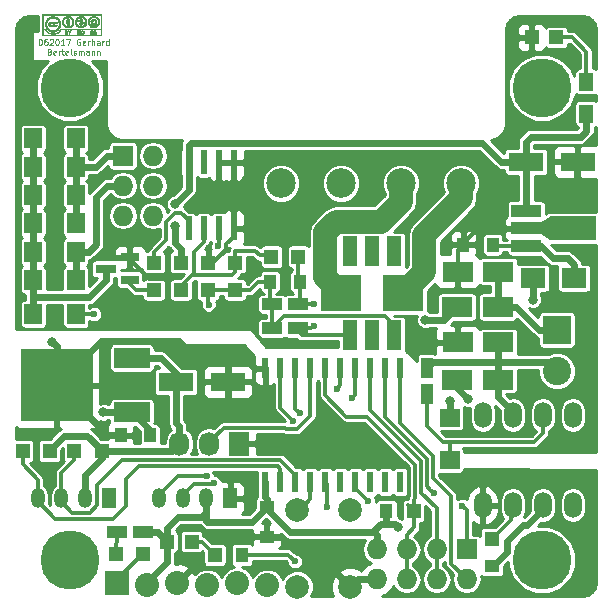
<source format=gtl>
G04 #@! TF.FileFunction,Copper,L1,Top,Signal*
%FSLAX46Y46*%
G04 Gerber Fmt 4.6, Leading zero omitted, Abs format (unit mm)*
G04 Created by KiCad (PCBNEW 4.0.2+dfsg1-stable) date Fr 09 Jun 2017 15:08:56 CEST*
%MOMM*%
G01*
G04 APERTURE LIST*
%ADD10C,0.100000*%
%ADD11C,0.125000*%
%ADD12C,0.002540*%
%ADD13R,1.500000X1.700000*%
%ADD14C,5.000000*%
%ADD15R,1.000000X1.250000*%
%ADD16R,1.250000X1.000000*%
%ADD17R,1.198880X1.699260*%
%ADD18O,1.198880X1.699260*%
%ADD19R,1.727200X1.727200*%
%ADD20O,1.727200X1.727200*%
%ADD21R,1.727200X2.032000*%
%ADD22O,1.727200X2.032000*%
%ADD23R,1.500000X0.800100*%
%ADD24R,1.800000X0.800000*%
%ADD25R,3.048000X1.651000*%
%ADD26R,6.096000X6.096000*%
%ADD27R,0.599440X1.998980*%
%ADD28R,0.600000X1.800000*%
%ADD29R,2.032000X2.032000*%
%ADD30C,2.032000*%
%ADD31R,1.700000X1.000000*%
%ADD32R,1.200000X1.200000*%
%ADD33O,1.501140X2.199640*%
%ADD34R,3.500000X3.050000*%
%ADD35R,1.270000X2.500000*%
%ADD36C,2.400000*%
%ADD37R,2.400000X2.400000*%
%ADD38R,2.501900X1.000760*%
%ADD39R,4.000500X1.998980*%
%ADD40C,2.500000*%
%ADD41R,2.600000X1.699260*%
%ADD42R,2.100580X1.699260*%
%ADD43R,1.000000X1.700000*%
%ADD44R,2.999740X1.600200*%
%ADD45C,1.998980*%
%ADD46R,1.700000X1.500000*%
%ADD47R,1.300000X1.200000*%
%ADD48R,1.200000X1.300000*%
%ADD49R,1.300000X1.100000*%
%ADD50R,1.100000X1.300000*%
%ADD51R,1.300000X1.500000*%
%ADD52R,1.198880X1.198880*%
%ADD53C,0.600000*%
%ADD54C,0.800000*%
%ADD55C,0.304800*%
%ADD56C,0.250000*%
%ADD57C,0.600000*%
%ADD58C,2.000000*%
%ADD59C,0.254000*%
G04 APERTURE END LIST*
D10*
D11*
X122923659Y-96240090D02*
X122971278Y-96240090D01*
X123018897Y-96263900D01*
X123042706Y-96287710D01*
X123066516Y-96335329D01*
X123090325Y-96430567D01*
X123090325Y-96549614D01*
X123066516Y-96644852D01*
X123042706Y-96692471D01*
X123018897Y-96716281D01*
X122971278Y-96740090D01*
X122923659Y-96740090D01*
X122876040Y-96716281D01*
X122852230Y-96692471D01*
X122828421Y-96644852D01*
X122804611Y-96549614D01*
X122804611Y-96430567D01*
X122828421Y-96335329D01*
X122852230Y-96287710D01*
X122876040Y-96263900D01*
X122923659Y-96240090D01*
X123518896Y-96240090D02*
X123423658Y-96240090D01*
X123376039Y-96263900D01*
X123352230Y-96287710D01*
X123304611Y-96359138D01*
X123280801Y-96454376D01*
X123280801Y-96644852D01*
X123304611Y-96692471D01*
X123328420Y-96716281D01*
X123376039Y-96740090D01*
X123471277Y-96740090D01*
X123518896Y-96716281D01*
X123542706Y-96692471D01*
X123566515Y-96644852D01*
X123566515Y-96525805D01*
X123542706Y-96478186D01*
X123518896Y-96454376D01*
X123471277Y-96430567D01*
X123376039Y-96430567D01*
X123328420Y-96454376D01*
X123304611Y-96478186D01*
X123280801Y-96525805D01*
X123756991Y-96287710D02*
X123780801Y-96263900D01*
X123828420Y-96240090D01*
X123947467Y-96240090D01*
X123995086Y-96263900D01*
X124018896Y-96287710D01*
X124042705Y-96335329D01*
X124042705Y-96382948D01*
X124018896Y-96454376D01*
X123733182Y-96740090D01*
X124042705Y-96740090D01*
X124352229Y-96240090D02*
X124399848Y-96240090D01*
X124447467Y-96263900D01*
X124471276Y-96287710D01*
X124495086Y-96335329D01*
X124518895Y-96430567D01*
X124518895Y-96549614D01*
X124495086Y-96644852D01*
X124471276Y-96692471D01*
X124447467Y-96716281D01*
X124399848Y-96740090D01*
X124352229Y-96740090D01*
X124304610Y-96716281D01*
X124280800Y-96692471D01*
X124256991Y-96644852D01*
X124233181Y-96549614D01*
X124233181Y-96430567D01*
X124256991Y-96335329D01*
X124280800Y-96287710D01*
X124304610Y-96263900D01*
X124352229Y-96240090D01*
X124995085Y-96740090D02*
X124709371Y-96740090D01*
X124852228Y-96740090D02*
X124852228Y-96240090D01*
X124804609Y-96311519D01*
X124756990Y-96359138D01*
X124709371Y-96382948D01*
X125161752Y-96240090D02*
X125495085Y-96240090D01*
X125280799Y-96740090D01*
X126328417Y-96263900D02*
X126280798Y-96240090D01*
X126209370Y-96240090D01*
X126137941Y-96263900D01*
X126090322Y-96311519D01*
X126066513Y-96359138D01*
X126042703Y-96454376D01*
X126042703Y-96525805D01*
X126066513Y-96621043D01*
X126090322Y-96668662D01*
X126137941Y-96716281D01*
X126209370Y-96740090D01*
X126256989Y-96740090D01*
X126328417Y-96716281D01*
X126352227Y-96692471D01*
X126352227Y-96525805D01*
X126256989Y-96525805D01*
X126756989Y-96716281D02*
X126709370Y-96740090D01*
X126614132Y-96740090D01*
X126566513Y-96716281D01*
X126542703Y-96668662D01*
X126542703Y-96478186D01*
X126566513Y-96430567D01*
X126614132Y-96406757D01*
X126709370Y-96406757D01*
X126756989Y-96430567D01*
X126780798Y-96478186D01*
X126780798Y-96525805D01*
X126542703Y-96573424D01*
X126995084Y-96740090D02*
X126995084Y-96406757D01*
X126995084Y-96501995D02*
X127018893Y-96454376D01*
X127042703Y-96430567D01*
X127090322Y-96406757D01*
X127137941Y-96406757D01*
X127304608Y-96740090D02*
X127304608Y-96240090D01*
X127518893Y-96740090D02*
X127518893Y-96478186D01*
X127495084Y-96430567D01*
X127447465Y-96406757D01*
X127376036Y-96406757D01*
X127328417Y-96430567D01*
X127304608Y-96454376D01*
X127971274Y-96740090D02*
X127971274Y-96478186D01*
X127947465Y-96430567D01*
X127899846Y-96406757D01*
X127804608Y-96406757D01*
X127756989Y-96430567D01*
X127971274Y-96716281D02*
X127923655Y-96740090D01*
X127804608Y-96740090D01*
X127756989Y-96716281D01*
X127733179Y-96668662D01*
X127733179Y-96621043D01*
X127756989Y-96573424D01*
X127804608Y-96549614D01*
X127923655Y-96549614D01*
X127971274Y-96525805D01*
X128209370Y-96740090D02*
X128209370Y-96406757D01*
X128209370Y-96501995D02*
X128233179Y-96454376D01*
X128256989Y-96430567D01*
X128304608Y-96406757D01*
X128352227Y-96406757D01*
X128733179Y-96740090D02*
X128733179Y-96240090D01*
X128733179Y-96716281D02*
X128685560Y-96740090D01*
X128590322Y-96740090D01*
X128542703Y-96716281D01*
X128518894Y-96692471D01*
X128495084Y-96644852D01*
X128495084Y-96501995D01*
X128518894Y-96454376D01*
X128542703Y-96430567D01*
X128590322Y-96406757D01*
X128685560Y-96406757D01*
X128733179Y-96430567D01*
X123745086Y-97303186D02*
X123816515Y-97326995D01*
X123840324Y-97350805D01*
X123864134Y-97398424D01*
X123864134Y-97469852D01*
X123840324Y-97517471D01*
X123816515Y-97541281D01*
X123768896Y-97565090D01*
X123578420Y-97565090D01*
X123578420Y-97065090D01*
X123745086Y-97065090D01*
X123792705Y-97088900D01*
X123816515Y-97112710D01*
X123840324Y-97160329D01*
X123840324Y-97207948D01*
X123816515Y-97255567D01*
X123792705Y-97279376D01*
X123745086Y-97303186D01*
X123578420Y-97303186D01*
X124268896Y-97541281D02*
X124221277Y-97565090D01*
X124126039Y-97565090D01*
X124078420Y-97541281D01*
X124054610Y-97493662D01*
X124054610Y-97303186D01*
X124078420Y-97255567D01*
X124126039Y-97231757D01*
X124221277Y-97231757D01*
X124268896Y-97255567D01*
X124292705Y-97303186D01*
X124292705Y-97350805D01*
X124054610Y-97398424D01*
X124506991Y-97565090D02*
X124506991Y-97231757D01*
X124506991Y-97326995D02*
X124530800Y-97279376D01*
X124554610Y-97255567D01*
X124602229Y-97231757D01*
X124649848Y-97231757D01*
X124745086Y-97231757D02*
X124935562Y-97231757D01*
X124816515Y-97065090D02*
X124816515Y-97493662D01*
X124840324Y-97541281D01*
X124887943Y-97565090D01*
X124935562Y-97565090D01*
X125292705Y-97541281D02*
X125245086Y-97565090D01*
X125149848Y-97565090D01*
X125102229Y-97541281D01*
X125078419Y-97493662D01*
X125078419Y-97303186D01*
X125102229Y-97255567D01*
X125149848Y-97231757D01*
X125245086Y-97231757D01*
X125292705Y-97255567D01*
X125316514Y-97303186D01*
X125316514Y-97350805D01*
X125078419Y-97398424D01*
X125602228Y-97565090D02*
X125554609Y-97541281D01*
X125530800Y-97493662D01*
X125530800Y-97065090D01*
X125768895Y-97541281D02*
X125816514Y-97565090D01*
X125911752Y-97565090D01*
X125959371Y-97541281D01*
X125983181Y-97493662D01*
X125983181Y-97469852D01*
X125959371Y-97422233D01*
X125911752Y-97398424D01*
X125840324Y-97398424D01*
X125792705Y-97374614D01*
X125768895Y-97326995D01*
X125768895Y-97303186D01*
X125792705Y-97255567D01*
X125840324Y-97231757D01*
X125911752Y-97231757D01*
X125959371Y-97255567D01*
X126197467Y-97565090D02*
X126197467Y-97231757D01*
X126197467Y-97279376D02*
X126221276Y-97255567D01*
X126268895Y-97231757D01*
X126340324Y-97231757D01*
X126387943Y-97255567D01*
X126411752Y-97303186D01*
X126411752Y-97565090D01*
X126411752Y-97303186D02*
X126435562Y-97255567D01*
X126483181Y-97231757D01*
X126554609Y-97231757D01*
X126602229Y-97255567D01*
X126626038Y-97303186D01*
X126626038Y-97565090D01*
X127078419Y-97565090D02*
X127078419Y-97303186D01*
X127054610Y-97255567D01*
X127006991Y-97231757D01*
X126911753Y-97231757D01*
X126864134Y-97255567D01*
X127078419Y-97541281D02*
X127030800Y-97565090D01*
X126911753Y-97565090D01*
X126864134Y-97541281D01*
X126840324Y-97493662D01*
X126840324Y-97446043D01*
X126864134Y-97398424D01*
X126911753Y-97374614D01*
X127030800Y-97374614D01*
X127078419Y-97350805D01*
X127316515Y-97231757D02*
X127316515Y-97565090D01*
X127316515Y-97279376D02*
X127340324Y-97255567D01*
X127387943Y-97231757D01*
X127459372Y-97231757D01*
X127506991Y-97255567D01*
X127530800Y-97303186D01*
X127530800Y-97565090D01*
X127768896Y-97231757D02*
X127768896Y-97565090D01*
X127768896Y-97279376D02*
X127792705Y-97255567D01*
X127840324Y-97231757D01*
X127911753Y-97231757D01*
X127959372Y-97255567D01*
X127983181Y-97303186D01*
X127983181Y-97565090D01*
D12*
G36*
X128127760Y-95895160D02*
X128082040Y-95895160D01*
X128082040Y-95369380D01*
X128082040Y-94797880D01*
X128082040Y-94221300D01*
X128066800Y-94206060D01*
X128054100Y-94193360D01*
X125628400Y-94193360D01*
X123202700Y-94193360D01*
X123190000Y-94206060D01*
X123174760Y-94221300D01*
X123174760Y-94797880D01*
X123174760Y-95369380D01*
X123263660Y-95369380D01*
X123352560Y-95369380D01*
X123385580Y-95420180D01*
X123433840Y-95486220D01*
X123489720Y-95547180D01*
X123550680Y-95600520D01*
X123619260Y-95646240D01*
X123692920Y-95686880D01*
X123769120Y-95717360D01*
X123850400Y-95740220D01*
X123916440Y-95750380D01*
X123949460Y-95752920D01*
X123990100Y-95752920D01*
X124033280Y-95752920D01*
X124076460Y-95747840D01*
X124114560Y-95745300D01*
X124137420Y-95740220D01*
X124223780Y-95717360D01*
X124302520Y-95689420D01*
X124376180Y-95648780D01*
X124444760Y-95603060D01*
X124510800Y-95544640D01*
X124536200Y-95519240D01*
X124559060Y-95493840D01*
X124581920Y-95465900D01*
X124602240Y-95440500D01*
X124614940Y-95420180D01*
X124647960Y-95371920D01*
X126362460Y-95369380D01*
X128082040Y-95369380D01*
X128082040Y-95895160D01*
X128076960Y-95895160D01*
X128076960Y-95854520D01*
X128076960Y-95636080D01*
X128076960Y-95415100D01*
X126377700Y-95415100D01*
X124680980Y-95415100D01*
X124647960Y-95460820D01*
X124609860Y-95514160D01*
X124574300Y-95562420D01*
X124533660Y-95600520D01*
X124493020Y-95633540D01*
X124447300Y-95666560D01*
X124414280Y-95686880D01*
X124358400Y-95714820D01*
X124310140Y-95737680D01*
X124264420Y-95755460D01*
X124218700Y-95770700D01*
X124170440Y-95783400D01*
X124167900Y-95783400D01*
X124094240Y-95796100D01*
X124028200Y-95801180D01*
X123964700Y-95801180D01*
X123898660Y-95796100D01*
X123830080Y-95783400D01*
X123753880Y-95760540D01*
X123677680Y-95727520D01*
X123598940Y-95684340D01*
X123520200Y-95633540D01*
X123494800Y-95613220D01*
X123474480Y-95597980D01*
X123451620Y-95575120D01*
X123426220Y-95549720D01*
X123398280Y-95521780D01*
X123375420Y-95493840D01*
X123352560Y-95468440D01*
X123337320Y-95445580D01*
X123329700Y-95430340D01*
X123319540Y-95415100D01*
X123245880Y-95415100D01*
X123169680Y-95415100D01*
X123169680Y-95636080D01*
X123169680Y-95854520D01*
X125625860Y-95854520D01*
X128076960Y-95854520D01*
X128076960Y-95895160D01*
X125630940Y-95895160D01*
X123136660Y-95895160D01*
X123131580Y-95824040D01*
X123131580Y-95808800D01*
X123131580Y-95785940D01*
X123131580Y-95755460D01*
X123131580Y-95714820D01*
X123131580Y-95669100D01*
X123129040Y-95618300D01*
X123129040Y-95559880D01*
X123129040Y-95498920D01*
X123129040Y-95432880D01*
X123129040Y-95361760D01*
X123129040Y-95288100D01*
X123129040Y-95211900D01*
X123129040Y-95133160D01*
X123129040Y-95054420D01*
X123131580Y-94978220D01*
X123131580Y-94899480D01*
X123131580Y-94820740D01*
X123131580Y-94744540D01*
X123131580Y-94668340D01*
X123131580Y-94594680D01*
X123131580Y-94526100D01*
X123131580Y-94462600D01*
X123131580Y-94401640D01*
X123134120Y-94345760D01*
X123134120Y-94294960D01*
X123134120Y-94251780D01*
X123134120Y-94216220D01*
X123134120Y-94188280D01*
X123134120Y-94167960D01*
X123136660Y-94155260D01*
X123136660Y-94155260D01*
X123141740Y-94152720D01*
X123156980Y-94152720D01*
X123179840Y-94152720D01*
X123212860Y-94152720D01*
X123253500Y-94152720D01*
X123304300Y-94152720D01*
X123362720Y-94152720D01*
X123426220Y-94152720D01*
X123499880Y-94152720D01*
X123578620Y-94152720D01*
X123662440Y-94152720D01*
X123753880Y-94152720D01*
X123850400Y-94150180D01*
X123952000Y-94150180D01*
X124058680Y-94150180D01*
X124170440Y-94150180D01*
X124284740Y-94150180D01*
X124404120Y-94150180D01*
X124526040Y-94150180D01*
X124653040Y-94150180D01*
X124780040Y-94150180D01*
X124909580Y-94150180D01*
X125044200Y-94150180D01*
X125176280Y-94150180D01*
X125313440Y-94150180D01*
X125448060Y-94150180D01*
X125585220Y-94150180D01*
X125719840Y-94150180D01*
X125854460Y-94150180D01*
X125991620Y-94150180D01*
X126126240Y-94150180D01*
X126258320Y-94150180D01*
X126390400Y-94150180D01*
X126519940Y-94150180D01*
X126646940Y-94150180D01*
X126771400Y-94150180D01*
X126890780Y-94150180D01*
X127010160Y-94150180D01*
X127121920Y-94150180D01*
X127231140Y-94150180D01*
X127335280Y-94150180D01*
X127434340Y-94150180D01*
X127530860Y-94150180D01*
X127617220Y-94150180D01*
X127701040Y-94150180D01*
X127774700Y-94150180D01*
X127843280Y-94150180D01*
X127906780Y-94150180D01*
X127960120Y-94150180D01*
X128005840Y-94150180D01*
X128043940Y-94150180D01*
X128071880Y-94150180D01*
X128092200Y-94150180D01*
X128102360Y-94150180D01*
X128104900Y-94150180D01*
X128127760Y-94152720D01*
X128127760Y-95023940D01*
X128127760Y-95895160D01*
X128127760Y-95895160D01*
X128127760Y-95895160D01*
G37*
X128127760Y-95895160D02*
X128082040Y-95895160D01*
X128082040Y-95369380D01*
X128082040Y-94797880D01*
X128082040Y-94221300D01*
X128066800Y-94206060D01*
X128054100Y-94193360D01*
X125628400Y-94193360D01*
X123202700Y-94193360D01*
X123190000Y-94206060D01*
X123174760Y-94221300D01*
X123174760Y-94797880D01*
X123174760Y-95369380D01*
X123263660Y-95369380D01*
X123352560Y-95369380D01*
X123385580Y-95420180D01*
X123433840Y-95486220D01*
X123489720Y-95547180D01*
X123550680Y-95600520D01*
X123619260Y-95646240D01*
X123692920Y-95686880D01*
X123769120Y-95717360D01*
X123850400Y-95740220D01*
X123916440Y-95750380D01*
X123949460Y-95752920D01*
X123990100Y-95752920D01*
X124033280Y-95752920D01*
X124076460Y-95747840D01*
X124114560Y-95745300D01*
X124137420Y-95740220D01*
X124223780Y-95717360D01*
X124302520Y-95689420D01*
X124376180Y-95648780D01*
X124444760Y-95603060D01*
X124510800Y-95544640D01*
X124536200Y-95519240D01*
X124559060Y-95493840D01*
X124581920Y-95465900D01*
X124602240Y-95440500D01*
X124614940Y-95420180D01*
X124647960Y-95371920D01*
X126362460Y-95369380D01*
X128082040Y-95369380D01*
X128082040Y-95895160D01*
X128076960Y-95895160D01*
X128076960Y-95854520D01*
X128076960Y-95636080D01*
X128076960Y-95415100D01*
X126377700Y-95415100D01*
X124680980Y-95415100D01*
X124647960Y-95460820D01*
X124609860Y-95514160D01*
X124574300Y-95562420D01*
X124533660Y-95600520D01*
X124493020Y-95633540D01*
X124447300Y-95666560D01*
X124414280Y-95686880D01*
X124358400Y-95714820D01*
X124310140Y-95737680D01*
X124264420Y-95755460D01*
X124218700Y-95770700D01*
X124170440Y-95783400D01*
X124167900Y-95783400D01*
X124094240Y-95796100D01*
X124028200Y-95801180D01*
X123964700Y-95801180D01*
X123898660Y-95796100D01*
X123830080Y-95783400D01*
X123753880Y-95760540D01*
X123677680Y-95727520D01*
X123598940Y-95684340D01*
X123520200Y-95633540D01*
X123494800Y-95613220D01*
X123474480Y-95597980D01*
X123451620Y-95575120D01*
X123426220Y-95549720D01*
X123398280Y-95521780D01*
X123375420Y-95493840D01*
X123352560Y-95468440D01*
X123337320Y-95445580D01*
X123329700Y-95430340D01*
X123319540Y-95415100D01*
X123245880Y-95415100D01*
X123169680Y-95415100D01*
X123169680Y-95636080D01*
X123169680Y-95854520D01*
X125625860Y-95854520D01*
X128076960Y-95854520D01*
X128076960Y-95895160D01*
X125630940Y-95895160D01*
X123136660Y-95895160D01*
X123131580Y-95824040D01*
X123131580Y-95808800D01*
X123131580Y-95785940D01*
X123131580Y-95755460D01*
X123131580Y-95714820D01*
X123131580Y-95669100D01*
X123129040Y-95618300D01*
X123129040Y-95559880D01*
X123129040Y-95498920D01*
X123129040Y-95432880D01*
X123129040Y-95361760D01*
X123129040Y-95288100D01*
X123129040Y-95211900D01*
X123129040Y-95133160D01*
X123129040Y-95054420D01*
X123131580Y-94978220D01*
X123131580Y-94899480D01*
X123131580Y-94820740D01*
X123131580Y-94744540D01*
X123131580Y-94668340D01*
X123131580Y-94594680D01*
X123131580Y-94526100D01*
X123131580Y-94462600D01*
X123131580Y-94401640D01*
X123134120Y-94345760D01*
X123134120Y-94294960D01*
X123134120Y-94251780D01*
X123134120Y-94216220D01*
X123134120Y-94188280D01*
X123134120Y-94167960D01*
X123136660Y-94155260D01*
X123136660Y-94155260D01*
X123141740Y-94152720D01*
X123156980Y-94152720D01*
X123179840Y-94152720D01*
X123212860Y-94152720D01*
X123253500Y-94152720D01*
X123304300Y-94152720D01*
X123362720Y-94152720D01*
X123426220Y-94152720D01*
X123499880Y-94152720D01*
X123578620Y-94152720D01*
X123662440Y-94152720D01*
X123753880Y-94152720D01*
X123850400Y-94150180D01*
X123952000Y-94150180D01*
X124058680Y-94150180D01*
X124170440Y-94150180D01*
X124284740Y-94150180D01*
X124404120Y-94150180D01*
X124526040Y-94150180D01*
X124653040Y-94150180D01*
X124780040Y-94150180D01*
X124909580Y-94150180D01*
X125044200Y-94150180D01*
X125176280Y-94150180D01*
X125313440Y-94150180D01*
X125448060Y-94150180D01*
X125585220Y-94150180D01*
X125719840Y-94150180D01*
X125854460Y-94150180D01*
X125991620Y-94150180D01*
X126126240Y-94150180D01*
X126258320Y-94150180D01*
X126390400Y-94150180D01*
X126519940Y-94150180D01*
X126646940Y-94150180D01*
X126771400Y-94150180D01*
X126890780Y-94150180D01*
X127010160Y-94150180D01*
X127121920Y-94150180D01*
X127231140Y-94150180D01*
X127335280Y-94150180D01*
X127434340Y-94150180D01*
X127530860Y-94150180D01*
X127617220Y-94150180D01*
X127701040Y-94150180D01*
X127774700Y-94150180D01*
X127843280Y-94150180D01*
X127906780Y-94150180D01*
X127960120Y-94150180D01*
X128005840Y-94150180D01*
X128043940Y-94150180D01*
X128071880Y-94150180D01*
X128092200Y-94150180D01*
X128102360Y-94150180D01*
X128104900Y-94150180D01*
X128127760Y-94152720D01*
X128127760Y-95023940D01*
X128127760Y-95895160D01*
X128127760Y-95895160D01*
G36*
X126621540Y-95679260D02*
X126619000Y-95694500D01*
X126606300Y-95730060D01*
X126588520Y-95755460D01*
X126563120Y-95775780D01*
X126532640Y-95788480D01*
X126497080Y-95791020D01*
X126474220Y-95788480D01*
X126448820Y-95783400D01*
X126428500Y-95773240D01*
X126408180Y-95758000D01*
X126398020Y-95747840D01*
X126380240Y-95719900D01*
X126367540Y-95686880D01*
X126362460Y-95653860D01*
X126365000Y-95618300D01*
X126375160Y-95582740D01*
X126392940Y-95552260D01*
X126403100Y-95539560D01*
X126428500Y-95519240D01*
X126458980Y-95506540D01*
X126492000Y-95501460D01*
X126522480Y-95504000D01*
X126552960Y-95514160D01*
X126578360Y-95529400D01*
X126601220Y-95552260D01*
X126606300Y-95564960D01*
X126613920Y-95580200D01*
X126616460Y-95592900D01*
X126616460Y-95595440D01*
X126616460Y-95600520D01*
X126611380Y-95603060D01*
X126598680Y-95605600D01*
X126591060Y-95605600D01*
X126573280Y-95605600D01*
X126565660Y-95603060D01*
X126558040Y-95597980D01*
X126555500Y-95590360D01*
X126540260Y-95570040D01*
X126519940Y-95559880D01*
X126499620Y-95554800D01*
X126476760Y-95559880D01*
X126456440Y-95570040D01*
X126441200Y-95587820D01*
X126436120Y-95597980D01*
X126428500Y-95618300D01*
X126425960Y-95643700D01*
X126428500Y-95671640D01*
X126433580Y-95694500D01*
X126436120Y-95699580D01*
X126451360Y-95719900D01*
X126471680Y-95732600D01*
X126494540Y-95740220D01*
X126517400Y-95737680D01*
X126527560Y-95732600D01*
X126540260Y-95722440D01*
X126550420Y-95707200D01*
X126558040Y-95691960D01*
X126558040Y-95686880D01*
X126558040Y-95684340D01*
X126565660Y-95681800D01*
X126580900Y-95679260D01*
X126588520Y-95679260D01*
X126621540Y-95679260D01*
X126621540Y-95679260D01*
X126621540Y-95679260D01*
G37*
X126621540Y-95679260D02*
X126619000Y-95694500D01*
X126606300Y-95730060D01*
X126588520Y-95755460D01*
X126563120Y-95775780D01*
X126532640Y-95788480D01*
X126497080Y-95791020D01*
X126474220Y-95788480D01*
X126448820Y-95783400D01*
X126428500Y-95773240D01*
X126408180Y-95758000D01*
X126398020Y-95747840D01*
X126380240Y-95719900D01*
X126367540Y-95686880D01*
X126362460Y-95653860D01*
X126365000Y-95618300D01*
X126375160Y-95582740D01*
X126392940Y-95552260D01*
X126403100Y-95539560D01*
X126428500Y-95519240D01*
X126458980Y-95506540D01*
X126492000Y-95501460D01*
X126522480Y-95504000D01*
X126552960Y-95514160D01*
X126578360Y-95529400D01*
X126601220Y-95552260D01*
X126606300Y-95564960D01*
X126613920Y-95580200D01*
X126616460Y-95592900D01*
X126616460Y-95595440D01*
X126616460Y-95600520D01*
X126611380Y-95603060D01*
X126598680Y-95605600D01*
X126591060Y-95605600D01*
X126573280Y-95605600D01*
X126565660Y-95603060D01*
X126558040Y-95597980D01*
X126555500Y-95590360D01*
X126540260Y-95570040D01*
X126519940Y-95559880D01*
X126499620Y-95554800D01*
X126476760Y-95559880D01*
X126456440Y-95570040D01*
X126441200Y-95587820D01*
X126436120Y-95597980D01*
X126428500Y-95618300D01*
X126425960Y-95643700D01*
X126428500Y-95671640D01*
X126433580Y-95694500D01*
X126436120Y-95699580D01*
X126451360Y-95719900D01*
X126471680Y-95732600D01*
X126494540Y-95740220D01*
X126517400Y-95737680D01*
X126527560Y-95732600D01*
X126540260Y-95722440D01*
X126550420Y-95707200D01*
X126558040Y-95691960D01*
X126558040Y-95686880D01*
X126558040Y-95684340D01*
X126565660Y-95681800D01*
X126580900Y-95679260D01*
X126588520Y-95679260D01*
X126621540Y-95679260D01*
X126621540Y-95679260D01*
G36*
X127396240Y-95714820D02*
X127391160Y-95735140D01*
X127381000Y-95752920D01*
X127375920Y-95758000D01*
X127358140Y-95773240D01*
X127330200Y-95785940D01*
X127299720Y-95791020D01*
X127269240Y-95791020D01*
X127264160Y-95791020D01*
X127228600Y-95783400D01*
X127200660Y-95768160D01*
X127180340Y-95747840D01*
X127167640Y-95722440D01*
X127167640Y-95719900D01*
X127165100Y-95704660D01*
X127167640Y-95694500D01*
X127175260Y-95691960D01*
X127193040Y-95691960D01*
X127198120Y-95691960D01*
X127213360Y-95691960D01*
X127220980Y-95694500D01*
X127226060Y-95702120D01*
X127228600Y-95709740D01*
X127238760Y-95727520D01*
X127256540Y-95740220D01*
X127276860Y-95745300D01*
X127302260Y-95742760D01*
X127314960Y-95737680D01*
X127330200Y-95730060D01*
X127337820Y-95717360D01*
X127335280Y-95704660D01*
X127332740Y-95697040D01*
X127325120Y-95689420D01*
X127312420Y-95684340D01*
X127292100Y-95676720D01*
X127266700Y-95666560D01*
X127251460Y-95664020D01*
X127228600Y-95656400D01*
X127210820Y-95648780D01*
X127200660Y-95641160D01*
X127193040Y-95633540D01*
X127177800Y-95610680D01*
X127172720Y-95587820D01*
X127175260Y-95564960D01*
X127185420Y-95544640D01*
X127203200Y-95526860D01*
X127223520Y-95514160D01*
X127248920Y-95504000D01*
X127279400Y-95501460D01*
X127307340Y-95504000D01*
X127337820Y-95514160D01*
X127363220Y-95529400D01*
X127378460Y-95549720D01*
X127386080Y-95575120D01*
X127386080Y-95575120D01*
X127388620Y-95595440D01*
X127360680Y-95595440D01*
X127342900Y-95595440D01*
X127335280Y-95592900D01*
X127330200Y-95587820D01*
X127325120Y-95580200D01*
X127317500Y-95564960D01*
X127299720Y-95554800D01*
X127281940Y-95549720D01*
X127261620Y-95552260D01*
X127246380Y-95559880D01*
X127243840Y-95562420D01*
X127236220Y-95572580D01*
X127233680Y-95582740D01*
X127238760Y-95590360D01*
X127241300Y-95595440D01*
X127251460Y-95600520D01*
X127271780Y-95610680D01*
X127302260Y-95618300D01*
X127304800Y-95618300D01*
X127337820Y-95631000D01*
X127363220Y-95641160D01*
X127378460Y-95653860D01*
X127391160Y-95669100D01*
X127396240Y-95686880D01*
X127396240Y-95691960D01*
X127396240Y-95714820D01*
X127396240Y-95714820D01*
X127396240Y-95714820D01*
G37*
X127396240Y-95714820D02*
X127391160Y-95735140D01*
X127381000Y-95752920D01*
X127375920Y-95758000D01*
X127358140Y-95773240D01*
X127330200Y-95785940D01*
X127299720Y-95791020D01*
X127269240Y-95791020D01*
X127264160Y-95791020D01*
X127228600Y-95783400D01*
X127200660Y-95768160D01*
X127180340Y-95747840D01*
X127167640Y-95722440D01*
X127167640Y-95719900D01*
X127165100Y-95704660D01*
X127167640Y-95694500D01*
X127175260Y-95691960D01*
X127193040Y-95691960D01*
X127198120Y-95691960D01*
X127213360Y-95691960D01*
X127220980Y-95694500D01*
X127226060Y-95702120D01*
X127228600Y-95709740D01*
X127238760Y-95727520D01*
X127256540Y-95740220D01*
X127276860Y-95745300D01*
X127302260Y-95742760D01*
X127314960Y-95737680D01*
X127330200Y-95730060D01*
X127337820Y-95717360D01*
X127335280Y-95704660D01*
X127332740Y-95697040D01*
X127325120Y-95689420D01*
X127312420Y-95684340D01*
X127292100Y-95676720D01*
X127266700Y-95666560D01*
X127251460Y-95664020D01*
X127228600Y-95656400D01*
X127210820Y-95648780D01*
X127200660Y-95641160D01*
X127193040Y-95633540D01*
X127177800Y-95610680D01*
X127172720Y-95587820D01*
X127175260Y-95564960D01*
X127185420Y-95544640D01*
X127203200Y-95526860D01*
X127223520Y-95514160D01*
X127248920Y-95504000D01*
X127279400Y-95501460D01*
X127307340Y-95504000D01*
X127337820Y-95514160D01*
X127363220Y-95529400D01*
X127378460Y-95549720D01*
X127386080Y-95575120D01*
X127386080Y-95575120D01*
X127388620Y-95595440D01*
X127360680Y-95595440D01*
X127342900Y-95595440D01*
X127335280Y-95592900D01*
X127330200Y-95587820D01*
X127325120Y-95580200D01*
X127317500Y-95564960D01*
X127299720Y-95554800D01*
X127281940Y-95549720D01*
X127261620Y-95552260D01*
X127246380Y-95559880D01*
X127243840Y-95562420D01*
X127236220Y-95572580D01*
X127233680Y-95582740D01*
X127238760Y-95590360D01*
X127241300Y-95595440D01*
X127251460Y-95600520D01*
X127271780Y-95610680D01*
X127302260Y-95618300D01*
X127304800Y-95618300D01*
X127337820Y-95631000D01*
X127363220Y-95641160D01*
X127378460Y-95653860D01*
X127391160Y-95669100D01*
X127396240Y-95686880D01*
X127396240Y-95691960D01*
X127396240Y-95714820D01*
X127396240Y-95714820D01*
G36*
X125247400Y-95714820D02*
X125239780Y-95740220D01*
X125224540Y-95763080D01*
X125201680Y-95775780D01*
X125194060Y-95778320D01*
X125183900Y-95780860D01*
X125183900Y-95699580D01*
X125183900Y-95684340D01*
X125176280Y-95674180D01*
X125173740Y-95674180D01*
X125173740Y-95585280D01*
X125168660Y-95572580D01*
X125166120Y-95567500D01*
X125158500Y-95562420D01*
X125145800Y-95559880D01*
X125125480Y-95559880D01*
X125120400Y-95559880D01*
X125079760Y-95559880D01*
X125079760Y-95575120D01*
X125077220Y-95592900D01*
X125079760Y-95605600D01*
X125079760Y-95613220D01*
X125082300Y-95618300D01*
X125089920Y-95620840D01*
X125105160Y-95620840D01*
X125115320Y-95620840D01*
X125140720Y-95618300D01*
X125158500Y-95615760D01*
X125163580Y-95613220D01*
X125171200Y-95600520D01*
X125173740Y-95585280D01*
X125173740Y-95674180D01*
X125163580Y-95669100D01*
X125145800Y-95666560D01*
X125120400Y-95664020D01*
X125079760Y-95664020D01*
X125079760Y-95699580D01*
X125079760Y-95735140D01*
X125122940Y-95735140D01*
X125145800Y-95735140D01*
X125161040Y-95732600D01*
X125171200Y-95730060D01*
X125176280Y-95727520D01*
X125183900Y-95714820D01*
X125183900Y-95699580D01*
X125183900Y-95780860D01*
X125181360Y-95780860D01*
X125168660Y-95783400D01*
X125148340Y-95783400D01*
X125122940Y-95785940D01*
X125097540Y-95785940D01*
X125013720Y-95785940D01*
X125013720Y-95648780D01*
X125013720Y-95509080D01*
X125097540Y-95509080D01*
X125133100Y-95511620D01*
X125161040Y-95511620D01*
X125181360Y-95514160D01*
X125196600Y-95516700D01*
X125209300Y-95521780D01*
X125216920Y-95529400D01*
X125222000Y-95534480D01*
X125229620Y-95547180D01*
X125232160Y-95567500D01*
X125234700Y-95587820D01*
X125232160Y-95597980D01*
X125227080Y-95610680D01*
X125216920Y-95623380D01*
X125214380Y-95623380D01*
X125206760Y-95633540D01*
X125206760Y-95638620D01*
X125209300Y-95638620D01*
X125222000Y-95648780D01*
X125237240Y-95661480D01*
X125244860Y-95679260D01*
X125247400Y-95686880D01*
X125247400Y-95714820D01*
X125247400Y-95714820D01*
X125247400Y-95714820D01*
G37*
X125247400Y-95714820D02*
X125239780Y-95740220D01*
X125224540Y-95763080D01*
X125201680Y-95775780D01*
X125194060Y-95778320D01*
X125183900Y-95780860D01*
X125183900Y-95699580D01*
X125183900Y-95684340D01*
X125176280Y-95674180D01*
X125173740Y-95674180D01*
X125173740Y-95585280D01*
X125168660Y-95572580D01*
X125166120Y-95567500D01*
X125158500Y-95562420D01*
X125145800Y-95559880D01*
X125125480Y-95559880D01*
X125120400Y-95559880D01*
X125079760Y-95559880D01*
X125079760Y-95575120D01*
X125077220Y-95592900D01*
X125079760Y-95605600D01*
X125079760Y-95613220D01*
X125082300Y-95618300D01*
X125089920Y-95620840D01*
X125105160Y-95620840D01*
X125115320Y-95620840D01*
X125140720Y-95618300D01*
X125158500Y-95615760D01*
X125163580Y-95613220D01*
X125171200Y-95600520D01*
X125173740Y-95585280D01*
X125173740Y-95674180D01*
X125163580Y-95669100D01*
X125145800Y-95666560D01*
X125120400Y-95664020D01*
X125079760Y-95664020D01*
X125079760Y-95699580D01*
X125079760Y-95735140D01*
X125122940Y-95735140D01*
X125145800Y-95735140D01*
X125161040Y-95732600D01*
X125171200Y-95730060D01*
X125176280Y-95727520D01*
X125183900Y-95714820D01*
X125183900Y-95699580D01*
X125183900Y-95780860D01*
X125181360Y-95780860D01*
X125168660Y-95783400D01*
X125148340Y-95783400D01*
X125122940Y-95785940D01*
X125097540Y-95785940D01*
X125013720Y-95785940D01*
X125013720Y-95648780D01*
X125013720Y-95509080D01*
X125097540Y-95509080D01*
X125133100Y-95511620D01*
X125161040Y-95511620D01*
X125181360Y-95514160D01*
X125196600Y-95516700D01*
X125209300Y-95521780D01*
X125216920Y-95529400D01*
X125222000Y-95534480D01*
X125229620Y-95547180D01*
X125232160Y-95567500D01*
X125234700Y-95587820D01*
X125232160Y-95597980D01*
X125227080Y-95610680D01*
X125216920Y-95623380D01*
X125214380Y-95623380D01*
X125206760Y-95633540D01*
X125206760Y-95638620D01*
X125209300Y-95638620D01*
X125222000Y-95648780D01*
X125237240Y-95661480D01*
X125244860Y-95679260D01*
X125247400Y-95686880D01*
X125247400Y-95714820D01*
X125247400Y-95714820D01*
G36*
X125524260Y-95509080D02*
X125470920Y-95597980D01*
X125420120Y-95684340D01*
X125420120Y-95735140D01*
X125420120Y-95785940D01*
X125389640Y-95785940D01*
X125359160Y-95785940D01*
X125359160Y-95732600D01*
X125359160Y-95679260D01*
X125310900Y-95597980D01*
X125295660Y-95572580D01*
X125282960Y-95549720D01*
X125272800Y-95531940D01*
X125265180Y-95519240D01*
X125260100Y-95514160D01*
X125265180Y-95511620D01*
X125275340Y-95511620D01*
X125293120Y-95509080D01*
X125293120Y-95509080D01*
X125328680Y-95509080D01*
X125359160Y-95562420D01*
X125374400Y-95587820D01*
X125384560Y-95603060D01*
X125392180Y-95610680D01*
X125394720Y-95610680D01*
X125399800Y-95603060D01*
X125407420Y-95590360D01*
X125417580Y-95570040D01*
X125425200Y-95557340D01*
X125453140Y-95511620D01*
X125488700Y-95511620D01*
X125524260Y-95509080D01*
X125524260Y-95509080D01*
X125524260Y-95509080D01*
G37*
X125524260Y-95509080D02*
X125470920Y-95597980D01*
X125420120Y-95684340D01*
X125420120Y-95735140D01*
X125420120Y-95785940D01*
X125389640Y-95785940D01*
X125359160Y-95785940D01*
X125359160Y-95732600D01*
X125359160Y-95679260D01*
X125310900Y-95597980D01*
X125295660Y-95572580D01*
X125282960Y-95549720D01*
X125272800Y-95531940D01*
X125265180Y-95519240D01*
X125260100Y-95514160D01*
X125265180Y-95511620D01*
X125275340Y-95511620D01*
X125293120Y-95509080D01*
X125293120Y-95509080D01*
X125328680Y-95509080D01*
X125359160Y-95562420D01*
X125374400Y-95587820D01*
X125384560Y-95603060D01*
X125392180Y-95610680D01*
X125394720Y-95610680D01*
X125399800Y-95603060D01*
X125407420Y-95590360D01*
X125417580Y-95570040D01*
X125425200Y-95557340D01*
X125453140Y-95511620D01*
X125488700Y-95511620D01*
X125524260Y-95509080D01*
X125524260Y-95509080D01*
G36*
X126321820Y-95785940D02*
X126291340Y-95785940D01*
X126260860Y-95785940D01*
X126204980Y-95697040D01*
X126149100Y-95608140D01*
X126149100Y-95697040D01*
X126146560Y-95785940D01*
X126116080Y-95785940D01*
X126088140Y-95785940D01*
X126088140Y-95648780D01*
X126088140Y-95509080D01*
X126118620Y-95509080D01*
X126151640Y-95509080D01*
X126204980Y-95597980D01*
X126220220Y-95623380D01*
X126235460Y-95646240D01*
X126248160Y-95664020D01*
X126255780Y-95676720D01*
X126260860Y-95681800D01*
X126260860Y-95681800D01*
X126260860Y-95676720D01*
X126263400Y-95664020D01*
X126263400Y-95643700D01*
X126263400Y-95618300D01*
X126263400Y-95595440D01*
X126260860Y-95509080D01*
X126291340Y-95509080D01*
X126321820Y-95509080D01*
X126321820Y-95648780D01*
X126321820Y-95785940D01*
X126321820Y-95785940D01*
X126321820Y-95785940D01*
G37*
X126321820Y-95785940D02*
X126291340Y-95785940D01*
X126260860Y-95785940D01*
X126204980Y-95697040D01*
X126149100Y-95608140D01*
X126149100Y-95697040D01*
X126146560Y-95785940D01*
X126116080Y-95785940D01*
X126088140Y-95785940D01*
X126088140Y-95648780D01*
X126088140Y-95509080D01*
X126118620Y-95509080D01*
X126151640Y-95509080D01*
X126204980Y-95597980D01*
X126220220Y-95623380D01*
X126235460Y-95646240D01*
X126248160Y-95664020D01*
X126255780Y-95676720D01*
X126260860Y-95681800D01*
X126260860Y-95681800D01*
X126260860Y-95676720D01*
X126263400Y-95664020D01*
X126263400Y-95643700D01*
X126263400Y-95618300D01*
X126263400Y-95595440D01*
X126260860Y-95509080D01*
X126291340Y-95509080D01*
X126321820Y-95509080D01*
X126321820Y-95648780D01*
X126321820Y-95785940D01*
X126321820Y-95785940D01*
G36*
X127673100Y-95780860D02*
X127668020Y-95783400D01*
X127655320Y-95785940D01*
X127640080Y-95785940D01*
X127609600Y-95785940D01*
X127599440Y-95755460D01*
X127591820Y-95724980D01*
X127571500Y-95724980D01*
X127571500Y-95674180D01*
X127556260Y-95631000D01*
X127548640Y-95610680D01*
X127543560Y-95595440D01*
X127538480Y-95590360D01*
X127538480Y-95587820D01*
X127533400Y-95595440D01*
X127528320Y-95608140D01*
X127523240Y-95623380D01*
X127515620Y-95641160D01*
X127510540Y-95656400D01*
X127508000Y-95669100D01*
X127508000Y-95671640D01*
X127513080Y-95674180D01*
X127523240Y-95674180D01*
X127538480Y-95674180D01*
X127571500Y-95674180D01*
X127571500Y-95724980D01*
X127538480Y-95724980D01*
X127487680Y-95724980D01*
X127477520Y-95755460D01*
X127464820Y-95785940D01*
X127434340Y-95785940D01*
X127403860Y-95785940D01*
X127454660Y-95648780D01*
X127505460Y-95511620D01*
X127541020Y-95511620D01*
X127574040Y-95511620D01*
X127622300Y-95646240D01*
X127635000Y-95679260D01*
X127647700Y-95709740D01*
X127657860Y-95737680D01*
X127665480Y-95760540D01*
X127670560Y-95773240D01*
X127673100Y-95780860D01*
X127673100Y-95780860D01*
X127673100Y-95780860D01*
X127673100Y-95780860D01*
G37*
X127673100Y-95780860D02*
X127668020Y-95783400D01*
X127655320Y-95785940D01*
X127640080Y-95785940D01*
X127609600Y-95785940D01*
X127599440Y-95755460D01*
X127591820Y-95724980D01*
X127571500Y-95724980D01*
X127571500Y-95674180D01*
X127556260Y-95631000D01*
X127548640Y-95610680D01*
X127543560Y-95595440D01*
X127538480Y-95590360D01*
X127538480Y-95587820D01*
X127533400Y-95595440D01*
X127528320Y-95608140D01*
X127523240Y-95623380D01*
X127515620Y-95641160D01*
X127510540Y-95656400D01*
X127508000Y-95669100D01*
X127508000Y-95671640D01*
X127513080Y-95674180D01*
X127523240Y-95674180D01*
X127538480Y-95674180D01*
X127571500Y-95674180D01*
X127571500Y-95724980D01*
X127538480Y-95724980D01*
X127487680Y-95724980D01*
X127477520Y-95755460D01*
X127464820Y-95785940D01*
X127434340Y-95785940D01*
X127403860Y-95785940D01*
X127454660Y-95648780D01*
X127505460Y-95511620D01*
X127541020Y-95511620D01*
X127574040Y-95511620D01*
X127622300Y-95646240D01*
X127635000Y-95679260D01*
X127647700Y-95709740D01*
X127657860Y-95737680D01*
X127665480Y-95760540D01*
X127670560Y-95773240D01*
X127673100Y-95780860D01*
X127673100Y-95780860D01*
X127673100Y-95780860D01*
G36*
X124647960Y-94952820D02*
X124647960Y-94988380D01*
X124645420Y-95034100D01*
X124642880Y-95077280D01*
X124635260Y-95115380D01*
X124627640Y-95150940D01*
X124614940Y-95186500D01*
X124604780Y-95211900D01*
X124574300Y-95277940D01*
X124533660Y-95338900D01*
X124533660Y-95338900D01*
X124533660Y-94952820D01*
X124528580Y-94884240D01*
X124513340Y-94815660D01*
X124490480Y-94752160D01*
X124460000Y-94688660D01*
X124419360Y-94632780D01*
X124373640Y-94579440D01*
X124317760Y-94533720D01*
X124256800Y-94493080D01*
X124254260Y-94490540D01*
X124193300Y-94462600D01*
X124129800Y-94442280D01*
X124063760Y-94432120D01*
X123995180Y-94429580D01*
X123926600Y-94434660D01*
X123860560Y-94447360D01*
X123797060Y-94467680D01*
X123756420Y-94488000D01*
X123698000Y-94523560D01*
X123644660Y-94566740D01*
X123598940Y-94617540D01*
X123555760Y-94670880D01*
X123522740Y-94729300D01*
X123494800Y-94790260D01*
X123484640Y-94825820D01*
X123469400Y-94896940D01*
X123466860Y-94968060D01*
X123471940Y-95036640D01*
X123487180Y-95105220D01*
X123510040Y-95168720D01*
X123545600Y-95232220D01*
X123586240Y-95290640D01*
X123637040Y-95343980D01*
X123695460Y-95392240D01*
X123753880Y-95430340D01*
X123817380Y-95460820D01*
X123883420Y-95481140D01*
X123952000Y-95491300D01*
X124025660Y-95491300D01*
X124091700Y-95483680D01*
X124152660Y-95470980D01*
X124213620Y-95448120D01*
X124272040Y-95417640D01*
X124325380Y-95379540D01*
X124376180Y-95336360D01*
X124421900Y-95288100D01*
X124457460Y-95234760D01*
X124487940Y-95181420D01*
X124495560Y-95163640D01*
X124518420Y-95092520D01*
X124531120Y-95021400D01*
X124533660Y-94952820D01*
X124533660Y-95338900D01*
X124487940Y-95394780D01*
X124434600Y-95448120D01*
X124376180Y-95493840D01*
X124312680Y-95531940D01*
X124246640Y-95564960D01*
X124180600Y-95587820D01*
X124109480Y-95603060D01*
X124076460Y-95608140D01*
X124045980Y-95610680D01*
X124020580Y-95610680D01*
X123997720Y-95613220D01*
X123979940Y-95613220D01*
X123959620Y-95610680D01*
X123941840Y-95610680D01*
X123865640Y-95600520D01*
X123791980Y-95580200D01*
X123723400Y-95552260D01*
X123657360Y-95514160D01*
X123593860Y-95468440D01*
X123532900Y-95410020D01*
X123532900Y-95410020D01*
X123479560Y-95349060D01*
X123433840Y-95285560D01*
X123400820Y-95219520D01*
X123375420Y-95150940D01*
X123357640Y-95077280D01*
X123350020Y-95003620D01*
X123350020Y-94962980D01*
X123352560Y-94891860D01*
X123362720Y-94823280D01*
X123377960Y-94762320D01*
X123400820Y-94698820D01*
X123421140Y-94660720D01*
X123461780Y-94594680D01*
X123510040Y-94531180D01*
X123563380Y-94475300D01*
X123624340Y-94427040D01*
X123690380Y-94386400D01*
X123758960Y-94353380D01*
X123830080Y-94327980D01*
X123875800Y-94317820D01*
X123908820Y-94315280D01*
X123949460Y-94312740D01*
X123992640Y-94310200D01*
X124035820Y-94312740D01*
X124079000Y-94312740D01*
X124114560Y-94317820D01*
X124122180Y-94320360D01*
X124198380Y-94338140D01*
X124269500Y-94366080D01*
X124338080Y-94401640D01*
X124401580Y-94444820D01*
X124460000Y-94495620D01*
X124510800Y-94551500D01*
X124556520Y-94615000D01*
X124592080Y-94683580D01*
X124620020Y-94754700D01*
X124625100Y-94772480D01*
X124635260Y-94808040D01*
X124642880Y-94841060D01*
X124645420Y-94874080D01*
X124647960Y-94912180D01*
X124647960Y-94952820D01*
X124647960Y-94952820D01*
X124647960Y-94952820D01*
G37*
X124647960Y-94952820D02*
X124647960Y-94988380D01*
X124645420Y-95034100D01*
X124642880Y-95077280D01*
X124635260Y-95115380D01*
X124627640Y-95150940D01*
X124614940Y-95186500D01*
X124604780Y-95211900D01*
X124574300Y-95277940D01*
X124533660Y-95338900D01*
X124533660Y-95338900D01*
X124533660Y-94952820D01*
X124528580Y-94884240D01*
X124513340Y-94815660D01*
X124490480Y-94752160D01*
X124460000Y-94688660D01*
X124419360Y-94632780D01*
X124373640Y-94579440D01*
X124317760Y-94533720D01*
X124256800Y-94493080D01*
X124254260Y-94490540D01*
X124193300Y-94462600D01*
X124129800Y-94442280D01*
X124063760Y-94432120D01*
X123995180Y-94429580D01*
X123926600Y-94434660D01*
X123860560Y-94447360D01*
X123797060Y-94467680D01*
X123756420Y-94488000D01*
X123698000Y-94523560D01*
X123644660Y-94566740D01*
X123598940Y-94617540D01*
X123555760Y-94670880D01*
X123522740Y-94729300D01*
X123494800Y-94790260D01*
X123484640Y-94825820D01*
X123469400Y-94896940D01*
X123466860Y-94968060D01*
X123471940Y-95036640D01*
X123487180Y-95105220D01*
X123510040Y-95168720D01*
X123545600Y-95232220D01*
X123586240Y-95290640D01*
X123637040Y-95343980D01*
X123695460Y-95392240D01*
X123753880Y-95430340D01*
X123817380Y-95460820D01*
X123883420Y-95481140D01*
X123952000Y-95491300D01*
X124025660Y-95491300D01*
X124091700Y-95483680D01*
X124152660Y-95470980D01*
X124213620Y-95448120D01*
X124272040Y-95417640D01*
X124325380Y-95379540D01*
X124376180Y-95336360D01*
X124421900Y-95288100D01*
X124457460Y-95234760D01*
X124487940Y-95181420D01*
X124495560Y-95163640D01*
X124518420Y-95092520D01*
X124531120Y-95021400D01*
X124533660Y-94952820D01*
X124533660Y-95338900D01*
X124487940Y-95394780D01*
X124434600Y-95448120D01*
X124376180Y-95493840D01*
X124312680Y-95531940D01*
X124246640Y-95564960D01*
X124180600Y-95587820D01*
X124109480Y-95603060D01*
X124076460Y-95608140D01*
X124045980Y-95610680D01*
X124020580Y-95610680D01*
X123997720Y-95613220D01*
X123979940Y-95613220D01*
X123959620Y-95610680D01*
X123941840Y-95610680D01*
X123865640Y-95600520D01*
X123791980Y-95580200D01*
X123723400Y-95552260D01*
X123657360Y-95514160D01*
X123593860Y-95468440D01*
X123532900Y-95410020D01*
X123532900Y-95410020D01*
X123479560Y-95349060D01*
X123433840Y-95285560D01*
X123400820Y-95219520D01*
X123375420Y-95150940D01*
X123357640Y-95077280D01*
X123350020Y-95003620D01*
X123350020Y-94962980D01*
X123352560Y-94891860D01*
X123362720Y-94823280D01*
X123377960Y-94762320D01*
X123400820Y-94698820D01*
X123421140Y-94660720D01*
X123461780Y-94594680D01*
X123510040Y-94531180D01*
X123563380Y-94475300D01*
X123624340Y-94427040D01*
X123690380Y-94386400D01*
X123758960Y-94353380D01*
X123830080Y-94327980D01*
X123875800Y-94317820D01*
X123908820Y-94315280D01*
X123949460Y-94312740D01*
X123992640Y-94310200D01*
X124035820Y-94312740D01*
X124079000Y-94312740D01*
X124114560Y-94317820D01*
X124122180Y-94320360D01*
X124198380Y-94338140D01*
X124269500Y-94366080D01*
X124338080Y-94401640D01*
X124401580Y-94444820D01*
X124460000Y-94495620D01*
X124510800Y-94551500D01*
X124556520Y-94615000D01*
X124592080Y-94683580D01*
X124620020Y-94754700D01*
X124625100Y-94772480D01*
X124635260Y-94808040D01*
X124642880Y-94841060D01*
X124645420Y-94874080D01*
X124647960Y-94912180D01*
X124647960Y-94952820D01*
X124647960Y-94952820D01*
G36*
X125765560Y-94759780D02*
X125765560Y-94805500D01*
X125760480Y-94848680D01*
X125755400Y-94889320D01*
X125752860Y-94899480D01*
X125740160Y-94937580D01*
X125722380Y-94978220D01*
X125702060Y-95018860D01*
X125681740Y-95049340D01*
X125676660Y-95054420D01*
X125676660Y-94772480D01*
X125674120Y-94719140D01*
X125666500Y-94670880D01*
X125651260Y-94625160D01*
X125641100Y-94599760D01*
X125613160Y-94551500D01*
X125577600Y-94505780D01*
X125531880Y-94465140D01*
X125483620Y-94429580D01*
X125430280Y-94404180D01*
X125399800Y-94391480D01*
X125382020Y-94386400D01*
X125366780Y-94383860D01*
X125349000Y-94381320D01*
X125328680Y-94381320D01*
X125300740Y-94381320D01*
X125288040Y-94381320D01*
X125255020Y-94381320D01*
X125232160Y-94381320D01*
X125214380Y-94383860D01*
X125199140Y-94386400D01*
X125181360Y-94388940D01*
X125173740Y-94391480D01*
X125117860Y-94414340D01*
X125064520Y-94447360D01*
X125016260Y-94485460D01*
X124975620Y-94531180D01*
X124940060Y-94581980D01*
X124914660Y-94640400D01*
X124904500Y-94670880D01*
X124896880Y-94703900D01*
X124894340Y-94742000D01*
X124891800Y-94780100D01*
X124894340Y-94820740D01*
X124899420Y-94853760D01*
X124901960Y-94866460D01*
X124922280Y-94924880D01*
X124952760Y-94980760D01*
X124990860Y-95029020D01*
X125036580Y-95072200D01*
X125061980Y-95092520D01*
X125115320Y-95125540D01*
X125171200Y-95148400D01*
X125232160Y-95161100D01*
X125293120Y-95163640D01*
X125343920Y-95161100D01*
X125389640Y-95150940D01*
X125435360Y-95133160D01*
X125478540Y-95112840D01*
X125491240Y-95107760D01*
X125506480Y-95095060D01*
X125526800Y-95079820D01*
X125549660Y-95059500D01*
X125569980Y-95041720D01*
X125569980Y-95039180D01*
X125592840Y-95018860D01*
X125608080Y-95001080D01*
X125620780Y-94983300D01*
X125630940Y-94962980D01*
X125636020Y-94952820D01*
X125656340Y-94907100D01*
X125669040Y-94866460D01*
X125674120Y-94820740D01*
X125676660Y-94772480D01*
X125676660Y-95054420D01*
X125676660Y-95059500D01*
X125633480Y-95105220D01*
X125587760Y-95148400D01*
X125531880Y-95186500D01*
X125476000Y-95216980D01*
X125417580Y-95237300D01*
X125404880Y-95239840D01*
X125374400Y-95244920D01*
X125338840Y-95250000D01*
X125303280Y-95252540D01*
X125265180Y-95252540D01*
X125232160Y-95252540D01*
X125211840Y-95250000D01*
X125145800Y-95234760D01*
X125084840Y-95209360D01*
X125023880Y-95176340D01*
X124968000Y-95133160D01*
X124945140Y-95110300D01*
X124899420Y-95056960D01*
X124861320Y-95003620D01*
X124830840Y-94942660D01*
X124815600Y-94891860D01*
X124810520Y-94871540D01*
X124807980Y-94851220D01*
X124805440Y-94828360D01*
X124802900Y-94805500D01*
X124802900Y-94775020D01*
X124805440Y-94729300D01*
X124807980Y-94691200D01*
X124810520Y-94668340D01*
X124830840Y-94604840D01*
X124858780Y-94543880D01*
X124894340Y-94488000D01*
X124937520Y-94437200D01*
X124985780Y-94391480D01*
X125039120Y-94353380D01*
X125097540Y-94322900D01*
X125161040Y-94302580D01*
X125173740Y-94300040D01*
X125204220Y-94294960D01*
X125239780Y-94289880D01*
X125280420Y-94289880D01*
X125323600Y-94289880D01*
X125361700Y-94292420D01*
X125394720Y-94297500D01*
X125412500Y-94302580D01*
X125476000Y-94325440D01*
X125536960Y-94355920D01*
X125592840Y-94394020D01*
X125638560Y-94439740D01*
X125679200Y-94493080D01*
X125714760Y-94548960D01*
X125742700Y-94612460D01*
X125760480Y-94678500D01*
X125760480Y-94681040D01*
X125765560Y-94719140D01*
X125765560Y-94759780D01*
X125765560Y-94759780D01*
X125765560Y-94759780D01*
G37*
X125765560Y-94759780D02*
X125765560Y-94805500D01*
X125760480Y-94848680D01*
X125755400Y-94889320D01*
X125752860Y-94899480D01*
X125740160Y-94937580D01*
X125722380Y-94978220D01*
X125702060Y-95018860D01*
X125681740Y-95049340D01*
X125676660Y-95054420D01*
X125676660Y-94772480D01*
X125674120Y-94719140D01*
X125666500Y-94670880D01*
X125651260Y-94625160D01*
X125641100Y-94599760D01*
X125613160Y-94551500D01*
X125577600Y-94505780D01*
X125531880Y-94465140D01*
X125483620Y-94429580D01*
X125430280Y-94404180D01*
X125399800Y-94391480D01*
X125382020Y-94386400D01*
X125366780Y-94383860D01*
X125349000Y-94381320D01*
X125328680Y-94381320D01*
X125300740Y-94381320D01*
X125288040Y-94381320D01*
X125255020Y-94381320D01*
X125232160Y-94381320D01*
X125214380Y-94383860D01*
X125199140Y-94386400D01*
X125181360Y-94388940D01*
X125173740Y-94391480D01*
X125117860Y-94414340D01*
X125064520Y-94447360D01*
X125016260Y-94485460D01*
X124975620Y-94531180D01*
X124940060Y-94581980D01*
X124914660Y-94640400D01*
X124904500Y-94670880D01*
X124896880Y-94703900D01*
X124894340Y-94742000D01*
X124891800Y-94780100D01*
X124894340Y-94820740D01*
X124899420Y-94853760D01*
X124901960Y-94866460D01*
X124922280Y-94924880D01*
X124952760Y-94980760D01*
X124990860Y-95029020D01*
X125036580Y-95072200D01*
X125061980Y-95092520D01*
X125115320Y-95125540D01*
X125171200Y-95148400D01*
X125232160Y-95161100D01*
X125293120Y-95163640D01*
X125343920Y-95161100D01*
X125389640Y-95150940D01*
X125435360Y-95133160D01*
X125478540Y-95112840D01*
X125491240Y-95107760D01*
X125506480Y-95095060D01*
X125526800Y-95079820D01*
X125549660Y-95059500D01*
X125569980Y-95041720D01*
X125569980Y-95039180D01*
X125592840Y-95018860D01*
X125608080Y-95001080D01*
X125620780Y-94983300D01*
X125630940Y-94962980D01*
X125636020Y-94952820D01*
X125656340Y-94907100D01*
X125669040Y-94866460D01*
X125674120Y-94820740D01*
X125676660Y-94772480D01*
X125676660Y-95054420D01*
X125676660Y-95059500D01*
X125633480Y-95105220D01*
X125587760Y-95148400D01*
X125531880Y-95186500D01*
X125476000Y-95216980D01*
X125417580Y-95237300D01*
X125404880Y-95239840D01*
X125374400Y-95244920D01*
X125338840Y-95250000D01*
X125303280Y-95252540D01*
X125265180Y-95252540D01*
X125232160Y-95252540D01*
X125211840Y-95250000D01*
X125145800Y-95234760D01*
X125084840Y-95209360D01*
X125023880Y-95176340D01*
X124968000Y-95133160D01*
X124945140Y-95110300D01*
X124899420Y-95056960D01*
X124861320Y-95003620D01*
X124830840Y-94942660D01*
X124815600Y-94891860D01*
X124810520Y-94871540D01*
X124807980Y-94851220D01*
X124805440Y-94828360D01*
X124802900Y-94805500D01*
X124802900Y-94775020D01*
X124805440Y-94729300D01*
X124807980Y-94691200D01*
X124810520Y-94668340D01*
X124830840Y-94604840D01*
X124858780Y-94543880D01*
X124894340Y-94488000D01*
X124937520Y-94437200D01*
X124985780Y-94391480D01*
X125039120Y-94353380D01*
X125097540Y-94322900D01*
X125161040Y-94302580D01*
X125173740Y-94300040D01*
X125204220Y-94294960D01*
X125239780Y-94289880D01*
X125280420Y-94289880D01*
X125323600Y-94289880D01*
X125361700Y-94292420D01*
X125394720Y-94297500D01*
X125412500Y-94302580D01*
X125476000Y-94325440D01*
X125536960Y-94355920D01*
X125592840Y-94394020D01*
X125638560Y-94439740D01*
X125679200Y-94493080D01*
X125714760Y-94548960D01*
X125742700Y-94612460D01*
X125760480Y-94678500D01*
X125760480Y-94681040D01*
X125765560Y-94719140D01*
X125765560Y-94759780D01*
X125765560Y-94759780D01*
G36*
X126855220Y-94785180D02*
X126852680Y-94823280D01*
X126847600Y-94866460D01*
X126839980Y-94902020D01*
X126829820Y-94937580D01*
X126814580Y-94973140D01*
X126812040Y-94975680D01*
X126789180Y-95018860D01*
X126766320Y-95051880D01*
X126766320Y-94767400D01*
X126761240Y-94706440D01*
X126746000Y-94648020D01*
X126723140Y-94592140D01*
X126692660Y-94541340D01*
X126652020Y-94495620D01*
X126606300Y-94454980D01*
X126552960Y-94419420D01*
X126542800Y-94414340D01*
X126499620Y-94396560D01*
X126456440Y-94383860D01*
X126408180Y-94378780D01*
X126354840Y-94378780D01*
X126324360Y-94378780D01*
X126301500Y-94381320D01*
X126283720Y-94383860D01*
X126265940Y-94388940D01*
X126245620Y-94396560D01*
X126222760Y-94404180D01*
X126197360Y-94416880D01*
X126177040Y-94427040D01*
X126174500Y-94429580D01*
X126159260Y-94437200D01*
X126141480Y-94452440D01*
X126121160Y-94470220D01*
X126098300Y-94490540D01*
X126080520Y-94508320D01*
X126062740Y-94526100D01*
X126052580Y-94541340D01*
X126047500Y-94546420D01*
X126044960Y-94554040D01*
X126047500Y-94559120D01*
X126057660Y-94564200D01*
X126067820Y-94569280D01*
X126085600Y-94576900D01*
X126108460Y-94587060D01*
X126133860Y-94597220D01*
X126149100Y-94604840D01*
X126222760Y-94637860D01*
X126235460Y-94615000D01*
X126253240Y-94592140D01*
X126278640Y-94574360D01*
X126306580Y-94561660D01*
X126319280Y-94556580D01*
X126347220Y-94551500D01*
X126347220Y-94513400D01*
X126347220Y-94477840D01*
X126375160Y-94477840D01*
X126403100Y-94477840D01*
X126403100Y-94513400D01*
X126403100Y-94551500D01*
X126433580Y-94556580D01*
X126451360Y-94561660D01*
X126471680Y-94569280D01*
X126492000Y-94576900D01*
X126507240Y-94584520D01*
X126517400Y-94592140D01*
X126519940Y-94594680D01*
X126517400Y-94599760D01*
X126509780Y-94612460D01*
X126499620Y-94625160D01*
X126494540Y-94632780D01*
X126464060Y-94663260D01*
X126436120Y-94650560D01*
X126410720Y-94640400D01*
X126385320Y-94635320D01*
X126362460Y-94637860D01*
X126342140Y-94642940D01*
X126329440Y-94653100D01*
X126324360Y-94668340D01*
X126324360Y-94668340D01*
X126324360Y-94673420D01*
X126326900Y-94675960D01*
X126329440Y-94681040D01*
X126337060Y-94683580D01*
X126347220Y-94691200D01*
X126359920Y-94696280D01*
X126380240Y-94706440D01*
X126405640Y-94719140D01*
X126436120Y-94731840D01*
X126474220Y-94749620D01*
X126522480Y-94772480D01*
X126535180Y-94777560D01*
X126578360Y-94795340D01*
X126619000Y-94815660D01*
X126654560Y-94830900D01*
X126687580Y-94846140D01*
X126712980Y-94856300D01*
X126733300Y-94863920D01*
X126746000Y-94871540D01*
X126751080Y-94871540D01*
X126753620Y-94866460D01*
X126758700Y-94853760D01*
X126761240Y-94833440D01*
X126761240Y-94828360D01*
X126766320Y-94767400D01*
X126766320Y-95051880D01*
X126763780Y-95054420D01*
X126733300Y-95089980D01*
X126710440Y-95115380D01*
X126710440Y-94968060D01*
X126705360Y-94960440D01*
X126692660Y-94952820D01*
X126672340Y-94942660D01*
X126644400Y-94929960D01*
X126629160Y-94924880D01*
X126540260Y-94884240D01*
X126525020Y-94914720D01*
X126504700Y-94945200D01*
X126479300Y-94965520D01*
X126446280Y-94980760D01*
X126441200Y-94983300D01*
X126423420Y-94988380D01*
X126410720Y-94993460D01*
X126405640Y-95003620D01*
X126403100Y-95016320D01*
X126403100Y-95026480D01*
X126400560Y-95059500D01*
X126375160Y-95059500D01*
X126347220Y-95059500D01*
X126347220Y-95026480D01*
X126347220Y-95011240D01*
X126347220Y-94998540D01*
X126342140Y-94993460D01*
X126331980Y-94990920D01*
X126316740Y-94985840D01*
X126304040Y-94985840D01*
X126286260Y-94980760D01*
X126263400Y-94970600D01*
X126240540Y-94960440D01*
X126220220Y-94947740D01*
X126212600Y-94942660D01*
X126199900Y-94932500D01*
X126232920Y-94899480D01*
X126250700Y-94881700D01*
X126263400Y-94871540D01*
X126271020Y-94869000D01*
X126273560Y-94869000D01*
X126298960Y-94886780D01*
X126321820Y-94899480D01*
X126342140Y-94904560D01*
X126367540Y-94907100D01*
X126370080Y-94907100D01*
X126398020Y-94904560D01*
X126418340Y-94894400D01*
X126431040Y-94879160D01*
X126431040Y-94879160D01*
X126436120Y-94863920D01*
X126433580Y-94848680D01*
X126433580Y-94848680D01*
X126431040Y-94843600D01*
X126425960Y-94841060D01*
X126420880Y-94835980D01*
X126410720Y-94830900D01*
X126395480Y-94823280D01*
X126377700Y-94813120D01*
X126352300Y-94800420D01*
X126319280Y-94787720D01*
X126281180Y-94769940D01*
X126235460Y-94749620D01*
X126212600Y-94739460D01*
X126169420Y-94719140D01*
X126128780Y-94701360D01*
X126093220Y-94686120D01*
X126060200Y-94673420D01*
X126034800Y-94660720D01*
X126014480Y-94653100D01*
X126001780Y-94648020D01*
X125996700Y-94648020D01*
X125991620Y-94655640D01*
X125986540Y-94670880D01*
X125984000Y-94693740D01*
X125978920Y-94719140D01*
X125978920Y-94744540D01*
X125976380Y-94769940D01*
X125976380Y-94775020D01*
X125981460Y-94833440D01*
X125994160Y-94891860D01*
X126017020Y-94945200D01*
X126047500Y-94993460D01*
X126083060Y-95036640D01*
X126123700Y-95074740D01*
X126169420Y-95107760D01*
X126220220Y-95133160D01*
X126276100Y-95153480D01*
X126331980Y-95163640D01*
X126390400Y-95163640D01*
X126428500Y-95161100D01*
X126489460Y-95145860D01*
X126547880Y-95120460D01*
X126601220Y-95089980D01*
X126649480Y-95049340D01*
X126679960Y-95018860D01*
X126692660Y-95001080D01*
X126705360Y-94985840D01*
X126710440Y-94975680D01*
X126710440Y-94968060D01*
X126710440Y-95115380D01*
X126707900Y-95117920D01*
X126652020Y-95163640D01*
X126596140Y-95199200D01*
X126535180Y-95227140D01*
X126476760Y-95242380D01*
X126446280Y-95247460D01*
X126410720Y-95250000D01*
X126375160Y-95252540D01*
X126339600Y-95252540D01*
X126309120Y-95250000D01*
X126304040Y-95250000D01*
X126238000Y-95237300D01*
X126177040Y-95214440D01*
X126118620Y-95181420D01*
X126062740Y-95140780D01*
X126019560Y-95097600D01*
X125976380Y-95046800D01*
X125943360Y-94998540D01*
X125917960Y-94945200D01*
X125900180Y-94889320D01*
X125890020Y-94825820D01*
X125890020Y-94790260D01*
X125887480Y-94757240D01*
X125887480Y-94731840D01*
X125890020Y-94711520D01*
X125892560Y-94688660D01*
X125895100Y-94673420D01*
X125915420Y-94607380D01*
X125940820Y-94546420D01*
X125976380Y-94488000D01*
X126019560Y-94437200D01*
X126070360Y-94391480D01*
X126126240Y-94353380D01*
X126161800Y-94333060D01*
X126207520Y-94312740D01*
X126250700Y-94300040D01*
X126298960Y-94292420D01*
X126347220Y-94289880D01*
X126418340Y-94289880D01*
X126486920Y-94300040D01*
X126547880Y-94317820D01*
X126608840Y-94345760D01*
X126664720Y-94383860D01*
X126705360Y-94419420D01*
X126751080Y-94467680D01*
X126789180Y-94523560D01*
X126819660Y-94584520D01*
X126839980Y-94648020D01*
X126852680Y-94714060D01*
X126855220Y-94785180D01*
X126855220Y-94785180D01*
X126855220Y-94785180D01*
G37*
X126855220Y-94785180D02*
X126852680Y-94823280D01*
X126847600Y-94866460D01*
X126839980Y-94902020D01*
X126829820Y-94937580D01*
X126814580Y-94973140D01*
X126812040Y-94975680D01*
X126789180Y-95018860D01*
X126766320Y-95051880D01*
X126766320Y-94767400D01*
X126761240Y-94706440D01*
X126746000Y-94648020D01*
X126723140Y-94592140D01*
X126692660Y-94541340D01*
X126652020Y-94495620D01*
X126606300Y-94454980D01*
X126552960Y-94419420D01*
X126542800Y-94414340D01*
X126499620Y-94396560D01*
X126456440Y-94383860D01*
X126408180Y-94378780D01*
X126354840Y-94378780D01*
X126324360Y-94378780D01*
X126301500Y-94381320D01*
X126283720Y-94383860D01*
X126265940Y-94388940D01*
X126245620Y-94396560D01*
X126222760Y-94404180D01*
X126197360Y-94416880D01*
X126177040Y-94427040D01*
X126174500Y-94429580D01*
X126159260Y-94437200D01*
X126141480Y-94452440D01*
X126121160Y-94470220D01*
X126098300Y-94490540D01*
X126080520Y-94508320D01*
X126062740Y-94526100D01*
X126052580Y-94541340D01*
X126047500Y-94546420D01*
X126044960Y-94554040D01*
X126047500Y-94559120D01*
X126057660Y-94564200D01*
X126067820Y-94569280D01*
X126085600Y-94576900D01*
X126108460Y-94587060D01*
X126133860Y-94597220D01*
X126149100Y-94604840D01*
X126222760Y-94637860D01*
X126235460Y-94615000D01*
X126253240Y-94592140D01*
X126278640Y-94574360D01*
X126306580Y-94561660D01*
X126319280Y-94556580D01*
X126347220Y-94551500D01*
X126347220Y-94513400D01*
X126347220Y-94477840D01*
X126375160Y-94477840D01*
X126403100Y-94477840D01*
X126403100Y-94513400D01*
X126403100Y-94551500D01*
X126433580Y-94556580D01*
X126451360Y-94561660D01*
X126471680Y-94569280D01*
X126492000Y-94576900D01*
X126507240Y-94584520D01*
X126517400Y-94592140D01*
X126519940Y-94594680D01*
X126517400Y-94599760D01*
X126509780Y-94612460D01*
X126499620Y-94625160D01*
X126494540Y-94632780D01*
X126464060Y-94663260D01*
X126436120Y-94650560D01*
X126410720Y-94640400D01*
X126385320Y-94635320D01*
X126362460Y-94637860D01*
X126342140Y-94642940D01*
X126329440Y-94653100D01*
X126324360Y-94668340D01*
X126324360Y-94668340D01*
X126324360Y-94673420D01*
X126326900Y-94675960D01*
X126329440Y-94681040D01*
X126337060Y-94683580D01*
X126347220Y-94691200D01*
X126359920Y-94696280D01*
X126380240Y-94706440D01*
X126405640Y-94719140D01*
X126436120Y-94731840D01*
X126474220Y-94749620D01*
X126522480Y-94772480D01*
X126535180Y-94777560D01*
X126578360Y-94795340D01*
X126619000Y-94815660D01*
X126654560Y-94830900D01*
X126687580Y-94846140D01*
X126712980Y-94856300D01*
X126733300Y-94863920D01*
X126746000Y-94871540D01*
X126751080Y-94871540D01*
X126753620Y-94866460D01*
X126758700Y-94853760D01*
X126761240Y-94833440D01*
X126761240Y-94828360D01*
X126766320Y-94767400D01*
X126766320Y-95051880D01*
X126763780Y-95054420D01*
X126733300Y-95089980D01*
X126710440Y-95115380D01*
X126710440Y-94968060D01*
X126705360Y-94960440D01*
X126692660Y-94952820D01*
X126672340Y-94942660D01*
X126644400Y-94929960D01*
X126629160Y-94924880D01*
X126540260Y-94884240D01*
X126525020Y-94914720D01*
X126504700Y-94945200D01*
X126479300Y-94965520D01*
X126446280Y-94980760D01*
X126441200Y-94983300D01*
X126423420Y-94988380D01*
X126410720Y-94993460D01*
X126405640Y-95003620D01*
X126403100Y-95016320D01*
X126403100Y-95026480D01*
X126400560Y-95059500D01*
X126375160Y-95059500D01*
X126347220Y-95059500D01*
X126347220Y-95026480D01*
X126347220Y-95011240D01*
X126347220Y-94998540D01*
X126342140Y-94993460D01*
X126331980Y-94990920D01*
X126316740Y-94985840D01*
X126304040Y-94985840D01*
X126286260Y-94980760D01*
X126263400Y-94970600D01*
X126240540Y-94960440D01*
X126220220Y-94947740D01*
X126212600Y-94942660D01*
X126199900Y-94932500D01*
X126232920Y-94899480D01*
X126250700Y-94881700D01*
X126263400Y-94871540D01*
X126271020Y-94869000D01*
X126273560Y-94869000D01*
X126298960Y-94886780D01*
X126321820Y-94899480D01*
X126342140Y-94904560D01*
X126367540Y-94907100D01*
X126370080Y-94907100D01*
X126398020Y-94904560D01*
X126418340Y-94894400D01*
X126431040Y-94879160D01*
X126431040Y-94879160D01*
X126436120Y-94863920D01*
X126433580Y-94848680D01*
X126433580Y-94848680D01*
X126431040Y-94843600D01*
X126425960Y-94841060D01*
X126420880Y-94835980D01*
X126410720Y-94830900D01*
X126395480Y-94823280D01*
X126377700Y-94813120D01*
X126352300Y-94800420D01*
X126319280Y-94787720D01*
X126281180Y-94769940D01*
X126235460Y-94749620D01*
X126212600Y-94739460D01*
X126169420Y-94719140D01*
X126128780Y-94701360D01*
X126093220Y-94686120D01*
X126060200Y-94673420D01*
X126034800Y-94660720D01*
X126014480Y-94653100D01*
X126001780Y-94648020D01*
X125996700Y-94648020D01*
X125991620Y-94655640D01*
X125986540Y-94670880D01*
X125984000Y-94693740D01*
X125978920Y-94719140D01*
X125978920Y-94744540D01*
X125976380Y-94769940D01*
X125976380Y-94775020D01*
X125981460Y-94833440D01*
X125994160Y-94891860D01*
X126017020Y-94945200D01*
X126047500Y-94993460D01*
X126083060Y-95036640D01*
X126123700Y-95074740D01*
X126169420Y-95107760D01*
X126220220Y-95133160D01*
X126276100Y-95153480D01*
X126331980Y-95163640D01*
X126390400Y-95163640D01*
X126428500Y-95161100D01*
X126489460Y-95145860D01*
X126547880Y-95120460D01*
X126601220Y-95089980D01*
X126649480Y-95049340D01*
X126679960Y-95018860D01*
X126692660Y-95001080D01*
X126705360Y-94985840D01*
X126710440Y-94975680D01*
X126710440Y-94968060D01*
X126710440Y-95115380D01*
X126707900Y-95117920D01*
X126652020Y-95163640D01*
X126596140Y-95199200D01*
X126535180Y-95227140D01*
X126476760Y-95242380D01*
X126446280Y-95247460D01*
X126410720Y-95250000D01*
X126375160Y-95252540D01*
X126339600Y-95252540D01*
X126309120Y-95250000D01*
X126304040Y-95250000D01*
X126238000Y-95237300D01*
X126177040Y-95214440D01*
X126118620Y-95181420D01*
X126062740Y-95140780D01*
X126019560Y-95097600D01*
X125976380Y-95046800D01*
X125943360Y-94998540D01*
X125917960Y-94945200D01*
X125900180Y-94889320D01*
X125890020Y-94825820D01*
X125890020Y-94790260D01*
X125887480Y-94757240D01*
X125887480Y-94731840D01*
X125890020Y-94711520D01*
X125892560Y-94688660D01*
X125895100Y-94673420D01*
X125915420Y-94607380D01*
X125940820Y-94546420D01*
X125976380Y-94488000D01*
X126019560Y-94437200D01*
X126070360Y-94391480D01*
X126126240Y-94353380D01*
X126161800Y-94333060D01*
X126207520Y-94312740D01*
X126250700Y-94300040D01*
X126298960Y-94292420D01*
X126347220Y-94289880D01*
X126418340Y-94289880D01*
X126486920Y-94300040D01*
X126547880Y-94317820D01*
X126608840Y-94345760D01*
X126664720Y-94383860D01*
X126705360Y-94419420D01*
X126751080Y-94467680D01*
X126789180Y-94523560D01*
X126819660Y-94584520D01*
X126839980Y-94648020D01*
X126852680Y-94714060D01*
X126855220Y-94785180D01*
X126855220Y-94785180D01*
G36*
X127939800Y-94782640D02*
X127939800Y-94823280D01*
X127937260Y-94856300D01*
X127932180Y-94884240D01*
X127932180Y-94889320D01*
X127909320Y-94955360D01*
X127878840Y-95016320D01*
X127850900Y-95051880D01*
X127850900Y-94787720D01*
X127850900Y-94757240D01*
X127848360Y-94716600D01*
X127843280Y-94683580D01*
X127835660Y-94653100D01*
X127825500Y-94622620D01*
X127812800Y-94594680D01*
X127782320Y-94543880D01*
X127744220Y-94498160D01*
X127698500Y-94457520D01*
X127647700Y-94424500D01*
X127594360Y-94399100D01*
X127579120Y-94394020D01*
X127543560Y-94386400D01*
X127502920Y-94378780D01*
X127457200Y-94378780D01*
X127416560Y-94378780D01*
X127378460Y-94383860D01*
X127373380Y-94383860D01*
X127317500Y-94401640D01*
X127261620Y-94429580D01*
X127213360Y-94462600D01*
X127167640Y-94505780D01*
X127132080Y-94554040D01*
X127099060Y-94607380D01*
X127081280Y-94653100D01*
X127073660Y-94673420D01*
X127071120Y-94688660D01*
X127068580Y-94703900D01*
X127066040Y-94721680D01*
X127066040Y-94742000D01*
X127066040Y-94769940D01*
X127066040Y-94813120D01*
X127071120Y-94848680D01*
X127078740Y-94881700D01*
X127088900Y-94914720D01*
X127101600Y-94940120D01*
X127124460Y-94978220D01*
X127154940Y-95018860D01*
X127187960Y-95054420D01*
X127226060Y-95084900D01*
X127259080Y-95110300D01*
X127309880Y-95135700D01*
X127368300Y-95153480D01*
X127426720Y-95161100D01*
X127485140Y-95163640D01*
X127543560Y-95153480D01*
X127561340Y-95150940D01*
X127614680Y-95130620D01*
X127665480Y-95102680D01*
X127713740Y-95069660D01*
X127754380Y-95029020D01*
X127789940Y-94988380D01*
X127817880Y-94940120D01*
X127820420Y-94935040D01*
X127838200Y-94889320D01*
X127848360Y-94841060D01*
X127850900Y-94787720D01*
X127850900Y-95051880D01*
X127840740Y-95069660D01*
X127792480Y-95120460D01*
X127751840Y-95156020D01*
X127693420Y-95194120D01*
X127629920Y-95222060D01*
X127566420Y-95242380D01*
X127497840Y-95252540D01*
X127426720Y-95252540D01*
X127378460Y-95247460D01*
X127314960Y-95232220D01*
X127251460Y-95209360D01*
X127195580Y-95176340D01*
X127139700Y-95133160D01*
X127091440Y-95084900D01*
X127083820Y-95074740D01*
X127043180Y-95021400D01*
X127012700Y-94962980D01*
X126989840Y-94902020D01*
X126977140Y-94835980D01*
X126972060Y-94769940D01*
X126977140Y-94703900D01*
X126992380Y-94637860D01*
X127015240Y-94574360D01*
X127022860Y-94559120D01*
X127055880Y-94500700D01*
X127096520Y-94449900D01*
X127144780Y-94401640D01*
X127198120Y-94361000D01*
X127256540Y-94330520D01*
X127317500Y-94305120D01*
X127332740Y-94302580D01*
X127350520Y-94297500D01*
X127365760Y-94294960D01*
X127386080Y-94292420D01*
X127406400Y-94292420D01*
X127434340Y-94289880D01*
X127459740Y-94289880D01*
X127492760Y-94289880D01*
X127520700Y-94292420D01*
X127541020Y-94292420D01*
X127558800Y-94294960D01*
X127576580Y-94300040D01*
X127584200Y-94302580D01*
X127624840Y-94315280D01*
X127668020Y-94333060D01*
X127708660Y-94355920D01*
X127739140Y-94373700D01*
X127762000Y-94391480D01*
X127784860Y-94414340D01*
X127810260Y-94439740D01*
X127835660Y-94465140D01*
X127853440Y-94488000D01*
X127861060Y-94498160D01*
X127878840Y-94528640D01*
X127896620Y-94564200D01*
X127914400Y-94602300D01*
X127927100Y-94637860D01*
X127927100Y-94645480D01*
X127934720Y-94670880D01*
X127937260Y-94706440D01*
X127939800Y-94744540D01*
X127939800Y-94782640D01*
X127939800Y-94782640D01*
X127939800Y-94782640D01*
G37*
X127939800Y-94782640D02*
X127939800Y-94823280D01*
X127937260Y-94856300D01*
X127932180Y-94884240D01*
X127932180Y-94889320D01*
X127909320Y-94955360D01*
X127878840Y-95016320D01*
X127850900Y-95051880D01*
X127850900Y-94787720D01*
X127850900Y-94757240D01*
X127848360Y-94716600D01*
X127843280Y-94683580D01*
X127835660Y-94653100D01*
X127825500Y-94622620D01*
X127812800Y-94594680D01*
X127782320Y-94543880D01*
X127744220Y-94498160D01*
X127698500Y-94457520D01*
X127647700Y-94424500D01*
X127594360Y-94399100D01*
X127579120Y-94394020D01*
X127543560Y-94386400D01*
X127502920Y-94378780D01*
X127457200Y-94378780D01*
X127416560Y-94378780D01*
X127378460Y-94383860D01*
X127373380Y-94383860D01*
X127317500Y-94401640D01*
X127261620Y-94429580D01*
X127213360Y-94462600D01*
X127167640Y-94505780D01*
X127132080Y-94554040D01*
X127099060Y-94607380D01*
X127081280Y-94653100D01*
X127073660Y-94673420D01*
X127071120Y-94688660D01*
X127068580Y-94703900D01*
X127066040Y-94721680D01*
X127066040Y-94742000D01*
X127066040Y-94769940D01*
X127066040Y-94813120D01*
X127071120Y-94848680D01*
X127078740Y-94881700D01*
X127088900Y-94914720D01*
X127101600Y-94940120D01*
X127124460Y-94978220D01*
X127154940Y-95018860D01*
X127187960Y-95054420D01*
X127226060Y-95084900D01*
X127259080Y-95110300D01*
X127309880Y-95135700D01*
X127368300Y-95153480D01*
X127426720Y-95161100D01*
X127485140Y-95163640D01*
X127543560Y-95153480D01*
X127561340Y-95150940D01*
X127614680Y-95130620D01*
X127665480Y-95102680D01*
X127713740Y-95069660D01*
X127754380Y-95029020D01*
X127789940Y-94988380D01*
X127817880Y-94940120D01*
X127820420Y-94935040D01*
X127838200Y-94889320D01*
X127848360Y-94841060D01*
X127850900Y-94787720D01*
X127850900Y-95051880D01*
X127840740Y-95069660D01*
X127792480Y-95120460D01*
X127751840Y-95156020D01*
X127693420Y-95194120D01*
X127629920Y-95222060D01*
X127566420Y-95242380D01*
X127497840Y-95252540D01*
X127426720Y-95252540D01*
X127378460Y-95247460D01*
X127314960Y-95232220D01*
X127251460Y-95209360D01*
X127195580Y-95176340D01*
X127139700Y-95133160D01*
X127091440Y-95084900D01*
X127083820Y-95074740D01*
X127043180Y-95021400D01*
X127012700Y-94962980D01*
X126989840Y-94902020D01*
X126977140Y-94835980D01*
X126972060Y-94769940D01*
X126977140Y-94703900D01*
X126992380Y-94637860D01*
X127015240Y-94574360D01*
X127022860Y-94559120D01*
X127055880Y-94500700D01*
X127096520Y-94449900D01*
X127144780Y-94401640D01*
X127198120Y-94361000D01*
X127256540Y-94330520D01*
X127317500Y-94305120D01*
X127332740Y-94302580D01*
X127350520Y-94297500D01*
X127365760Y-94294960D01*
X127386080Y-94292420D01*
X127406400Y-94292420D01*
X127434340Y-94289880D01*
X127459740Y-94289880D01*
X127492760Y-94289880D01*
X127520700Y-94292420D01*
X127541020Y-94292420D01*
X127558800Y-94294960D01*
X127576580Y-94300040D01*
X127584200Y-94302580D01*
X127624840Y-94315280D01*
X127668020Y-94333060D01*
X127708660Y-94355920D01*
X127739140Y-94373700D01*
X127762000Y-94391480D01*
X127784860Y-94414340D01*
X127810260Y-94439740D01*
X127835660Y-94465140D01*
X127853440Y-94488000D01*
X127861060Y-94498160D01*
X127878840Y-94528640D01*
X127896620Y-94564200D01*
X127914400Y-94602300D01*
X127927100Y-94637860D01*
X127927100Y-94645480D01*
X127934720Y-94670880D01*
X127937260Y-94706440D01*
X127939800Y-94744540D01*
X127939800Y-94782640D01*
X127939800Y-94782640D01*
G36*
X123995180Y-95062040D02*
X123985020Y-95074740D01*
X123972320Y-95095060D01*
X123952000Y-95112840D01*
X123931680Y-95130620D01*
X123911360Y-95143320D01*
X123906280Y-95145860D01*
X123870720Y-95156020D01*
X123827540Y-95161100D01*
X123797060Y-95158560D01*
X123753880Y-95150940D01*
X123715780Y-95135700D01*
X123685300Y-95110300D01*
X123659900Y-95079820D01*
X123642120Y-95044260D01*
X123631960Y-95003620D01*
X123629420Y-94955360D01*
X123631960Y-94942660D01*
X123637040Y-94899480D01*
X123649740Y-94863920D01*
X123672600Y-94830900D01*
X123680220Y-94820740D01*
X123713240Y-94792800D01*
X123748800Y-94772480D01*
X123789440Y-94762320D01*
X123835160Y-94759780D01*
X123855480Y-94762320D01*
X123878340Y-94767400D01*
X123901200Y-94775020D01*
X123918980Y-94780100D01*
X123934220Y-94790260D01*
X123949460Y-94802960D01*
X123964700Y-94818200D01*
X123979940Y-94830900D01*
X123987560Y-94843600D01*
X123990100Y-94851220D01*
X123985020Y-94856300D01*
X123974860Y-94863920D01*
X123957080Y-94874080D01*
X123949460Y-94876620D01*
X123908820Y-94896940D01*
X123885960Y-94871540D01*
X123873260Y-94858840D01*
X123863100Y-94851220D01*
X123852940Y-94848680D01*
X123840240Y-94848680D01*
X123832620Y-94848680D01*
X123804680Y-94851220D01*
X123781820Y-94863920D01*
X123764040Y-94884240D01*
X123761500Y-94886780D01*
X123756420Y-94904560D01*
X123751340Y-94929960D01*
X123748800Y-94957900D01*
X123751340Y-94985840D01*
X123753880Y-95011240D01*
X123756420Y-95021400D01*
X123769120Y-95044260D01*
X123784360Y-95062040D01*
X123807220Y-95069660D01*
X123832620Y-95072200D01*
X123858020Y-95069660D01*
X123878340Y-95062040D01*
X123893580Y-95046800D01*
X123901200Y-95036640D01*
X123908820Y-95026480D01*
X123916440Y-95021400D01*
X123916440Y-95021400D01*
X123921520Y-95021400D01*
X123934220Y-95029020D01*
X123952000Y-95036640D01*
X123957080Y-95041720D01*
X123995180Y-95062040D01*
X123995180Y-95062040D01*
X123995180Y-95062040D01*
G37*
X123995180Y-95062040D02*
X123985020Y-95074740D01*
X123972320Y-95095060D01*
X123952000Y-95112840D01*
X123931680Y-95130620D01*
X123911360Y-95143320D01*
X123906280Y-95145860D01*
X123870720Y-95156020D01*
X123827540Y-95161100D01*
X123797060Y-95158560D01*
X123753880Y-95150940D01*
X123715780Y-95135700D01*
X123685300Y-95110300D01*
X123659900Y-95079820D01*
X123642120Y-95044260D01*
X123631960Y-95003620D01*
X123629420Y-94955360D01*
X123631960Y-94942660D01*
X123637040Y-94899480D01*
X123649740Y-94863920D01*
X123672600Y-94830900D01*
X123680220Y-94820740D01*
X123713240Y-94792800D01*
X123748800Y-94772480D01*
X123789440Y-94762320D01*
X123835160Y-94759780D01*
X123855480Y-94762320D01*
X123878340Y-94767400D01*
X123901200Y-94775020D01*
X123918980Y-94780100D01*
X123934220Y-94790260D01*
X123949460Y-94802960D01*
X123964700Y-94818200D01*
X123979940Y-94830900D01*
X123987560Y-94843600D01*
X123990100Y-94851220D01*
X123985020Y-94856300D01*
X123974860Y-94863920D01*
X123957080Y-94874080D01*
X123949460Y-94876620D01*
X123908820Y-94896940D01*
X123885960Y-94871540D01*
X123873260Y-94858840D01*
X123863100Y-94851220D01*
X123852940Y-94848680D01*
X123840240Y-94848680D01*
X123832620Y-94848680D01*
X123804680Y-94851220D01*
X123781820Y-94863920D01*
X123764040Y-94884240D01*
X123761500Y-94886780D01*
X123756420Y-94904560D01*
X123751340Y-94929960D01*
X123748800Y-94957900D01*
X123751340Y-94985840D01*
X123753880Y-95011240D01*
X123756420Y-95021400D01*
X123769120Y-95044260D01*
X123784360Y-95062040D01*
X123807220Y-95069660D01*
X123832620Y-95072200D01*
X123858020Y-95069660D01*
X123878340Y-95062040D01*
X123893580Y-95046800D01*
X123901200Y-95036640D01*
X123908820Y-95026480D01*
X123916440Y-95021400D01*
X123916440Y-95021400D01*
X123921520Y-95021400D01*
X123934220Y-95029020D01*
X123952000Y-95036640D01*
X123957080Y-95041720D01*
X123995180Y-95062040D01*
X123995180Y-95062040D01*
G36*
X124366020Y-95059500D02*
X124366020Y-95067120D01*
X124360940Y-95077280D01*
X124353320Y-95087440D01*
X124325380Y-95117920D01*
X124292360Y-95140780D01*
X124256800Y-95153480D01*
X124216160Y-95161100D01*
X124170440Y-95158560D01*
X124132340Y-95153480D01*
X124101860Y-95138240D01*
X124071380Y-95117920D01*
X124066300Y-95112840D01*
X124040900Y-95082360D01*
X124020580Y-95046800D01*
X124010420Y-95006160D01*
X124007880Y-94998540D01*
X124007880Y-94952820D01*
X124012960Y-94909640D01*
X124025660Y-94869000D01*
X124045980Y-94833440D01*
X124071380Y-94802960D01*
X124101860Y-94782640D01*
X124122180Y-94772480D01*
X124160280Y-94762320D01*
X124200920Y-94759780D01*
X124244100Y-94764860D01*
X124282200Y-94775020D01*
X124287280Y-94777560D01*
X124305060Y-94787720D01*
X124325380Y-94802960D01*
X124343160Y-94818200D01*
X124358400Y-94835980D01*
X124360940Y-94843600D01*
X124366020Y-94848680D01*
X124366020Y-94853760D01*
X124360940Y-94858840D01*
X124350780Y-94863920D01*
X124333000Y-94874080D01*
X124325380Y-94876620D01*
X124284740Y-94896940D01*
X124259340Y-94871540D01*
X124246640Y-94858840D01*
X124236480Y-94851220D01*
X124228860Y-94848680D01*
X124213620Y-94848680D01*
X124208540Y-94848680D01*
X124180600Y-94851220D01*
X124160280Y-94861380D01*
X124142500Y-94881700D01*
X124134880Y-94894400D01*
X124127260Y-94919800D01*
X124122180Y-94952820D01*
X124122180Y-94983300D01*
X124127260Y-95013780D01*
X124132340Y-95026480D01*
X124147580Y-95049340D01*
X124167900Y-95064580D01*
X124193300Y-95072200D01*
X124218700Y-95074740D01*
X124241560Y-95067120D01*
X124264420Y-95051880D01*
X124274580Y-95039180D01*
X124284740Y-95029020D01*
X124284740Y-95023940D01*
X124287280Y-95021400D01*
X124294900Y-95023940D01*
X124307600Y-95029020D01*
X124325380Y-95036640D01*
X124343160Y-95046800D01*
X124355860Y-95054420D01*
X124366020Y-95059500D01*
X124366020Y-95059500D01*
X124366020Y-95059500D01*
X124366020Y-95059500D01*
G37*
X124366020Y-95059500D02*
X124366020Y-95067120D01*
X124360940Y-95077280D01*
X124353320Y-95087440D01*
X124325380Y-95117920D01*
X124292360Y-95140780D01*
X124256800Y-95153480D01*
X124216160Y-95161100D01*
X124170440Y-95158560D01*
X124132340Y-95153480D01*
X124101860Y-95138240D01*
X124071380Y-95117920D01*
X124066300Y-95112840D01*
X124040900Y-95082360D01*
X124020580Y-95046800D01*
X124010420Y-95006160D01*
X124007880Y-94998540D01*
X124007880Y-94952820D01*
X124012960Y-94909640D01*
X124025660Y-94869000D01*
X124045980Y-94833440D01*
X124071380Y-94802960D01*
X124101860Y-94782640D01*
X124122180Y-94772480D01*
X124160280Y-94762320D01*
X124200920Y-94759780D01*
X124244100Y-94764860D01*
X124282200Y-94775020D01*
X124287280Y-94777560D01*
X124305060Y-94787720D01*
X124325380Y-94802960D01*
X124343160Y-94818200D01*
X124358400Y-94835980D01*
X124360940Y-94843600D01*
X124366020Y-94848680D01*
X124366020Y-94853760D01*
X124360940Y-94858840D01*
X124350780Y-94863920D01*
X124333000Y-94874080D01*
X124325380Y-94876620D01*
X124284740Y-94896940D01*
X124259340Y-94871540D01*
X124246640Y-94858840D01*
X124236480Y-94851220D01*
X124228860Y-94848680D01*
X124213620Y-94848680D01*
X124208540Y-94848680D01*
X124180600Y-94851220D01*
X124160280Y-94861380D01*
X124142500Y-94881700D01*
X124134880Y-94894400D01*
X124127260Y-94919800D01*
X124122180Y-94952820D01*
X124122180Y-94983300D01*
X124127260Y-95013780D01*
X124132340Y-95026480D01*
X124147580Y-95049340D01*
X124167900Y-95064580D01*
X124193300Y-95072200D01*
X124218700Y-95074740D01*
X124241560Y-95067120D01*
X124264420Y-95051880D01*
X124274580Y-95039180D01*
X124284740Y-95029020D01*
X124284740Y-95023940D01*
X124287280Y-95021400D01*
X124294900Y-95023940D01*
X124307600Y-95029020D01*
X124325380Y-95036640D01*
X124343160Y-95046800D01*
X124355860Y-95054420D01*
X124366020Y-95059500D01*
X124366020Y-95059500D01*
X124366020Y-95059500D01*
G36*
X125415040Y-94668340D02*
X125415040Y-94683580D01*
X125415040Y-94703900D01*
X125415040Y-94731840D01*
X125415040Y-94757240D01*
X125415040Y-94846140D01*
X125389640Y-94848680D01*
X125361700Y-94851220D01*
X125361700Y-94965520D01*
X125359160Y-95079820D01*
X125285500Y-95079820D01*
X125209300Y-95079820D01*
X125209300Y-94965520D01*
X125209300Y-94846140D01*
X125188980Y-94848680D01*
X125173740Y-94848680D01*
X125163580Y-94848680D01*
X125161040Y-94848680D01*
X125158500Y-94846140D01*
X125155960Y-94838520D01*
X125155960Y-94823280D01*
X125155960Y-94800420D01*
X125155960Y-94772480D01*
X125155960Y-94747080D01*
X125155960Y-94711520D01*
X125155960Y-94683580D01*
X125155960Y-94663260D01*
X125158500Y-94650560D01*
X125158500Y-94640400D01*
X125161040Y-94635320D01*
X125163580Y-94632780D01*
X125166120Y-94630240D01*
X125168660Y-94627700D01*
X125173740Y-94625160D01*
X125183900Y-94625160D01*
X125196600Y-94622620D01*
X125216920Y-94622620D01*
X125242320Y-94622620D01*
X125277880Y-94622620D01*
X125285500Y-94622620D01*
X125323600Y-94622620D01*
X125354080Y-94622620D01*
X125376940Y-94625160D01*
X125394720Y-94625160D01*
X125404880Y-94630240D01*
X125412500Y-94635320D01*
X125415040Y-94640400D01*
X125415040Y-94650560D01*
X125415040Y-94660720D01*
X125415040Y-94668340D01*
X125415040Y-94668340D01*
X125415040Y-94668340D01*
G37*
X125415040Y-94668340D02*
X125415040Y-94683580D01*
X125415040Y-94703900D01*
X125415040Y-94731840D01*
X125415040Y-94757240D01*
X125415040Y-94846140D01*
X125389640Y-94848680D01*
X125361700Y-94851220D01*
X125361700Y-94965520D01*
X125359160Y-95079820D01*
X125285500Y-95079820D01*
X125209300Y-95079820D01*
X125209300Y-94965520D01*
X125209300Y-94846140D01*
X125188980Y-94848680D01*
X125173740Y-94848680D01*
X125163580Y-94848680D01*
X125161040Y-94848680D01*
X125158500Y-94846140D01*
X125155960Y-94838520D01*
X125155960Y-94823280D01*
X125155960Y-94800420D01*
X125155960Y-94772480D01*
X125155960Y-94747080D01*
X125155960Y-94711520D01*
X125155960Y-94683580D01*
X125155960Y-94663260D01*
X125158500Y-94650560D01*
X125158500Y-94640400D01*
X125161040Y-94635320D01*
X125163580Y-94632780D01*
X125166120Y-94630240D01*
X125168660Y-94627700D01*
X125173740Y-94625160D01*
X125183900Y-94625160D01*
X125196600Y-94622620D01*
X125216920Y-94622620D01*
X125242320Y-94622620D01*
X125277880Y-94622620D01*
X125285500Y-94622620D01*
X125323600Y-94622620D01*
X125354080Y-94622620D01*
X125376940Y-94625160D01*
X125394720Y-94625160D01*
X125404880Y-94630240D01*
X125412500Y-94635320D01*
X125415040Y-94640400D01*
X125415040Y-94650560D01*
X125415040Y-94660720D01*
X125415040Y-94668340D01*
X125415040Y-94668340D01*
G36*
X125351540Y-94533720D02*
X125349000Y-94554040D01*
X125338840Y-94571820D01*
X125321060Y-94584520D01*
X125298200Y-94594680D01*
X125298200Y-94594680D01*
X125282960Y-94594680D01*
X125265180Y-94592140D01*
X125262640Y-94589600D01*
X125249940Y-94584520D01*
X125242320Y-94581980D01*
X125242320Y-94581980D01*
X125237240Y-94579440D01*
X125232160Y-94569280D01*
X125229620Y-94566740D01*
X125219460Y-94541340D01*
X125219460Y-94518480D01*
X125227080Y-94495620D01*
X125239780Y-94477840D01*
X125260100Y-94467680D01*
X125285500Y-94462600D01*
X125288040Y-94460060D01*
X125310900Y-94465140D01*
X125331220Y-94477840D01*
X125343920Y-94493080D01*
X125351540Y-94510860D01*
X125351540Y-94533720D01*
X125351540Y-94533720D01*
X125351540Y-94533720D01*
G37*
X125351540Y-94533720D02*
X125349000Y-94554040D01*
X125338840Y-94571820D01*
X125321060Y-94584520D01*
X125298200Y-94594680D01*
X125298200Y-94594680D01*
X125282960Y-94594680D01*
X125265180Y-94592140D01*
X125262640Y-94589600D01*
X125249940Y-94584520D01*
X125242320Y-94581980D01*
X125242320Y-94581980D01*
X125237240Y-94579440D01*
X125232160Y-94569280D01*
X125229620Y-94566740D01*
X125219460Y-94541340D01*
X125219460Y-94518480D01*
X125227080Y-94495620D01*
X125239780Y-94477840D01*
X125260100Y-94467680D01*
X125285500Y-94462600D01*
X125288040Y-94460060D01*
X125310900Y-94465140D01*
X125331220Y-94477840D01*
X125343920Y-94493080D01*
X125351540Y-94510860D01*
X125351540Y-94533720D01*
X125351540Y-94533720D01*
G36*
X127703580Y-94769940D02*
X127701040Y-94818200D01*
X127690880Y-94863920D01*
X127673100Y-94907100D01*
X127662940Y-94924880D01*
X127647700Y-94945200D01*
X127632460Y-94962980D01*
X127629920Y-94965520D01*
X127591820Y-94996000D01*
X127551180Y-95018860D01*
X127502920Y-95029020D01*
X127454660Y-95034100D01*
X127406400Y-95029020D01*
X127403860Y-95029020D01*
X127360680Y-95018860D01*
X127322580Y-94998540D01*
X127292100Y-94968060D01*
X127266700Y-94932500D01*
X127248920Y-94886780D01*
X127241300Y-94861380D01*
X127236220Y-94848680D01*
X127299720Y-94848680D01*
X127360680Y-94848680D01*
X127365760Y-94869000D01*
X127370840Y-94889320D01*
X127386080Y-94907100D01*
X127401320Y-94922340D01*
X127403860Y-94922340D01*
X127414020Y-94927420D01*
X127429260Y-94929960D01*
X127441960Y-94932500D01*
X127474980Y-94935040D01*
X127505460Y-94927420D01*
X127530860Y-94909640D01*
X127551180Y-94886780D01*
X127566420Y-94853760D01*
X127576580Y-94813120D01*
X127576580Y-94813120D01*
X127579120Y-94777560D01*
X127579120Y-94739460D01*
X127571500Y-94703900D01*
X127561340Y-94675960D01*
X127558800Y-94673420D01*
X127543560Y-94648020D01*
X127520700Y-94632780D01*
X127497840Y-94622620D01*
X127464820Y-94620080D01*
X127434340Y-94622620D01*
X127408940Y-94632780D01*
X127386080Y-94650560D01*
X127373380Y-94668340D01*
X127365760Y-94686120D01*
X127363220Y-94696280D01*
X127365760Y-94701360D01*
X127378460Y-94701360D01*
X127381000Y-94703900D01*
X127398780Y-94703900D01*
X127350520Y-94752160D01*
X127302260Y-94800420D01*
X127254000Y-94752160D01*
X127205740Y-94703900D01*
X127223520Y-94703900D01*
X127238760Y-94701360D01*
X127246380Y-94691200D01*
X127246380Y-94678500D01*
X127248920Y-94665800D01*
X127256540Y-94648020D01*
X127269240Y-94627700D01*
X127279400Y-94607380D01*
X127292100Y-94587060D01*
X127304800Y-94574360D01*
X127337820Y-94548960D01*
X127375920Y-94531180D01*
X127416560Y-94521020D01*
X127462280Y-94515940D01*
X127505460Y-94521020D01*
X127551180Y-94533720D01*
X127579120Y-94546420D01*
X127614680Y-94569280D01*
X127645160Y-94599760D01*
X127668020Y-94635320D01*
X127685800Y-94678500D01*
X127698500Y-94721680D01*
X127703580Y-94769940D01*
X127703580Y-94769940D01*
X127703580Y-94769940D01*
G37*
X127703580Y-94769940D02*
X127701040Y-94818200D01*
X127690880Y-94863920D01*
X127673100Y-94907100D01*
X127662940Y-94924880D01*
X127647700Y-94945200D01*
X127632460Y-94962980D01*
X127629920Y-94965520D01*
X127591820Y-94996000D01*
X127551180Y-95018860D01*
X127502920Y-95029020D01*
X127454660Y-95034100D01*
X127406400Y-95029020D01*
X127403860Y-95029020D01*
X127360680Y-95018860D01*
X127322580Y-94998540D01*
X127292100Y-94968060D01*
X127266700Y-94932500D01*
X127248920Y-94886780D01*
X127241300Y-94861380D01*
X127236220Y-94848680D01*
X127299720Y-94848680D01*
X127360680Y-94848680D01*
X127365760Y-94869000D01*
X127370840Y-94889320D01*
X127386080Y-94907100D01*
X127401320Y-94922340D01*
X127403860Y-94922340D01*
X127414020Y-94927420D01*
X127429260Y-94929960D01*
X127441960Y-94932500D01*
X127474980Y-94935040D01*
X127505460Y-94927420D01*
X127530860Y-94909640D01*
X127551180Y-94886780D01*
X127566420Y-94853760D01*
X127576580Y-94813120D01*
X127576580Y-94813120D01*
X127579120Y-94777560D01*
X127579120Y-94739460D01*
X127571500Y-94703900D01*
X127561340Y-94675960D01*
X127558800Y-94673420D01*
X127543560Y-94648020D01*
X127520700Y-94632780D01*
X127497840Y-94622620D01*
X127464820Y-94620080D01*
X127434340Y-94622620D01*
X127408940Y-94632780D01*
X127386080Y-94650560D01*
X127373380Y-94668340D01*
X127365760Y-94686120D01*
X127363220Y-94696280D01*
X127365760Y-94701360D01*
X127378460Y-94701360D01*
X127381000Y-94703900D01*
X127398780Y-94703900D01*
X127350520Y-94752160D01*
X127302260Y-94800420D01*
X127254000Y-94752160D01*
X127205740Y-94703900D01*
X127223520Y-94703900D01*
X127238760Y-94701360D01*
X127246380Y-94691200D01*
X127246380Y-94678500D01*
X127248920Y-94665800D01*
X127256540Y-94648020D01*
X127269240Y-94627700D01*
X127279400Y-94607380D01*
X127292100Y-94587060D01*
X127304800Y-94574360D01*
X127337820Y-94548960D01*
X127375920Y-94531180D01*
X127416560Y-94521020D01*
X127462280Y-94515940D01*
X127505460Y-94521020D01*
X127551180Y-94533720D01*
X127579120Y-94546420D01*
X127614680Y-94569280D01*
X127645160Y-94599760D01*
X127668020Y-94635320D01*
X127685800Y-94678500D01*
X127698500Y-94721680D01*
X127703580Y-94769940D01*
X127703580Y-94769940D01*
D13*
X125950000Y-109450000D03*
X122350000Y-109450000D03*
X125950000Y-107050000D03*
X122350000Y-107050000D03*
D14*
X165450000Y-140350000D03*
X125450000Y-140350000D03*
X125450000Y-100350000D03*
D15*
X144920000Y-116789000D03*
X142420000Y-116789000D03*
X161270000Y-113639600D03*
X158770000Y-113639600D03*
X132250000Y-129800000D03*
X129750000Y-129800000D03*
D16*
X142146000Y-135859000D03*
X142146000Y-138359000D03*
D17*
X139019280Y-135128000D03*
D18*
X135016240Y-135128000D03*
X137017760Y-135128000D03*
X133017260Y-135128000D03*
D17*
X128732280Y-135128000D03*
D18*
X124729240Y-135128000D03*
X126730760Y-135128000D03*
X122730260Y-135128000D03*
D19*
X129954000Y-106121000D03*
D20*
X132494000Y-106121000D03*
X129954000Y-108661000D03*
X132494000Y-108661000D03*
X129954000Y-111201000D03*
X132494000Y-111201000D03*
D21*
X139800000Y-130500000D03*
D22*
X137260000Y-130500000D03*
X134720000Y-130500000D03*
D23*
X130540760Y-116621600D03*
X130540760Y-114721600D03*
D24*
X128541780Y-115671600D03*
D25*
X130716000Y-127838000D03*
D26*
X124366000Y-125552000D03*
D25*
X130716000Y-123266000D03*
D27*
X135509000Y-112268000D03*
X136779000Y-112268000D03*
X138049000Y-112268000D03*
X139319000Y-112268000D03*
X139319000Y-106680000D03*
X138049000Y-106680000D03*
X136779000Y-106680000D03*
X135509000Y-106680000D03*
D28*
X142011400Y-133741160D03*
X143281400Y-133741160D03*
X144551400Y-133741160D03*
X145821400Y-133741160D03*
X147091400Y-133741160D03*
X148361400Y-133741160D03*
X149631400Y-133741160D03*
X150901400Y-133741160D03*
X152171400Y-133741160D03*
X153441400Y-133741160D03*
X153441400Y-124119640D03*
X152171400Y-124119640D03*
X150901400Y-124119640D03*
X149631400Y-124119640D03*
X148361400Y-124119640D03*
X147091400Y-124119640D03*
X145821400Y-124119640D03*
X144551400Y-124119640D03*
X143281400Y-124119640D03*
X142011400Y-124119640D03*
D29*
X129489200Y-142290800D03*
D30*
X132029200Y-142494000D03*
X134569200Y-142290800D03*
X137109200Y-142494000D03*
X139649200Y-142290800D03*
X142189200Y-142494000D03*
D31*
X142570180Y-120726000D03*
X144769820Y-120726000D03*
X144769820Y-118694000D03*
X142570180Y-118694000D03*
X131688820Y-137998000D03*
X129489180Y-137998000D03*
D32*
X133672580Y-138785600D03*
X135770620Y-138785600D03*
D19*
X159050000Y-139450000D03*
D20*
X159050000Y-141990000D03*
X156510000Y-139450000D03*
X156510000Y-141990000D03*
X153970000Y-139450000D03*
X153970000Y-141990000D03*
X151430000Y-139450000D03*
X151430000Y-141990000D03*
D14*
X165450000Y-100350000D03*
D33*
X168054000Y-128092000D03*
X165514000Y-128092000D03*
X162974000Y-128092000D03*
X160434000Y-128092000D03*
X160434000Y-135712000D03*
X162974000Y-135712000D03*
X165514000Y-135712000D03*
X168054000Y-135712000D03*
D34*
X148435000Y-117750000D03*
X153665000Y-117750000D03*
D35*
X149200000Y-114195000D03*
X151050000Y-114195000D03*
X152900000Y-114195000D03*
X152900000Y-121305000D03*
X149200000Y-121305000D03*
X151050000Y-121305000D03*
D36*
X166700000Y-124350000D03*
D37*
X166700000Y-120850000D03*
D38*
X164119560Y-110766860D03*
X164119560Y-112268000D03*
X164119560Y-113769140D03*
D39*
X168071800Y-112268000D03*
D10*
G36*
X166096950Y-113268760D02*
X165347650Y-112768380D01*
X165347650Y-111767620D01*
X166096950Y-111267240D01*
X166096950Y-113268760D01*
X166096950Y-113268760D01*
G37*
D40*
X143330000Y-108450000D03*
X148410000Y-108450000D03*
X158570000Y-108450000D03*
X153490000Y-108450000D03*
D41*
X158239460Y-125069600D03*
X161698940Y-125069600D03*
X161749740Y-121920000D03*
X158290260Y-121920000D03*
X158239460Y-118922800D03*
X161698940Y-118922800D03*
X161749740Y-115925600D03*
X158290260Y-115925600D03*
D42*
X168150540Y-116484400D03*
X164691060Y-116484400D03*
D43*
X155702000Y-126271020D03*
X155702000Y-124071380D03*
D44*
X164068760Y-106629200D03*
X168468040Y-106629200D03*
X134452360Y-125272800D03*
X138851640Y-125272800D03*
D45*
X149214840Y-142595600D03*
X144713960Y-136093200D03*
X144713960Y-142595600D03*
X149214840Y-136093200D03*
D13*
X125950000Y-111850000D03*
X122350000Y-111850000D03*
X125950000Y-114250000D03*
X122350000Y-114250000D03*
X125955200Y-116636800D03*
X122355200Y-116636800D03*
X125955200Y-119532400D03*
X122355200Y-119532400D03*
D46*
X157632400Y-131898800D03*
X157632400Y-128298800D03*
D13*
X125950000Y-104650000D03*
X122350000Y-104650000D03*
D47*
X132588000Y-115182000D03*
X132588000Y-117482000D03*
X134874000Y-117482000D03*
X134874000Y-115182000D03*
X137160000Y-115182000D03*
X137160000Y-117482000D03*
X139446000Y-115182000D03*
X139446000Y-117482000D03*
D48*
X142512400Y-114655600D03*
X144812400Y-114655600D03*
X131650000Y-139800000D03*
X129350000Y-139800000D03*
D49*
X161188400Y-140850000D03*
D47*
X161188400Y-138550000D03*
D50*
X140037200Y-139903200D03*
D48*
X137737200Y-139903200D03*
D51*
X169200000Y-102550000D03*
X169200000Y-99850000D03*
D52*
X166657020Y-96088200D03*
X164558980Y-96088200D03*
D50*
X152266000Y-136194800D03*
D48*
X154566000Y-136194800D03*
X121450000Y-131100000D03*
X123750000Y-131100000D03*
X125850000Y-131100000D03*
X128150000Y-131100000D03*
D53*
X146100800Y-118668800D03*
X146100800Y-120497600D03*
X138026309Y-113794709D03*
X137210800Y-118719600D03*
X161798000Y-109220000D03*
X163245800Y-96088200D03*
X137210800Y-113944400D03*
X134162800Y-118719600D03*
X168351200Y-108508800D03*
D54*
X138684000Y-127508000D03*
X123985000Y-121869000D03*
X134378703Y-112056902D03*
X134378719Y-110185200D03*
X153254020Y-137556820D03*
X157632400Y-126847600D03*
X159156400Y-126695200D03*
X164642800Y-118313200D03*
X155549600Y-119989600D03*
D53*
X149352000Y-126619000D03*
X137668000Y-133858000D03*
X148082000Y-125839580D03*
X137033000Y-133273540D03*
X156292103Y-134691169D03*
X158673907Y-135745580D03*
X150672800Y-135331200D03*
X144526000Y-140462000D03*
X147223084Y-135890000D03*
X144924564Y-127905096D03*
X144389841Y-128581325D03*
D54*
X128303000Y-127838000D03*
D53*
X127508000Y-119532400D03*
D55*
X144769820Y-120726000D02*
X145872400Y-120726000D01*
X146075600Y-118694000D02*
X144769820Y-118694000D01*
X146100800Y-118668800D02*
X146075600Y-118694000D01*
X145872400Y-120726000D02*
X146100800Y-120497600D01*
X144920000Y-116789000D02*
X144920000Y-118543820D01*
X144920000Y-118543820D02*
X144769820Y-118694000D01*
X144812400Y-114655600D02*
X144812400Y-116681400D01*
X144812400Y-116681400D02*
X144920000Y-116789000D01*
X144769820Y-120726000D02*
X144769820Y-120995420D01*
X144769820Y-120995420D02*
X145079400Y-121305000D01*
X145079400Y-121305000D02*
X149200000Y-121305000D01*
X138049000Y-112268000D02*
X138049000Y-113772018D01*
X138049000Y-113772018D02*
X138026309Y-113794709D01*
X142420000Y-116789000D02*
X142420000Y-118543820D01*
X142420000Y-118543820D02*
X142570180Y-118694000D01*
X139446000Y-117482000D02*
X140734400Y-117482000D01*
X141427400Y-116789000D02*
X142420000Y-116789000D01*
X140734400Y-117482000D02*
X141427400Y-116789000D01*
X137160000Y-118668800D02*
X137160000Y-117482000D01*
X137210800Y-118719600D02*
X137160000Y-118668800D01*
X137160000Y-117482000D02*
X139446000Y-117482000D01*
X142570180Y-120726000D02*
X142570180Y-118694000D01*
X152146000Y-119684800D02*
X143611380Y-119684800D01*
X152900000Y-120438800D02*
X152146000Y-119684800D01*
X143611380Y-119684800D02*
X142570180Y-120726000D01*
X152900000Y-121305000D02*
X152900000Y-120438800D01*
D56*
X152900000Y-121305000D02*
X152900000Y-120380200D01*
D55*
X164119560Y-112268000D02*
X160016600Y-112268000D01*
X160016600Y-112268000D02*
X160000000Y-112284600D01*
X160000000Y-112284600D02*
X160000000Y-112300000D01*
X160000000Y-112300000D02*
X160000000Y-112284600D01*
X161798000Y-109220000D02*
X161798000Y-110486600D01*
X161798000Y-110486600D02*
X161587590Y-110697010D01*
X161587590Y-110697010D02*
X160000000Y-112284600D01*
X160000000Y-112284600D02*
X158770000Y-113514600D01*
X163245800Y-96088200D02*
X164558980Y-96088200D01*
X138714480Y-113572290D02*
X139319000Y-112967770D01*
X137160000Y-115182000D02*
X137561678Y-115182000D01*
X139319000Y-112967770D02*
X139319000Y-112268000D01*
X137561678Y-115182000D02*
X138714480Y-114029198D01*
X138714480Y-114029198D02*
X138714480Y-113572290D01*
X137210800Y-113944400D02*
X137210800Y-115131200D01*
X137210800Y-115131200D02*
X137160000Y-115182000D01*
X130540760Y-114894360D02*
X132175999Y-116529599D01*
X132175999Y-116529599D02*
X133519921Y-116529599D01*
X133519921Y-116529599D02*
X133871599Y-116881277D01*
X133871599Y-116881277D02*
X133871599Y-118428399D01*
X133871599Y-118428399D02*
X134162800Y-118719600D01*
X130540760Y-114721600D02*
X130540760Y-114894360D01*
X158290260Y-115925600D02*
X158290260Y-114119340D01*
X158290260Y-114119340D02*
X158770000Y-113639600D01*
X158770000Y-113639600D02*
X158770000Y-113514600D01*
X168351200Y-108508800D02*
X168351200Y-106746040D01*
X168351200Y-106746040D02*
X168468040Y-106629200D01*
D57*
X164119560Y-112268000D02*
X163368990Y-112268000D01*
X138430000Y-123190000D02*
X138851640Y-123611640D01*
X138851640Y-123611640D02*
X138851640Y-125272800D01*
X136069070Y-123190000D02*
X138430000Y-123190000D01*
X128125000Y-121793000D02*
X134672070Y-121793000D01*
X134672070Y-121793000D02*
X136069070Y-123190000D01*
X124366000Y-125552000D02*
X128125000Y-121793000D01*
X129750000Y-129800000D02*
X128650000Y-129800000D01*
X128650000Y-129800000D02*
X124402000Y-125552000D01*
X124402000Y-125552000D02*
X124366000Y-125552000D01*
X138851640Y-125272800D02*
X138851640Y-127340360D01*
X138851640Y-127340360D02*
X138684000Y-127508000D01*
X143371000Y-138359000D02*
X142146000Y-138359000D01*
X144673998Y-139661998D02*
X143371000Y-138359000D01*
X146281238Y-139661998D02*
X144673998Y-139661998D01*
X149214840Y-142595600D02*
X146281238Y-139661998D01*
X151430000Y-141990000D02*
X149820440Y-141990000D01*
X149820440Y-141990000D02*
X149214840Y-142595600D01*
X142146000Y-138359000D02*
X141953280Y-138359000D01*
X124366000Y-125552000D02*
X124366000Y-122250000D01*
X123985000Y-121869000D02*
X124366000Y-122250000D01*
X164068760Y-106629200D02*
X164068760Y-104931240D01*
X169200000Y-104000000D02*
X169200000Y-102550000D01*
X168700000Y-104500000D02*
X169200000Y-104000000D01*
X164500000Y-104500000D02*
X168700000Y-104500000D01*
X164068760Y-104931240D02*
X164500000Y-104500000D01*
X134378703Y-113486703D02*
X134378703Y-112056902D01*
X134874000Y-113982000D02*
X134378703Y-113486703D01*
X134874000Y-115182000D02*
X134874000Y-113982000D01*
X134778718Y-109785201D02*
X134378719Y-110185200D01*
X135509000Y-109054919D02*
X134778718Y-109785201D01*
X135509000Y-106680000D02*
X135509000Y-109054919D01*
X164119560Y-110766860D02*
X164119560Y-106680000D01*
X164119560Y-106680000D02*
X164068760Y-106629200D01*
X164068760Y-106629200D02*
X162001200Y-106629200D01*
X135509000Y-105232200D02*
X135509000Y-106680000D01*
X135737600Y-105003600D02*
X135509000Y-105232200D01*
X160375600Y-105003600D02*
X135737600Y-105003600D01*
X162001200Y-106629200D02*
X160375600Y-105003600D01*
X128150000Y-131050000D02*
X128150000Y-131100000D01*
X126950000Y-129850000D02*
X128150000Y-131050000D01*
X124950000Y-129850000D02*
X126950000Y-129850000D01*
X123750000Y-131050000D02*
X124950000Y-129850000D01*
X123750000Y-131100000D02*
X123750000Y-131050000D01*
X137017760Y-135128000D02*
X137017760Y-137017760D01*
X140905000Y-137100000D02*
X142146000Y-135859000D01*
X137100000Y-137100000D02*
X140905000Y-137100000D01*
X137017760Y-137017760D02*
X137100000Y-137100000D01*
X133672580Y-138785600D02*
X133672580Y-137627420D01*
X137017760Y-136282240D02*
X137017760Y-135128000D01*
X136600000Y-136700000D02*
X137017760Y-136282240D01*
X134600000Y-136700000D02*
X136600000Y-136700000D01*
X133672580Y-137627420D02*
X134600000Y-136700000D01*
X128150000Y-131100000D02*
X134120000Y-131100000D01*
X134120000Y-131100000D02*
X134720000Y-130500000D01*
X128150000Y-131100000D02*
X128150000Y-131750000D01*
X128150000Y-131750000D02*
X126730760Y-133169240D01*
X126730760Y-133169240D02*
X126730760Y-135128000D01*
X134720000Y-130500000D02*
X134720000Y-129020000D01*
X134452360Y-127370840D02*
X134452360Y-125272800D01*
X134452360Y-128752360D02*
X134452360Y-127370840D01*
X134720000Y-129020000D02*
X134452360Y-128752360D01*
X134720000Y-130500000D02*
X134720000Y-131020000D01*
X151050000Y-137972800D02*
X151174114Y-137972800D01*
X151174114Y-137972800D02*
X151430000Y-138228686D01*
X151430000Y-138228686D02*
X151430000Y-139450000D01*
X151761200Y-137261600D02*
X152273000Y-137261600D01*
X152273000Y-137261600D02*
X152958800Y-137261600D01*
X152266000Y-136194800D02*
X152266000Y-137254600D01*
X152266000Y-137254600D02*
X152273000Y-137261600D01*
X142146000Y-135859000D02*
X142146000Y-135999200D01*
X142146000Y-135999200D02*
X144119600Y-137972800D01*
X144119600Y-137972800D02*
X151050000Y-137972800D01*
X151050000Y-137972800D02*
X151761200Y-137261600D01*
X152958800Y-137261600D02*
X153254020Y-137556820D01*
X161188400Y-140850000D02*
X161288400Y-140850000D01*
X161288400Y-140850000D02*
X162449999Y-139688401D01*
X162449999Y-139688401D02*
X162449999Y-138776001D01*
X162449999Y-138776001D02*
X163814180Y-137411820D01*
X163814180Y-137411820D02*
X164163430Y-137411820D01*
X164163430Y-137411820D02*
X165514000Y-136061250D01*
X165514000Y-136061250D02*
X165514000Y-135712000D01*
X132029200Y-142494000D02*
X132029200Y-142170800D01*
X132029200Y-142170800D02*
X133672580Y-140527420D01*
X133672580Y-140527420D02*
X133672580Y-138785600D01*
X131688820Y-137998000D02*
X132884980Y-137998000D01*
X132884980Y-137998000D02*
X133672580Y-138785600D01*
X132029200Y-142494000D02*
X132029200Y-142087600D01*
X165514000Y-135712000D02*
X165514000Y-135984000D01*
X142146000Y-135859000D02*
X142146000Y-135186400D01*
X142146000Y-135186400D02*
X142011400Y-135051800D01*
X142011400Y-134899400D02*
X142011400Y-133741160D01*
X142011400Y-135051800D02*
X142011400Y-134899400D01*
X134452360Y-125272800D02*
X134452360Y-124546360D01*
X134452360Y-124546360D02*
X133172000Y-123266000D01*
X133172000Y-123266000D02*
X130716000Y-123266000D01*
X157632400Y-126847600D02*
X157632400Y-128298800D01*
X161698940Y-118922800D02*
X161698940Y-115976400D01*
X161698940Y-115976400D02*
X161749740Y-115925600D01*
X166700000Y-120850000D02*
X165198400Y-120850000D01*
X163271200Y-118922800D02*
X161698940Y-118922800D01*
X165198400Y-120850000D02*
X163271200Y-118922800D01*
X161698940Y-123596400D02*
X156176980Y-123596400D01*
X156176980Y-123596400D02*
X155702000Y-124071380D01*
X162974000Y-128092000D02*
X162974000Y-127820400D01*
X162974000Y-127820400D02*
X161698940Y-126545340D01*
X161698940Y-126545340D02*
X161698940Y-125069600D01*
X161698940Y-123596400D02*
X165946400Y-123596400D01*
X165946400Y-123596400D02*
X166700000Y-124350000D01*
X165946400Y-123596400D02*
X166700000Y-124350000D01*
X161698940Y-125069600D02*
X161698940Y-123596400D01*
X161698940Y-123596400D02*
X161698940Y-121970800D01*
X161698940Y-121970800D02*
X161749740Y-121920000D01*
X158239460Y-125069600D02*
X158239460Y-125778260D01*
X158239460Y-125778260D02*
X159156400Y-126695200D01*
X164642800Y-118313200D02*
X164642800Y-116532660D01*
X164642800Y-116532660D02*
X164691060Y-116484400D01*
X155549600Y-119989600D02*
X157172660Y-119989600D01*
X157172660Y-119989600D02*
X158239460Y-118922800D01*
D55*
X149631400Y-124119640D02*
X149631400Y-126339600D01*
X149631400Y-126339600D02*
X149352000Y-126619000D01*
X135968090Y-133925960D02*
X137600040Y-133925960D01*
X137600040Y-133925960D02*
X137668000Y-133858000D01*
X135016240Y-135128000D02*
X135016240Y-134877810D01*
X135016240Y-134877810D02*
X135968090Y-133925960D01*
X149606000Y-124145040D02*
X149631400Y-124119640D01*
X148361400Y-124119640D02*
X148361400Y-125560180D01*
X148361400Y-125560180D02*
X148082000Y-125839580D01*
X136608736Y-133273540D02*
X137033000Y-133273540D01*
X134621530Y-133273540D02*
X136608736Y-133273540D01*
X133017260Y-134877810D02*
X134621530Y-133273540D01*
X133017260Y-135128000D02*
X133017260Y-134877810D01*
X143041224Y-132373224D02*
X143281400Y-132613400D01*
X143281400Y-132613400D02*
X143281400Y-133741160D01*
X131278776Y-132373224D02*
X143041224Y-132373224D01*
X130175000Y-133477000D02*
X131278776Y-132373224D01*
X130175000Y-135768672D02*
X130175000Y-133477000D01*
X122730260Y-135128000D02*
X122730260Y-135378190D01*
X124186920Y-136834850D02*
X129108822Y-136834850D01*
X122730260Y-135378190D02*
X124186920Y-136834850D01*
X129108822Y-136834850D02*
X130175000Y-135768672D01*
X121450000Y-131100000D02*
X121450000Y-132250000D01*
X122730260Y-133530260D02*
X122730260Y-135128000D01*
X121450000Y-132250000D02*
X122730260Y-133530260D01*
X143281400Y-133741160D02*
X143281400Y-133141160D01*
X144551400Y-133141160D02*
X144551400Y-133741160D01*
X129908474Y-131868414D02*
X143278654Y-131868414D01*
X127780439Y-133996449D02*
X129908474Y-131868414D01*
X127780439Y-135674630D02*
X127780439Y-133996449D01*
X127125029Y-136330040D02*
X127780439Y-135674630D01*
X125681090Y-136330040D02*
X127125029Y-136330040D01*
X143278654Y-131868414D02*
X144551400Y-133141160D01*
X124729240Y-135378190D02*
X125681090Y-136330040D01*
X124729240Y-135128000D02*
X124729240Y-135378190D01*
X125850000Y-131100000D02*
X125850000Y-131850000D01*
X124729240Y-132970760D02*
X124729240Y-135128000D01*
X125850000Y-131850000D02*
X124729240Y-132970760D01*
X143658177Y-129129733D02*
X138477867Y-129129733D01*
X138477867Y-129129733D02*
X137260000Y-130347600D01*
X137260000Y-130347600D02*
X137260000Y-130500000D01*
X143762171Y-129233727D02*
X143658177Y-129129733D01*
X145821400Y-124119640D02*
X145821400Y-128115322D01*
X145821400Y-128115322D02*
X144702995Y-129233727D01*
X144702995Y-129233727D02*
X143762171Y-129233727D01*
X155992104Y-134391170D02*
X156292103Y-134691169D01*
X155714432Y-134113498D02*
X155992104Y-134391170D01*
X155714432Y-131754102D02*
X155714432Y-134113498D01*
X152171400Y-124119640D02*
X152171400Y-128211070D01*
X152171400Y-128211070D02*
X155714432Y-131754102D01*
X159050000Y-136121673D02*
X158973906Y-136045579D01*
X159050000Y-139450000D02*
X159050000Y-136121673D01*
X158973906Y-136045579D02*
X158673907Y-135745580D01*
X153441400Y-128767160D02*
X153441400Y-125324440D01*
X157734000Y-137515600D02*
X157734000Y-134935754D01*
X157734000Y-134935754D02*
X156219242Y-133420995D01*
X156219242Y-131545002D02*
X153441400Y-128767160D01*
X156219242Y-133420995D02*
X156219242Y-131545002D01*
X153441400Y-125324440D02*
X153441400Y-124119640D01*
X159050000Y-141990000D02*
X159050000Y-141981200D01*
X159050000Y-141981200D02*
X157734000Y-140665200D01*
X157734000Y-140665200D02*
X157734000Y-137515600D01*
X157734000Y-137515600D02*
X157734000Y-137464800D01*
X155209621Y-134658311D02*
X156510000Y-135958690D01*
X156510000Y-135958690D02*
X156510000Y-138228686D01*
X156510000Y-138228686D02*
X156510000Y-139450000D01*
X150901400Y-124119640D02*
X150901400Y-127654980D01*
X155209621Y-131963201D02*
X155209621Y-134658311D01*
X150901400Y-127654980D02*
X155209621Y-131963201D01*
X156510000Y-141990000D02*
X156510000Y-139450000D01*
X147091400Y-126415800D02*
X147091400Y-125324440D01*
X147091400Y-125324440D02*
X147091400Y-124119640D01*
X154704810Y-135101190D02*
X154704810Y-132290900D01*
X148870789Y-128195189D02*
X147091400Y-126415800D01*
X150609099Y-128195189D02*
X148870789Y-128195189D01*
X154704810Y-132290900D02*
X150609099Y-128195189D01*
X154566000Y-136194800D02*
X154566000Y-135240000D01*
X154566000Y-135240000D02*
X154704810Y-135101190D01*
X154566000Y-136194800D02*
X154093801Y-135722601D01*
X154566000Y-137545086D02*
X154566000Y-136194800D01*
X153970000Y-139450000D02*
X153970000Y-138228686D01*
X153970000Y-138228686D02*
X154609800Y-137588886D01*
X153970000Y-141990000D02*
X153970000Y-139450000D01*
X130540760Y-116621600D02*
X130540760Y-116977160D01*
X130540760Y-116977160D02*
X131045600Y-117482000D01*
X131045600Y-117482000D02*
X132588000Y-117482000D01*
D57*
X122355200Y-116636800D02*
X122355200Y-118110000D01*
X122350000Y-114250000D02*
X122350000Y-116631600D01*
X122350000Y-116631600D02*
X122355200Y-116636800D01*
X122355200Y-118110000D02*
X127101600Y-118110000D01*
X127101600Y-118110000D02*
X128541780Y-116669820D01*
X128541780Y-116669820D02*
X128541780Y-115671600D01*
X122350000Y-104650000D02*
X122350000Y-107050000D01*
X122350000Y-107050000D02*
X122350000Y-109450000D01*
X122350000Y-109450000D02*
X122350000Y-111850000D01*
X122350000Y-111850000D02*
X122350000Y-114250000D01*
X122350000Y-114250000D02*
X122355200Y-114255200D01*
X122355200Y-118110000D02*
X122355200Y-119532400D01*
X122155200Y-114255200D02*
X122150000Y-114250000D01*
X122150000Y-117088800D02*
X122155200Y-117094000D01*
X122150000Y-114250000D02*
X122142500Y-114257500D01*
D55*
X162814000Y-136974400D02*
X162814000Y-135872000D01*
X162814000Y-135872000D02*
X162974000Y-135712000D01*
X161188400Y-138550000D02*
X161238400Y-138550000D01*
X161238400Y-138550000D02*
X162814000Y-136974400D01*
X161391600Y-138502400D02*
X161624000Y-138502400D01*
X150672800Y-135331200D02*
X149631400Y-134289800D01*
X149631400Y-134289800D02*
X149631400Y-133741160D01*
X139446000Y-115182000D02*
X139446000Y-114147600D01*
X141528800Y-114554000D02*
X142410800Y-114554000D01*
X141122400Y-114147600D02*
X141528800Y-114554000D01*
X139446000Y-114147600D02*
X141122400Y-114147600D01*
X142410800Y-114554000D02*
X142512400Y-114655600D01*
X136779000Y-112268000D02*
X136779000Y-113411000D01*
X135940800Y-116230400D02*
X135940800Y-116078000D01*
X135940800Y-114249200D02*
X135940800Y-116230400D01*
X136779000Y-113411000D02*
X135940800Y-114249200D01*
X134874000Y-117482000D02*
X134874000Y-117144800D01*
X134874000Y-117144800D02*
X135940800Y-116078000D01*
X135940800Y-116078000D02*
X135788400Y-116230400D01*
X135788400Y-116230400D02*
X139192000Y-116230400D01*
X139192000Y-116230400D02*
X139446000Y-115976400D01*
X139446000Y-115976400D02*
X139446000Y-115182000D01*
X135509000Y-111568230D02*
X135509000Y-112268000D01*
X133626302Y-113238898D02*
X133626302Y-111695749D01*
X133626302Y-111695749D02*
X134358341Y-110963710D01*
X132588000Y-115182000D02*
X132588000Y-114277200D01*
X134904480Y-110963710D02*
X135509000Y-111568230D01*
X132588000Y-114277200D02*
X133626302Y-113238898D01*
X134358341Y-110963710D02*
X134904480Y-110963710D01*
X140037200Y-139903200D02*
X143967200Y-139903200D01*
X143967200Y-139903200D02*
X144526000Y-140462000D01*
X147223084Y-135890000D02*
X147223084Y-133872844D01*
X147223084Y-133872844D02*
X147091400Y-133741160D01*
X129489200Y-142290800D02*
X129489200Y-141960800D01*
X129489200Y-141960800D02*
X131650000Y-139800000D01*
X144713960Y-136093200D02*
X144906800Y-136093200D01*
X144906800Y-136093200D02*
X145821400Y-135178600D01*
X145821400Y-135178600D02*
X145821400Y-133741160D01*
X144624565Y-127605097D02*
X144924564Y-127905096D01*
X144551400Y-124119640D02*
X144551400Y-127531932D01*
X144551400Y-127531932D02*
X144624565Y-127605097D01*
X144089842Y-128281326D02*
X144389841Y-128581325D01*
X143281400Y-124119640D02*
X143281400Y-127472884D01*
X143281400Y-127472884D02*
X144089842Y-128281326D01*
X155702000Y-128422400D02*
X155702000Y-128828800D01*
X155702000Y-128828800D02*
X155702000Y-128998000D01*
X155702000Y-126271020D02*
X155702000Y-128422400D01*
X157056800Y-130352800D02*
X157632400Y-130352800D01*
X155702000Y-128998000D02*
X157056800Y-130352800D01*
X157632400Y-130352800D02*
X164795200Y-130352800D01*
X165514000Y-129634000D02*
X165514000Y-128092000D01*
X164795200Y-130352800D02*
X165514000Y-129634000D01*
X157632400Y-132098800D02*
X157632400Y-130352800D01*
X129350000Y-139800000D02*
X129350000Y-138950000D01*
X129489180Y-138810820D02*
X129489180Y-137998000D01*
X129350000Y-138950000D02*
X129489180Y-138810820D01*
X137737200Y-139903200D02*
X137737200Y-139896200D01*
X137737200Y-139896200D02*
X136626600Y-138785600D01*
X136626600Y-138785600D02*
X136419600Y-138785600D01*
X135770620Y-138785600D02*
X136419600Y-138785600D01*
D57*
X132250000Y-129800000D02*
X132250000Y-129372000D01*
X132250000Y-129372000D02*
X130716000Y-127838000D01*
X130716000Y-127838000D02*
X128303000Y-127838000D01*
X164119560Y-113769140D02*
X165369140Y-113769140D01*
X165369140Y-113769140D02*
X166400000Y-114800000D01*
X168150540Y-115350540D02*
X168150540Y-116484400D01*
X167600000Y-114800000D02*
X168150540Y-115350540D01*
X166400000Y-114800000D02*
X167600000Y-114800000D01*
D55*
X164119560Y-113769140D02*
X165269140Y-113769140D01*
X164119560Y-113769140D02*
X161399540Y-113769140D01*
X161399540Y-113769140D02*
X161270000Y-113639600D01*
D57*
X125950000Y-107050000D02*
X127650000Y-107050000D01*
X128579000Y-106121000D02*
X129954000Y-106121000D01*
X127650000Y-107050000D02*
X128579000Y-106121000D01*
X125950000Y-104650000D02*
X125950000Y-105900000D01*
X125950000Y-105900000D02*
X125950000Y-107050000D01*
X125950000Y-107050000D02*
X125950000Y-109450000D01*
X125950000Y-109450000D02*
X125950000Y-111850000D01*
X129954000Y-108661000D02*
X128639000Y-108661000D01*
X127050000Y-114250000D02*
X125950000Y-114250000D01*
X127700000Y-113600000D02*
X127050000Y-114250000D01*
X127700000Y-110800000D02*
X127700000Y-113600000D01*
X127700000Y-109600000D02*
X127700000Y-110800000D01*
X128639000Y-108661000D02*
X127700000Y-109600000D01*
X129954000Y-108661000D02*
X129839000Y-108661000D01*
X125950000Y-114250000D02*
X125950000Y-116631600D01*
X125950000Y-116631600D02*
X125955200Y-116636800D01*
D55*
X125950000Y-116631600D02*
X125955200Y-116636800D01*
X126150000Y-114250000D02*
X126288000Y-114250000D01*
X126155200Y-114255200D02*
X126150000Y-114250000D01*
X127508000Y-119532400D02*
X125955200Y-119532400D01*
X126155200Y-119532400D02*
X125984000Y-119532400D01*
D58*
X155481000Y-112979000D02*
X155481000Y-112819000D01*
X153665000Y-117750000D02*
X155481000Y-115934000D01*
X155481000Y-112979000D02*
X155481000Y-115934000D01*
X158570000Y-109730000D02*
X158570000Y-108450000D01*
X155481000Y-112819000D02*
X158570000Y-109730000D01*
X150782000Y-111709000D02*
X151791000Y-111709000D01*
X147099000Y-116414000D02*
X147099000Y-112598000D01*
X147988000Y-111709000D02*
X147099000Y-112598000D01*
X150782000Y-111709000D02*
X147988000Y-111709000D01*
X153490000Y-110010000D02*
X153490000Y-108450000D01*
X151791000Y-111709000D02*
X153490000Y-110010000D01*
X147099000Y-116414000D02*
X148435000Y-117750000D01*
D55*
X169200000Y-99850000D02*
X169200000Y-97300000D01*
X167988200Y-96088200D02*
X166657020Y-96088200D01*
X169200000Y-97300000D02*
X167988200Y-96088200D01*
D59*
G36*
X161519658Y-107110737D02*
X161519660Y-107110740D01*
X161736257Y-107255465D01*
X161740593Y-107258362D01*
X162001200Y-107310201D01*
X162001205Y-107310200D01*
X162180426Y-107310200D01*
X162180426Y-107429300D01*
X162206993Y-107570490D01*
X162290436Y-107700165D01*
X162417756Y-107787159D01*
X162568890Y-107817764D01*
X163438560Y-107817764D01*
X163438560Y-109878016D01*
X162868610Y-109878016D01*
X162727420Y-109904583D01*
X162597745Y-109988026D01*
X162510751Y-110115346D01*
X162480146Y-110266480D01*
X162480146Y-111258058D01*
X162330283Y-111407922D01*
X162233610Y-111641311D01*
X162233610Y-111982250D01*
X162392360Y-112141000D01*
X163992560Y-112141000D01*
X163992560Y-112121000D01*
X164246560Y-112121000D01*
X164246560Y-112141000D01*
X164266560Y-112141000D01*
X164266560Y-112395000D01*
X164246560Y-112395000D01*
X164246560Y-112415000D01*
X163992560Y-112415000D01*
X163992560Y-112395000D01*
X162392360Y-112395000D01*
X162233610Y-112553750D01*
X162233610Y-112894689D01*
X162330283Y-113128078D01*
X162437944Y-113235740D01*
X162158464Y-113235740D01*
X162158464Y-113014600D01*
X162131897Y-112873410D01*
X162048454Y-112743735D01*
X161921134Y-112656741D01*
X161770000Y-112626136D01*
X160770000Y-112626136D01*
X160628810Y-112652703D01*
X160499135Y-112736146D01*
X160412141Y-112863466D01*
X160381536Y-113014600D01*
X160381536Y-114264600D01*
X160408103Y-114405790D01*
X160491546Y-114535465D01*
X160618866Y-114622459D01*
X160770000Y-114653064D01*
X161770000Y-114653064D01*
X161911190Y-114626497D01*
X162040865Y-114543054D01*
X162127859Y-114415734D01*
X162150781Y-114302540D01*
X162486359Y-114302540D01*
X162506713Y-114410710D01*
X162590156Y-114540385D01*
X162717476Y-114627379D01*
X162868610Y-114657984D01*
X165294904Y-114657984D01*
X165918460Y-115281540D01*
X166139392Y-115429162D01*
X166400000Y-115481000D01*
X166744192Y-115481000D01*
X166742391Y-115483636D01*
X166711786Y-115634770D01*
X166711786Y-117334030D01*
X166738353Y-117475220D01*
X166821796Y-117604895D01*
X166949116Y-117691889D01*
X167100250Y-117722494D01*
X169200830Y-117722494D01*
X169342020Y-117695927D01*
X169471695Y-117612484D01*
X169558689Y-117485164D01*
X169589294Y-117334030D01*
X169589294Y-115634770D01*
X169562727Y-115493580D01*
X169479284Y-115363905D01*
X169351964Y-115276911D01*
X169200830Y-115246306D01*
X168810807Y-115246306D01*
X168791331Y-115148397D01*
X168779702Y-115089932D01*
X168632080Y-114869000D01*
X168081540Y-114318460D01*
X167860608Y-114170838D01*
X167600000Y-114119000D01*
X166682080Y-114119000D01*
X166219034Y-113655954D01*
X169994000Y-113655954D01*
X169994000Y-131173000D01*
X158870864Y-131173000D01*
X158870864Y-131148800D01*
X158844297Y-131007610D01*
X158766172Y-130886200D01*
X164795200Y-130886200D01*
X164999323Y-130845597D01*
X165172371Y-130729971D01*
X165891171Y-130011171D01*
X166006797Y-129838123D01*
X166047401Y-129634000D01*
X166047400Y-129633995D01*
X166047400Y-129448632D01*
X166314141Y-129270402D01*
X166559434Y-128903294D01*
X166645570Y-128470261D01*
X166645570Y-127713739D01*
X166922430Y-127713739D01*
X166922430Y-128470261D01*
X167008566Y-128903294D01*
X167253859Y-129270402D01*
X167620967Y-129515695D01*
X168054000Y-129601831D01*
X168487033Y-129515695D01*
X168854141Y-129270402D01*
X169099434Y-128903294D01*
X169185570Y-128470261D01*
X169185570Y-127713739D01*
X169099434Y-127280706D01*
X168854141Y-126913598D01*
X168487033Y-126668305D01*
X168054000Y-126582169D01*
X167620967Y-126668305D01*
X167253859Y-126913598D01*
X167008566Y-127280706D01*
X166922430Y-127713739D01*
X166645570Y-127713739D01*
X166559434Y-127280706D01*
X166314141Y-126913598D01*
X165947033Y-126668305D01*
X165514000Y-126582169D01*
X165080967Y-126668305D01*
X164713859Y-126913598D01*
X164468566Y-127280706D01*
X164382430Y-127713739D01*
X164382430Y-128470261D01*
X164468566Y-128903294D01*
X164713859Y-129270402D01*
X164959275Y-129434383D01*
X164574258Y-129819400D01*
X157277741Y-129819400D01*
X156895605Y-129437264D01*
X158482400Y-129437264D01*
X158623590Y-129410697D01*
X158753265Y-129327254D01*
X158840259Y-129199934D01*
X158870864Y-129048800D01*
X158870864Y-127548800D01*
X158845042Y-127411567D01*
X159000368Y-127476064D01*
X159311069Y-127476336D01*
X159353108Y-127458966D01*
X159302430Y-127713739D01*
X159302430Y-128470261D01*
X159388566Y-128903294D01*
X159633859Y-129270402D01*
X160000967Y-129515695D01*
X160434000Y-129601831D01*
X160867033Y-129515695D01*
X161234141Y-129270402D01*
X161479434Y-128903294D01*
X161565570Y-128470261D01*
X161565570Y-127713739D01*
X161481472Y-127290952D01*
X161852688Y-127662168D01*
X161842430Y-127713739D01*
X161842430Y-128470261D01*
X161928566Y-128903294D01*
X162173859Y-129270402D01*
X162540967Y-129515695D01*
X162974000Y-129601831D01*
X163407033Y-129515695D01*
X163774141Y-129270402D01*
X164019434Y-128903294D01*
X164105570Y-128470261D01*
X164105570Y-127713739D01*
X164019434Y-127280706D01*
X163774141Y-126913598D01*
X163407033Y-126668305D01*
X162974000Y-126582169D01*
X162744500Y-126627820D01*
X162424374Y-126307694D01*
X162998940Y-126307694D01*
X163140130Y-126281127D01*
X163269805Y-126197684D01*
X163356799Y-126070364D01*
X163387404Y-125919230D01*
X163387404Y-124277400D01*
X165119063Y-124277400D01*
X165118726Y-124663101D01*
X165358912Y-125244395D01*
X165803266Y-125689525D01*
X166384140Y-125930725D01*
X167013101Y-125931274D01*
X167594395Y-125691088D01*
X168039525Y-125246734D01*
X168280725Y-124665860D01*
X168281274Y-124036899D01*
X168041088Y-123455605D01*
X167596734Y-123010475D01*
X167015860Y-122769275D01*
X166386899Y-122768726D01*
X166004130Y-122926883D01*
X165946400Y-122915400D01*
X163408685Y-122915400D01*
X163438204Y-122769630D01*
X163438204Y-121070370D01*
X163411637Y-120929180D01*
X163328194Y-120799505D01*
X163200874Y-120712511D01*
X163049740Y-120681906D01*
X160449740Y-120681906D01*
X160308550Y-120708473D01*
X160178875Y-120791916D01*
X160168518Y-120807074D01*
X160128587Y-120710671D01*
X159949958Y-120532043D01*
X159716569Y-120435370D01*
X158576010Y-120435370D01*
X158417260Y-120594120D01*
X158417260Y-121793000D01*
X158437260Y-121793000D01*
X158437260Y-122047000D01*
X158417260Y-122047000D01*
X158417260Y-122067000D01*
X158163260Y-122067000D01*
X158163260Y-122047000D01*
X156514010Y-122047000D01*
X156355260Y-122205750D01*
X156355260Y-122864974D01*
X156353134Y-122863521D01*
X156202000Y-122832916D01*
X155202000Y-122832916D01*
X155060810Y-122859483D01*
X154931135Y-122942926D01*
X154844141Y-123070246D01*
X154813536Y-123221380D01*
X154813536Y-123533930D01*
X153908500Y-122628894D01*
X153923464Y-122555000D01*
X153923464Y-120055000D01*
X153896897Y-119913810D01*
X153813454Y-119784135D01*
X153686134Y-119697141D01*
X153535000Y-119666536D01*
X152882078Y-119666536D01*
X152879006Y-119663464D01*
X154839369Y-119663464D01*
X154768736Y-119833568D01*
X154768464Y-120144269D01*
X154887114Y-120431423D01*
X155106621Y-120651314D01*
X155393568Y-120770464D01*
X155704269Y-120770736D01*
X155946616Y-120670600D01*
X156492004Y-120670600D01*
X156451933Y-120710671D01*
X156355260Y-120944060D01*
X156355260Y-121634250D01*
X156514010Y-121793000D01*
X158163260Y-121793000D01*
X158163260Y-120594120D01*
X158004510Y-120435370D01*
X157689970Y-120435370D01*
X157964446Y-120160894D01*
X159539460Y-120160894D01*
X159680650Y-120134327D01*
X159810325Y-120050884D01*
X159897319Y-119923564D01*
X159927924Y-119772430D01*
X159927924Y-118073170D01*
X159901357Y-117931980D01*
X159817914Y-117802305D01*
X159690594Y-117715311D01*
X159539460Y-117684706D01*
X156939460Y-117684706D01*
X156798270Y-117711273D01*
X156668595Y-117794716D01*
X156581601Y-117922036D01*
X156550996Y-118073170D01*
X156550996Y-119308600D01*
X155946133Y-119308600D01*
X155803464Y-119249359D01*
X155803464Y-117564565D01*
X156387838Y-116980191D01*
X156451933Y-117134929D01*
X156630562Y-117313557D01*
X156863951Y-117410230D01*
X158004510Y-117410230D01*
X158163260Y-117251480D01*
X158163260Y-116052600D01*
X158143260Y-116052600D01*
X158143260Y-115798600D01*
X158163260Y-115798600D01*
X158163260Y-115778600D01*
X158417260Y-115778600D01*
X158417260Y-115798600D01*
X158437260Y-115798600D01*
X158437260Y-116052600D01*
X158417260Y-116052600D01*
X158417260Y-117251480D01*
X158576010Y-117410230D01*
X159716569Y-117410230D01*
X159949958Y-117313557D01*
X160128587Y-117134929D01*
X160167695Y-117040514D01*
X160171286Y-117046095D01*
X160298606Y-117133089D01*
X160449740Y-117163694D01*
X161017940Y-117163694D01*
X161017940Y-117684706D01*
X160398940Y-117684706D01*
X160257750Y-117711273D01*
X160128075Y-117794716D01*
X160041081Y-117922036D01*
X160010476Y-118073170D01*
X160010476Y-119772430D01*
X160037043Y-119913620D01*
X160120486Y-120043295D01*
X160247806Y-120130289D01*
X160398940Y-120160894D01*
X162998940Y-120160894D01*
X163140130Y-120134327D01*
X163269805Y-120050884D01*
X163337350Y-119952029D01*
X164716858Y-121331537D01*
X164716860Y-121331540D01*
X164937793Y-121479162D01*
X165111536Y-121513722D01*
X165111536Y-122050000D01*
X165138103Y-122191190D01*
X165221546Y-122320865D01*
X165348866Y-122407859D01*
X165500000Y-122438464D01*
X167900000Y-122438464D01*
X168041190Y-122411897D01*
X168170865Y-122328454D01*
X168257859Y-122201134D01*
X168288464Y-122050000D01*
X168288464Y-119650000D01*
X168261897Y-119508810D01*
X168178454Y-119379135D01*
X168051134Y-119292141D01*
X167900000Y-119261536D01*
X165500000Y-119261536D01*
X165358810Y-119288103D01*
X165229135Y-119371546D01*
X165142141Y-119498866D01*
X165111536Y-119650000D01*
X165111536Y-119800057D01*
X164347868Y-119036388D01*
X164486768Y-119094064D01*
X164797469Y-119094336D01*
X165084623Y-118975686D01*
X165304514Y-118756179D01*
X165423664Y-118469232D01*
X165423936Y-118158531D01*
X165323800Y-117916184D01*
X165323800Y-117722494D01*
X165741350Y-117722494D01*
X165882540Y-117695927D01*
X166012215Y-117612484D01*
X166099209Y-117485164D01*
X166129814Y-117334030D01*
X166129814Y-115634770D01*
X166103247Y-115493580D01*
X166019804Y-115363905D01*
X165892484Y-115276911D01*
X165741350Y-115246306D01*
X163640770Y-115246306D01*
X163499580Y-115272873D01*
X163438204Y-115312367D01*
X163438204Y-115075970D01*
X163411637Y-114934780D01*
X163328194Y-114805105D01*
X163200874Y-114718111D01*
X163049740Y-114687506D01*
X160449740Y-114687506D01*
X160308550Y-114714073D01*
X160178875Y-114797516D01*
X160168518Y-114812674D01*
X160128587Y-114716271D01*
X159949958Y-114537643D01*
X159859706Y-114500259D01*
X159905000Y-114390910D01*
X159905000Y-113925350D01*
X159746250Y-113766600D01*
X158897000Y-113766600D01*
X158897000Y-113786600D01*
X158643000Y-113786600D01*
X158643000Y-113766600D01*
X157793750Y-113766600D01*
X157635000Y-113925350D01*
X157635000Y-114390910D01*
X157655736Y-114440970D01*
X156863951Y-114440970D01*
X156862000Y-114441778D01*
X156862000Y-113391028D01*
X157364738Y-112888290D01*
X157635000Y-112888290D01*
X157635000Y-113353850D01*
X157793750Y-113512600D01*
X158643000Y-113512600D01*
X158643000Y-112538350D01*
X158897000Y-112538350D01*
X158897000Y-113512600D01*
X159746250Y-113512600D01*
X159905000Y-113353850D01*
X159905000Y-112888290D01*
X159808327Y-112654901D01*
X159629698Y-112476273D01*
X159396309Y-112379600D01*
X159055750Y-112379600D01*
X158897000Y-112538350D01*
X158643000Y-112538350D01*
X158484250Y-112379600D01*
X158143691Y-112379600D01*
X157910302Y-112476273D01*
X157731673Y-112654901D01*
X157635000Y-112888290D01*
X157364738Y-112888290D01*
X159546515Y-110706514D01*
X159845878Y-110258486D01*
X159951000Y-109730000D01*
X159951000Y-109375979D01*
X159951888Y-109375093D01*
X160200716Y-108775849D01*
X160201282Y-108126997D01*
X159953501Y-107527320D01*
X159495093Y-107068112D01*
X158895849Y-106819284D01*
X158246997Y-106818718D01*
X157647320Y-107066499D01*
X157188112Y-107524907D01*
X156939284Y-108124151D01*
X156938718Y-108773003D01*
X157124453Y-109222518D01*
X154504486Y-111842486D01*
X154205122Y-112290514D01*
X154100000Y-112819000D01*
X154100000Y-115361971D01*
X153899720Y-115562251D01*
X153923464Y-115445000D01*
X153923464Y-112945000D01*
X153896897Y-112803810D01*
X153813454Y-112674135D01*
X153686134Y-112587141D01*
X153535000Y-112556536D01*
X152896492Y-112556536D01*
X154466515Y-110986514D01*
X154765878Y-110538486D01*
X154787395Y-110430310D01*
X154871000Y-110010000D01*
X154871000Y-109375979D01*
X154871888Y-109375093D01*
X155120716Y-108775849D01*
X155121282Y-108126997D01*
X154873501Y-107527320D01*
X154415093Y-107068112D01*
X153815849Y-106819284D01*
X153166997Y-106818718D01*
X152567320Y-107066499D01*
X152108112Y-107524907D01*
X151859284Y-108124151D01*
X151858718Y-108773003D01*
X152106499Y-109372680D01*
X152109000Y-109375185D01*
X152109000Y-109437971D01*
X151218972Y-110328000D01*
X147988000Y-110328000D01*
X147473651Y-110430310D01*
X147459514Y-110433122D01*
X147011486Y-110732485D01*
X146122486Y-111621486D01*
X145823122Y-112069514D01*
X145718000Y-112598000D01*
X145718000Y-113776921D01*
X145690854Y-113734735D01*
X145563534Y-113647741D01*
X145412400Y-113617136D01*
X144212400Y-113617136D01*
X144071210Y-113643703D01*
X143941535Y-113727146D01*
X143854541Y-113854466D01*
X143823936Y-114005600D01*
X143823936Y-115305600D01*
X143850503Y-115446790D01*
X143933946Y-115576465D01*
X144061266Y-115663459D01*
X144212400Y-115694064D01*
X144279000Y-115694064D01*
X144279000Y-115802067D01*
X144278810Y-115802103D01*
X144149135Y-115885546D01*
X144062141Y-116012866D01*
X144031536Y-116164000D01*
X144031536Y-117414000D01*
X144058103Y-117555190D01*
X144141546Y-117684865D01*
X144268866Y-117771859D01*
X144386600Y-117795700D01*
X144386600Y-117805536D01*
X143919820Y-117805536D01*
X143778630Y-117832103D01*
X143668820Y-117902764D01*
X143571314Y-117836141D01*
X143420180Y-117805536D01*
X142953400Y-117805536D01*
X142953400Y-117796179D01*
X143061190Y-117775897D01*
X143190865Y-117692454D01*
X143277859Y-117565134D01*
X143308464Y-117414000D01*
X143308464Y-116164000D01*
X143281897Y-116022810D01*
X143198454Y-115893135D01*
X143071134Y-115806141D01*
X142920000Y-115775536D01*
X141920000Y-115775536D01*
X141778810Y-115802103D01*
X141649135Y-115885546D01*
X141562141Y-116012866D01*
X141531536Y-116164000D01*
X141531536Y-116255600D01*
X141427400Y-116255600D01*
X141223277Y-116296203D01*
X141050229Y-116411829D01*
X140513458Y-116948600D01*
X140484464Y-116948600D01*
X140484464Y-116882000D01*
X140457897Y-116740810D01*
X140374454Y-116611135D01*
X140247134Y-116524141D01*
X140096000Y-116493536D01*
X139683206Y-116493536D01*
X139823171Y-116353571D01*
X139938797Y-116180524D01*
X139940798Y-116170464D01*
X140096000Y-116170464D01*
X140237190Y-116143897D01*
X140366865Y-116060454D01*
X140453859Y-115933134D01*
X140484464Y-115782000D01*
X140484464Y-114681000D01*
X140901458Y-114681000D01*
X141151627Y-114931168D01*
X141151629Y-114931171D01*
X141240572Y-114990600D01*
X141324676Y-115046797D01*
X141523936Y-115086432D01*
X141523936Y-115305600D01*
X141550503Y-115446790D01*
X141633946Y-115576465D01*
X141761266Y-115663459D01*
X141912400Y-115694064D01*
X143112400Y-115694064D01*
X143253590Y-115667497D01*
X143383265Y-115584054D01*
X143470259Y-115456734D01*
X143500864Y-115305600D01*
X143500864Y-114005600D01*
X143474297Y-113864410D01*
X143390854Y-113734735D01*
X143263534Y-113647741D01*
X143112400Y-113617136D01*
X141912400Y-113617136D01*
X141771210Y-113643703D01*
X141641535Y-113727146D01*
X141566340Y-113837198D01*
X141499571Y-113770429D01*
X141326523Y-113654803D01*
X141122400Y-113614200D01*
X140162427Y-113614200D01*
X140253720Y-113393800D01*
X140253720Y-112553750D01*
X140094970Y-112395000D01*
X139446000Y-112395000D01*
X139446000Y-112415000D01*
X139192000Y-112415000D01*
X139192000Y-112395000D01*
X139172000Y-112395000D01*
X139172000Y-112141000D01*
X139192000Y-112141000D01*
X139192000Y-110792260D01*
X139446000Y-110792260D01*
X139446000Y-112141000D01*
X140094970Y-112141000D01*
X140253720Y-111982250D01*
X140253720Y-111142200D01*
X140157047Y-110908811D01*
X139978418Y-110730183D01*
X139745029Y-110633510D01*
X139604750Y-110633510D01*
X139446000Y-110792260D01*
X139192000Y-110792260D01*
X139033250Y-110633510D01*
X138892971Y-110633510D01*
X138659582Y-110730183D01*
X138482606Y-110907158D01*
X138348720Y-110880046D01*
X137749280Y-110880046D01*
X137608090Y-110906613D01*
X137478415Y-110990056D01*
X137413461Y-111085119D01*
X137357174Y-110997645D01*
X137229854Y-110910651D01*
X137078720Y-110880046D01*
X136479280Y-110880046D01*
X136338090Y-110906613D01*
X136208415Y-110990056D01*
X136143461Y-111085119D01*
X136087174Y-110997645D01*
X135959854Y-110910651D01*
X135808720Y-110880046D01*
X135575158Y-110880046D01*
X135281651Y-110586539D01*
X135108603Y-110470913D01*
X135105954Y-110470386D01*
X135140990Y-110386009D01*
X135990540Y-109536459D01*
X136138162Y-109315527D01*
X136190001Y-109054919D01*
X136190000Y-109054914D01*
X136190000Y-108773003D01*
X141698718Y-108773003D01*
X141946499Y-109372680D01*
X142404907Y-109831888D01*
X143004151Y-110080716D01*
X143653003Y-110081282D01*
X144252680Y-109833501D01*
X144711888Y-109375093D01*
X144960716Y-108775849D01*
X144960718Y-108773003D01*
X146778718Y-108773003D01*
X147026499Y-109372680D01*
X147484907Y-109831888D01*
X148084151Y-110080716D01*
X148733003Y-110081282D01*
X149332680Y-109833501D01*
X149791888Y-109375093D01*
X150040716Y-108775849D01*
X150041282Y-108126997D01*
X149793501Y-107527320D01*
X149335093Y-107068112D01*
X148735849Y-106819284D01*
X148086997Y-106818718D01*
X147487320Y-107066499D01*
X147028112Y-107524907D01*
X146779284Y-108124151D01*
X146778718Y-108773003D01*
X144960718Y-108773003D01*
X144961282Y-108126997D01*
X144713501Y-107527320D01*
X144255093Y-107068112D01*
X143655849Y-106819284D01*
X143006997Y-106818718D01*
X142407320Y-107066499D01*
X141948112Y-107524907D01*
X141699284Y-108124151D01*
X141698718Y-108773003D01*
X136190000Y-108773003D01*
X136190000Y-107933531D01*
X136200826Y-107950355D01*
X136328146Y-108037349D01*
X136479280Y-108067954D01*
X137078720Y-108067954D01*
X137214221Y-108042457D01*
X137389582Y-108217817D01*
X137622971Y-108314490D01*
X137763250Y-108314490D01*
X137922000Y-108155740D01*
X137922000Y-106807000D01*
X138176000Y-106807000D01*
X138176000Y-108155740D01*
X138334750Y-108314490D01*
X138475029Y-108314490D01*
X138684000Y-108227931D01*
X138892971Y-108314490D01*
X139033250Y-108314490D01*
X139192000Y-108155740D01*
X139192000Y-106807000D01*
X139446000Y-106807000D01*
X139446000Y-108155740D01*
X139604750Y-108314490D01*
X139745029Y-108314490D01*
X139978418Y-108217817D01*
X140157047Y-108039189D01*
X140253720Y-107805800D01*
X140253720Y-106965750D01*
X140094970Y-106807000D01*
X139446000Y-106807000D01*
X139192000Y-106807000D01*
X138176000Y-106807000D01*
X137922000Y-106807000D01*
X137902000Y-106807000D01*
X137902000Y-106553000D01*
X137922000Y-106553000D01*
X137922000Y-106533000D01*
X138176000Y-106533000D01*
X138176000Y-106553000D01*
X139192000Y-106553000D01*
X139192000Y-106533000D01*
X139446000Y-106533000D01*
X139446000Y-106553000D01*
X140094970Y-106553000D01*
X140253720Y-106394250D01*
X140253720Y-105684600D01*
X160093520Y-105684600D01*
X161519658Y-107110737D01*
X161519658Y-107110737D01*
G37*
X161519658Y-107110737D02*
X161519660Y-107110740D01*
X161736257Y-107255465D01*
X161740593Y-107258362D01*
X162001200Y-107310201D01*
X162001205Y-107310200D01*
X162180426Y-107310200D01*
X162180426Y-107429300D01*
X162206993Y-107570490D01*
X162290436Y-107700165D01*
X162417756Y-107787159D01*
X162568890Y-107817764D01*
X163438560Y-107817764D01*
X163438560Y-109878016D01*
X162868610Y-109878016D01*
X162727420Y-109904583D01*
X162597745Y-109988026D01*
X162510751Y-110115346D01*
X162480146Y-110266480D01*
X162480146Y-111258058D01*
X162330283Y-111407922D01*
X162233610Y-111641311D01*
X162233610Y-111982250D01*
X162392360Y-112141000D01*
X163992560Y-112141000D01*
X163992560Y-112121000D01*
X164246560Y-112121000D01*
X164246560Y-112141000D01*
X164266560Y-112141000D01*
X164266560Y-112395000D01*
X164246560Y-112395000D01*
X164246560Y-112415000D01*
X163992560Y-112415000D01*
X163992560Y-112395000D01*
X162392360Y-112395000D01*
X162233610Y-112553750D01*
X162233610Y-112894689D01*
X162330283Y-113128078D01*
X162437944Y-113235740D01*
X162158464Y-113235740D01*
X162158464Y-113014600D01*
X162131897Y-112873410D01*
X162048454Y-112743735D01*
X161921134Y-112656741D01*
X161770000Y-112626136D01*
X160770000Y-112626136D01*
X160628810Y-112652703D01*
X160499135Y-112736146D01*
X160412141Y-112863466D01*
X160381536Y-113014600D01*
X160381536Y-114264600D01*
X160408103Y-114405790D01*
X160491546Y-114535465D01*
X160618866Y-114622459D01*
X160770000Y-114653064D01*
X161770000Y-114653064D01*
X161911190Y-114626497D01*
X162040865Y-114543054D01*
X162127859Y-114415734D01*
X162150781Y-114302540D01*
X162486359Y-114302540D01*
X162506713Y-114410710D01*
X162590156Y-114540385D01*
X162717476Y-114627379D01*
X162868610Y-114657984D01*
X165294904Y-114657984D01*
X165918460Y-115281540D01*
X166139392Y-115429162D01*
X166400000Y-115481000D01*
X166744192Y-115481000D01*
X166742391Y-115483636D01*
X166711786Y-115634770D01*
X166711786Y-117334030D01*
X166738353Y-117475220D01*
X166821796Y-117604895D01*
X166949116Y-117691889D01*
X167100250Y-117722494D01*
X169200830Y-117722494D01*
X169342020Y-117695927D01*
X169471695Y-117612484D01*
X169558689Y-117485164D01*
X169589294Y-117334030D01*
X169589294Y-115634770D01*
X169562727Y-115493580D01*
X169479284Y-115363905D01*
X169351964Y-115276911D01*
X169200830Y-115246306D01*
X168810807Y-115246306D01*
X168791331Y-115148397D01*
X168779702Y-115089932D01*
X168632080Y-114869000D01*
X168081540Y-114318460D01*
X167860608Y-114170838D01*
X167600000Y-114119000D01*
X166682080Y-114119000D01*
X166219034Y-113655954D01*
X169994000Y-113655954D01*
X169994000Y-131173000D01*
X158870864Y-131173000D01*
X158870864Y-131148800D01*
X158844297Y-131007610D01*
X158766172Y-130886200D01*
X164795200Y-130886200D01*
X164999323Y-130845597D01*
X165172371Y-130729971D01*
X165891171Y-130011171D01*
X166006797Y-129838123D01*
X166047401Y-129634000D01*
X166047400Y-129633995D01*
X166047400Y-129448632D01*
X166314141Y-129270402D01*
X166559434Y-128903294D01*
X166645570Y-128470261D01*
X166645570Y-127713739D01*
X166922430Y-127713739D01*
X166922430Y-128470261D01*
X167008566Y-128903294D01*
X167253859Y-129270402D01*
X167620967Y-129515695D01*
X168054000Y-129601831D01*
X168487033Y-129515695D01*
X168854141Y-129270402D01*
X169099434Y-128903294D01*
X169185570Y-128470261D01*
X169185570Y-127713739D01*
X169099434Y-127280706D01*
X168854141Y-126913598D01*
X168487033Y-126668305D01*
X168054000Y-126582169D01*
X167620967Y-126668305D01*
X167253859Y-126913598D01*
X167008566Y-127280706D01*
X166922430Y-127713739D01*
X166645570Y-127713739D01*
X166559434Y-127280706D01*
X166314141Y-126913598D01*
X165947033Y-126668305D01*
X165514000Y-126582169D01*
X165080967Y-126668305D01*
X164713859Y-126913598D01*
X164468566Y-127280706D01*
X164382430Y-127713739D01*
X164382430Y-128470261D01*
X164468566Y-128903294D01*
X164713859Y-129270402D01*
X164959275Y-129434383D01*
X164574258Y-129819400D01*
X157277741Y-129819400D01*
X156895605Y-129437264D01*
X158482400Y-129437264D01*
X158623590Y-129410697D01*
X158753265Y-129327254D01*
X158840259Y-129199934D01*
X158870864Y-129048800D01*
X158870864Y-127548800D01*
X158845042Y-127411567D01*
X159000368Y-127476064D01*
X159311069Y-127476336D01*
X159353108Y-127458966D01*
X159302430Y-127713739D01*
X159302430Y-128470261D01*
X159388566Y-128903294D01*
X159633859Y-129270402D01*
X160000967Y-129515695D01*
X160434000Y-129601831D01*
X160867033Y-129515695D01*
X161234141Y-129270402D01*
X161479434Y-128903294D01*
X161565570Y-128470261D01*
X161565570Y-127713739D01*
X161481472Y-127290952D01*
X161852688Y-127662168D01*
X161842430Y-127713739D01*
X161842430Y-128470261D01*
X161928566Y-128903294D01*
X162173859Y-129270402D01*
X162540967Y-129515695D01*
X162974000Y-129601831D01*
X163407033Y-129515695D01*
X163774141Y-129270402D01*
X164019434Y-128903294D01*
X164105570Y-128470261D01*
X164105570Y-127713739D01*
X164019434Y-127280706D01*
X163774141Y-126913598D01*
X163407033Y-126668305D01*
X162974000Y-126582169D01*
X162744500Y-126627820D01*
X162424374Y-126307694D01*
X162998940Y-126307694D01*
X163140130Y-126281127D01*
X163269805Y-126197684D01*
X163356799Y-126070364D01*
X163387404Y-125919230D01*
X163387404Y-124277400D01*
X165119063Y-124277400D01*
X165118726Y-124663101D01*
X165358912Y-125244395D01*
X165803266Y-125689525D01*
X166384140Y-125930725D01*
X167013101Y-125931274D01*
X167594395Y-125691088D01*
X168039525Y-125246734D01*
X168280725Y-124665860D01*
X168281274Y-124036899D01*
X168041088Y-123455605D01*
X167596734Y-123010475D01*
X167015860Y-122769275D01*
X166386899Y-122768726D01*
X166004130Y-122926883D01*
X165946400Y-122915400D01*
X163408685Y-122915400D01*
X163438204Y-122769630D01*
X163438204Y-121070370D01*
X163411637Y-120929180D01*
X163328194Y-120799505D01*
X163200874Y-120712511D01*
X163049740Y-120681906D01*
X160449740Y-120681906D01*
X160308550Y-120708473D01*
X160178875Y-120791916D01*
X160168518Y-120807074D01*
X160128587Y-120710671D01*
X159949958Y-120532043D01*
X159716569Y-120435370D01*
X158576010Y-120435370D01*
X158417260Y-120594120D01*
X158417260Y-121793000D01*
X158437260Y-121793000D01*
X158437260Y-122047000D01*
X158417260Y-122047000D01*
X158417260Y-122067000D01*
X158163260Y-122067000D01*
X158163260Y-122047000D01*
X156514010Y-122047000D01*
X156355260Y-122205750D01*
X156355260Y-122864974D01*
X156353134Y-122863521D01*
X156202000Y-122832916D01*
X155202000Y-122832916D01*
X155060810Y-122859483D01*
X154931135Y-122942926D01*
X154844141Y-123070246D01*
X154813536Y-123221380D01*
X154813536Y-123533930D01*
X153908500Y-122628894D01*
X153923464Y-122555000D01*
X153923464Y-120055000D01*
X153896897Y-119913810D01*
X153813454Y-119784135D01*
X153686134Y-119697141D01*
X153535000Y-119666536D01*
X152882078Y-119666536D01*
X152879006Y-119663464D01*
X154839369Y-119663464D01*
X154768736Y-119833568D01*
X154768464Y-120144269D01*
X154887114Y-120431423D01*
X155106621Y-120651314D01*
X155393568Y-120770464D01*
X155704269Y-120770736D01*
X155946616Y-120670600D01*
X156492004Y-120670600D01*
X156451933Y-120710671D01*
X156355260Y-120944060D01*
X156355260Y-121634250D01*
X156514010Y-121793000D01*
X158163260Y-121793000D01*
X158163260Y-120594120D01*
X158004510Y-120435370D01*
X157689970Y-120435370D01*
X157964446Y-120160894D01*
X159539460Y-120160894D01*
X159680650Y-120134327D01*
X159810325Y-120050884D01*
X159897319Y-119923564D01*
X159927924Y-119772430D01*
X159927924Y-118073170D01*
X159901357Y-117931980D01*
X159817914Y-117802305D01*
X159690594Y-117715311D01*
X159539460Y-117684706D01*
X156939460Y-117684706D01*
X156798270Y-117711273D01*
X156668595Y-117794716D01*
X156581601Y-117922036D01*
X156550996Y-118073170D01*
X156550996Y-119308600D01*
X155946133Y-119308600D01*
X155803464Y-119249359D01*
X155803464Y-117564565D01*
X156387838Y-116980191D01*
X156451933Y-117134929D01*
X156630562Y-117313557D01*
X156863951Y-117410230D01*
X158004510Y-117410230D01*
X158163260Y-117251480D01*
X158163260Y-116052600D01*
X158143260Y-116052600D01*
X158143260Y-115798600D01*
X158163260Y-115798600D01*
X158163260Y-115778600D01*
X158417260Y-115778600D01*
X158417260Y-115798600D01*
X158437260Y-115798600D01*
X158437260Y-116052600D01*
X158417260Y-116052600D01*
X158417260Y-117251480D01*
X158576010Y-117410230D01*
X159716569Y-117410230D01*
X159949958Y-117313557D01*
X160128587Y-117134929D01*
X160167695Y-117040514D01*
X160171286Y-117046095D01*
X160298606Y-117133089D01*
X160449740Y-117163694D01*
X161017940Y-117163694D01*
X161017940Y-117684706D01*
X160398940Y-117684706D01*
X160257750Y-117711273D01*
X160128075Y-117794716D01*
X160041081Y-117922036D01*
X160010476Y-118073170D01*
X160010476Y-119772430D01*
X160037043Y-119913620D01*
X160120486Y-120043295D01*
X160247806Y-120130289D01*
X160398940Y-120160894D01*
X162998940Y-120160894D01*
X163140130Y-120134327D01*
X163269805Y-120050884D01*
X163337350Y-119952029D01*
X164716858Y-121331537D01*
X164716860Y-121331540D01*
X164937793Y-121479162D01*
X165111536Y-121513722D01*
X165111536Y-122050000D01*
X165138103Y-122191190D01*
X165221546Y-122320865D01*
X165348866Y-122407859D01*
X165500000Y-122438464D01*
X167900000Y-122438464D01*
X168041190Y-122411897D01*
X168170865Y-122328454D01*
X168257859Y-122201134D01*
X168288464Y-122050000D01*
X168288464Y-119650000D01*
X168261897Y-119508810D01*
X168178454Y-119379135D01*
X168051134Y-119292141D01*
X167900000Y-119261536D01*
X165500000Y-119261536D01*
X165358810Y-119288103D01*
X165229135Y-119371546D01*
X165142141Y-119498866D01*
X165111536Y-119650000D01*
X165111536Y-119800057D01*
X164347868Y-119036388D01*
X164486768Y-119094064D01*
X164797469Y-119094336D01*
X165084623Y-118975686D01*
X165304514Y-118756179D01*
X165423664Y-118469232D01*
X165423936Y-118158531D01*
X165323800Y-117916184D01*
X165323800Y-117722494D01*
X165741350Y-117722494D01*
X165882540Y-117695927D01*
X166012215Y-117612484D01*
X166099209Y-117485164D01*
X166129814Y-117334030D01*
X166129814Y-115634770D01*
X166103247Y-115493580D01*
X166019804Y-115363905D01*
X165892484Y-115276911D01*
X165741350Y-115246306D01*
X163640770Y-115246306D01*
X163499580Y-115272873D01*
X163438204Y-115312367D01*
X163438204Y-115075970D01*
X163411637Y-114934780D01*
X163328194Y-114805105D01*
X163200874Y-114718111D01*
X163049740Y-114687506D01*
X160449740Y-114687506D01*
X160308550Y-114714073D01*
X160178875Y-114797516D01*
X160168518Y-114812674D01*
X160128587Y-114716271D01*
X159949958Y-114537643D01*
X159859706Y-114500259D01*
X159905000Y-114390910D01*
X159905000Y-113925350D01*
X159746250Y-113766600D01*
X158897000Y-113766600D01*
X158897000Y-113786600D01*
X158643000Y-113786600D01*
X158643000Y-113766600D01*
X157793750Y-113766600D01*
X157635000Y-113925350D01*
X157635000Y-114390910D01*
X157655736Y-114440970D01*
X156863951Y-114440970D01*
X156862000Y-114441778D01*
X156862000Y-113391028D01*
X157364738Y-112888290D01*
X157635000Y-112888290D01*
X157635000Y-113353850D01*
X157793750Y-113512600D01*
X158643000Y-113512600D01*
X158643000Y-112538350D01*
X158897000Y-112538350D01*
X158897000Y-113512600D01*
X159746250Y-113512600D01*
X159905000Y-113353850D01*
X159905000Y-112888290D01*
X159808327Y-112654901D01*
X159629698Y-112476273D01*
X159396309Y-112379600D01*
X159055750Y-112379600D01*
X158897000Y-112538350D01*
X158643000Y-112538350D01*
X158484250Y-112379600D01*
X158143691Y-112379600D01*
X157910302Y-112476273D01*
X157731673Y-112654901D01*
X157635000Y-112888290D01*
X157364738Y-112888290D01*
X159546515Y-110706514D01*
X159845878Y-110258486D01*
X159951000Y-109730000D01*
X159951000Y-109375979D01*
X159951888Y-109375093D01*
X160200716Y-108775849D01*
X160201282Y-108126997D01*
X159953501Y-107527320D01*
X159495093Y-107068112D01*
X158895849Y-106819284D01*
X158246997Y-106818718D01*
X157647320Y-107066499D01*
X157188112Y-107524907D01*
X156939284Y-108124151D01*
X156938718Y-108773003D01*
X157124453Y-109222518D01*
X154504486Y-111842486D01*
X154205122Y-112290514D01*
X154100000Y-112819000D01*
X154100000Y-115361971D01*
X153899720Y-115562251D01*
X153923464Y-115445000D01*
X153923464Y-112945000D01*
X153896897Y-112803810D01*
X153813454Y-112674135D01*
X153686134Y-112587141D01*
X153535000Y-112556536D01*
X152896492Y-112556536D01*
X154466515Y-110986514D01*
X154765878Y-110538486D01*
X154787395Y-110430310D01*
X154871000Y-110010000D01*
X154871000Y-109375979D01*
X154871888Y-109375093D01*
X155120716Y-108775849D01*
X155121282Y-108126997D01*
X154873501Y-107527320D01*
X154415093Y-107068112D01*
X153815849Y-106819284D01*
X153166997Y-106818718D01*
X152567320Y-107066499D01*
X152108112Y-107524907D01*
X151859284Y-108124151D01*
X151858718Y-108773003D01*
X152106499Y-109372680D01*
X152109000Y-109375185D01*
X152109000Y-109437971D01*
X151218972Y-110328000D01*
X147988000Y-110328000D01*
X147473651Y-110430310D01*
X147459514Y-110433122D01*
X147011486Y-110732485D01*
X146122486Y-111621486D01*
X145823122Y-112069514D01*
X145718000Y-112598000D01*
X145718000Y-113776921D01*
X145690854Y-113734735D01*
X145563534Y-113647741D01*
X145412400Y-113617136D01*
X144212400Y-113617136D01*
X144071210Y-113643703D01*
X143941535Y-113727146D01*
X143854541Y-113854466D01*
X143823936Y-114005600D01*
X143823936Y-115305600D01*
X143850503Y-115446790D01*
X143933946Y-115576465D01*
X144061266Y-115663459D01*
X144212400Y-115694064D01*
X144279000Y-115694064D01*
X144279000Y-115802067D01*
X144278810Y-115802103D01*
X144149135Y-115885546D01*
X144062141Y-116012866D01*
X144031536Y-116164000D01*
X144031536Y-117414000D01*
X144058103Y-117555190D01*
X144141546Y-117684865D01*
X144268866Y-117771859D01*
X144386600Y-117795700D01*
X144386600Y-117805536D01*
X143919820Y-117805536D01*
X143778630Y-117832103D01*
X143668820Y-117902764D01*
X143571314Y-117836141D01*
X143420180Y-117805536D01*
X142953400Y-117805536D01*
X142953400Y-117796179D01*
X143061190Y-117775897D01*
X143190865Y-117692454D01*
X143277859Y-117565134D01*
X143308464Y-117414000D01*
X143308464Y-116164000D01*
X143281897Y-116022810D01*
X143198454Y-115893135D01*
X143071134Y-115806141D01*
X142920000Y-115775536D01*
X141920000Y-115775536D01*
X141778810Y-115802103D01*
X141649135Y-115885546D01*
X141562141Y-116012866D01*
X141531536Y-116164000D01*
X141531536Y-116255600D01*
X141427400Y-116255600D01*
X141223277Y-116296203D01*
X141050229Y-116411829D01*
X140513458Y-116948600D01*
X140484464Y-116948600D01*
X140484464Y-116882000D01*
X140457897Y-116740810D01*
X140374454Y-116611135D01*
X140247134Y-116524141D01*
X140096000Y-116493536D01*
X139683206Y-116493536D01*
X139823171Y-116353571D01*
X139938797Y-116180524D01*
X139940798Y-116170464D01*
X140096000Y-116170464D01*
X140237190Y-116143897D01*
X140366865Y-116060454D01*
X140453859Y-115933134D01*
X140484464Y-115782000D01*
X140484464Y-114681000D01*
X140901458Y-114681000D01*
X141151627Y-114931168D01*
X141151629Y-114931171D01*
X141240572Y-114990600D01*
X141324676Y-115046797D01*
X141523936Y-115086432D01*
X141523936Y-115305600D01*
X141550503Y-115446790D01*
X141633946Y-115576465D01*
X141761266Y-115663459D01*
X141912400Y-115694064D01*
X143112400Y-115694064D01*
X143253590Y-115667497D01*
X143383265Y-115584054D01*
X143470259Y-115456734D01*
X143500864Y-115305600D01*
X143500864Y-114005600D01*
X143474297Y-113864410D01*
X143390854Y-113734735D01*
X143263534Y-113647741D01*
X143112400Y-113617136D01*
X141912400Y-113617136D01*
X141771210Y-113643703D01*
X141641535Y-113727146D01*
X141566340Y-113837198D01*
X141499571Y-113770429D01*
X141326523Y-113654803D01*
X141122400Y-113614200D01*
X140162427Y-113614200D01*
X140253720Y-113393800D01*
X140253720Y-112553750D01*
X140094970Y-112395000D01*
X139446000Y-112395000D01*
X139446000Y-112415000D01*
X139192000Y-112415000D01*
X139192000Y-112395000D01*
X139172000Y-112395000D01*
X139172000Y-112141000D01*
X139192000Y-112141000D01*
X139192000Y-110792260D01*
X139446000Y-110792260D01*
X139446000Y-112141000D01*
X140094970Y-112141000D01*
X140253720Y-111982250D01*
X140253720Y-111142200D01*
X140157047Y-110908811D01*
X139978418Y-110730183D01*
X139745029Y-110633510D01*
X139604750Y-110633510D01*
X139446000Y-110792260D01*
X139192000Y-110792260D01*
X139033250Y-110633510D01*
X138892971Y-110633510D01*
X138659582Y-110730183D01*
X138482606Y-110907158D01*
X138348720Y-110880046D01*
X137749280Y-110880046D01*
X137608090Y-110906613D01*
X137478415Y-110990056D01*
X137413461Y-111085119D01*
X137357174Y-110997645D01*
X137229854Y-110910651D01*
X137078720Y-110880046D01*
X136479280Y-110880046D01*
X136338090Y-110906613D01*
X136208415Y-110990056D01*
X136143461Y-111085119D01*
X136087174Y-110997645D01*
X135959854Y-110910651D01*
X135808720Y-110880046D01*
X135575158Y-110880046D01*
X135281651Y-110586539D01*
X135108603Y-110470913D01*
X135105954Y-110470386D01*
X135140990Y-110386009D01*
X135990540Y-109536459D01*
X136138162Y-109315527D01*
X136190001Y-109054919D01*
X136190000Y-109054914D01*
X136190000Y-108773003D01*
X141698718Y-108773003D01*
X141946499Y-109372680D01*
X142404907Y-109831888D01*
X143004151Y-110080716D01*
X143653003Y-110081282D01*
X144252680Y-109833501D01*
X144711888Y-109375093D01*
X144960716Y-108775849D01*
X144960718Y-108773003D01*
X146778718Y-108773003D01*
X147026499Y-109372680D01*
X147484907Y-109831888D01*
X148084151Y-110080716D01*
X148733003Y-110081282D01*
X149332680Y-109833501D01*
X149791888Y-109375093D01*
X150040716Y-108775849D01*
X150041282Y-108126997D01*
X149793501Y-107527320D01*
X149335093Y-107068112D01*
X148735849Y-106819284D01*
X148086997Y-106818718D01*
X147487320Y-107066499D01*
X147028112Y-107524907D01*
X146779284Y-108124151D01*
X146778718Y-108773003D01*
X144960718Y-108773003D01*
X144961282Y-108126997D01*
X144713501Y-107527320D01*
X144255093Y-107068112D01*
X143655849Y-106819284D01*
X143006997Y-106818718D01*
X142407320Y-107066499D01*
X141948112Y-107524907D01*
X141699284Y-108124151D01*
X141698718Y-108773003D01*
X136190000Y-108773003D01*
X136190000Y-107933531D01*
X136200826Y-107950355D01*
X136328146Y-108037349D01*
X136479280Y-108067954D01*
X137078720Y-108067954D01*
X137214221Y-108042457D01*
X137389582Y-108217817D01*
X137622971Y-108314490D01*
X137763250Y-108314490D01*
X137922000Y-108155740D01*
X137922000Y-106807000D01*
X138176000Y-106807000D01*
X138176000Y-108155740D01*
X138334750Y-108314490D01*
X138475029Y-108314490D01*
X138684000Y-108227931D01*
X138892971Y-108314490D01*
X139033250Y-108314490D01*
X139192000Y-108155740D01*
X139192000Y-106807000D01*
X139446000Y-106807000D01*
X139446000Y-108155740D01*
X139604750Y-108314490D01*
X139745029Y-108314490D01*
X139978418Y-108217817D01*
X140157047Y-108039189D01*
X140253720Y-107805800D01*
X140253720Y-106965750D01*
X140094970Y-106807000D01*
X139446000Y-106807000D01*
X139192000Y-106807000D01*
X138176000Y-106807000D01*
X137922000Y-106807000D01*
X137902000Y-106807000D01*
X137902000Y-106553000D01*
X137922000Y-106553000D01*
X137922000Y-106533000D01*
X138176000Y-106533000D01*
X138176000Y-106553000D01*
X139192000Y-106553000D01*
X139192000Y-106533000D01*
X139446000Y-106533000D01*
X139446000Y-106553000D01*
X140094970Y-106553000D01*
X140253720Y-106394250D01*
X140253720Y-105684600D01*
X160093520Y-105684600D01*
X161519658Y-107110737D01*
G36*
X122751850Y-94337070D02*
X122749704Y-94384282D01*
X122751029Y-94392996D01*
X122749310Y-94401640D01*
X122749310Y-94971841D01*
X122746982Y-95041685D01*
X122748033Y-95048072D01*
X122746770Y-95054420D01*
X122746770Y-95595400D01*
X122265873Y-95595400D01*
X122265873Y-98132400D01*
X123593565Y-98132400D01*
X123009031Y-98715914D01*
X122569501Y-99774420D01*
X122568501Y-100920552D01*
X123006183Y-101979823D01*
X123815914Y-102790969D01*
X124874420Y-103230499D01*
X126020552Y-103231499D01*
X127079823Y-102793817D01*
X127890969Y-101984086D01*
X128330499Y-100925580D01*
X128331499Y-99779448D01*
X127893817Y-98720177D01*
X127307065Y-98132400D01*
X128494000Y-98132400D01*
X128494000Y-103350000D01*
X128502762Y-103394050D01*
X128502762Y-103438961D01*
X128578882Y-103821644D01*
X128646970Y-103986023D01*
X128863743Y-104310447D01*
X128989553Y-104436257D01*
X129313977Y-104653030D01*
X129478356Y-104721118D01*
X129861039Y-104797238D01*
X129905950Y-104797238D01*
X129950000Y-104806000D01*
X134990483Y-104806000D01*
X134879838Y-104971592D01*
X134835579Y-105194100D01*
X134828000Y-105232200D01*
X134828000Y-105645034D01*
X134820816Y-105680510D01*
X134820816Y-107679490D01*
X134828000Y-107717669D01*
X134828000Y-108772839D01*
X134177570Y-109423269D01*
X133936896Y-109522714D01*
X133717005Y-109742221D01*
X133597855Y-110029168D01*
X133597583Y-110339869D01*
X133716233Y-110627023D01*
X133828362Y-110739348D01*
X133697237Y-110870473D01*
X133668243Y-110724712D01*
X133398448Y-110320935D01*
X132994671Y-110051140D01*
X132518383Y-109956400D01*
X132469617Y-109956400D01*
X131993329Y-110051140D01*
X131589552Y-110320935D01*
X131319757Y-110724712D01*
X131225017Y-111201000D01*
X131319757Y-111677288D01*
X131589552Y-112081065D01*
X131993329Y-112350860D01*
X132469617Y-112445600D01*
X132518383Y-112445600D01*
X132994671Y-112350860D01*
X133092902Y-112285224D01*
X133092902Y-113017956D01*
X132210829Y-113900029D01*
X132095203Y-114073077D01*
X132071242Y-114193536D01*
X131938000Y-114193536D01*
X131925760Y-114195839D01*
X131925760Y-114195241D01*
X131829087Y-113961852D01*
X131650459Y-113783223D01*
X131417070Y-113686550D01*
X130826510Y-113686550D01*
X130667760Y-113845300D01*
X130667760Y-114594600D01*
X130687760Y-114594600D01*
X130687760Y-114848600D01*
X130667760Y-114848600D01*
X130667760Y-115597900D01*
X130826510Y-115756650D01*
X131417070Y-115756650D01*
X131549536Y-115701781D01*
X131549536Y-115782000D01*
X131576103Y-115923190D01*
X131659546Y-116052865D01*
X131786866Y-116139859D01*
X131938000Y-116170464D01*
X133238000Y-116170464D01*
X133379190Y-116143897D01*
X133508865Y-116060454D01*
X133595859Y-115933134D01*
X133626464Y-115782000D01*
X133626464Y-114582000D01*
X133599897Y-114440810D01*
X133516454Y-114311135D01*
X133392857Y-114226685D01*
X133798684Y-113820858D01*
X133897163Y-113968243D01*
X134138537Y-114209617D01*
X134082810Y-114220103D01*
X133953135Y-114303546D01*
X133866141Y-114430866D01*
X133835536Y-114582000D01*
X133835536Y-115782000D01*
X133862103Y-115923190D01*
X133945546Y-116052865D01*
X134072866Y-116139859D01*
X134224000Y-116170464D01*
X135093994Y-116170464D01*
X134770922Y-116493536D01*
X134224000Y-116493536D01*
X134082810Y-116520103D01*
X133953135Y-116603546D01*
X133866141Y-116730866D01*
X133835536Y-116882000D01*
X133835536Y-118082000D01*
X133862103Y-118223190D01*
X133945546Y-118352865D01*
X134072866Y-118439859D01*
X134224000Y-118470464D01*
X135524000Y-118470464D01*
X135665190Y-118443897D01*
X135794865Y-118360454D01*
X135881859Y-118233134D01*
X135912464Y-118082000D01*
X135912464Y-116882000D01*
X135909087Y-116864055D01*
X136009342Y-116763800D01*
X136145472Y-116763800D01*
X136121536Y-116882000D01*
X136121536Y-118082000D01*
X136148103Y-118223190D01*
X136231546Y-118352865D01*
X136358866Y-118439859D01*
X136510000Y-118470464D01*
X136576874Y-118470464D01*
X136529918Y-118583546D01*
X136529682Y-118854465D01*
X136633139Y-119104852D01*
X136824541Y-119296587D01*
X137074746Y-119400482D01*
X137345665Y-119400718D01*
X137596052Y-119297261D01*
X137787787Y-119105859D01*
X137891682Y-118855654D01*
X137891918Y-118584735D01*
X137842199Y-118464405D01*
X137951190Y-118443897D01*
X138080865Y-118360454D01*
X138167859Y-118233134D01*
X138198464Y-118082000D01*
X138198464Y-118015400D01*
X138407536Y-118015400D01*
X138407536Y-118082000D01*
X138434103Y-118223190D01*
X138517546Y-118352865D01*
X138644866Y-118439859D01*
X138796000Y-118470464D01*
X140096000Y-118470464D01*
X140237190Y-118443897D01*
X140366865Y-118360454D01*
X140453859Y-118233134D01*
X140484464Y-118082000D01*
X140484464Y-118015400D01*
X140734400Y-118015400D01*
X140938523Y-117974797D01*
X141111571Y-117859171D01*
X141535528Y-117435214D01*
X141558103Y-117555190D01*
X141641546Y-117684865D01*
X141768866Y-117771859D01*
X141886600Y-117795700D01*
X141886600Y-117805536D01*
X141720180Y-117805536D01*
X141578990Y-117832103D01*
X141449315Y-117915546D01*
X141362321Y-118042866D01*
X141331716Y-118194000D01*
X141331716Y-119194000D01*
X141358283Y-119335190D01*
X141441726Y-119464865D01*
X141569046Y-119551859D01*
X141720180Y-119582464D01*
X142036780Y-119582464D01*
X142036780Y-119837536D01*
X141720180Y-119837536D01*
X141578990Y-119864103D01*
X141449315Y-119947546D01*
X141362321Y-120074866D01*
X141331716Y-120226000D01*
X141331716Y-121226000D01*
X141358283Y-121367190D01*
X141441726Y-121496865D01*
X141569046Y-121583859D01*
X141720180Y-121614464D01*
X143420180Y-121614464D01*
X143561370Y-121587897D01*
X143671180Y-121517236D01*
X143768686Y-121583859D01*
X143919820Y-121614464D01*
X144634522Y-121614464D01*
X144702229Y-121682171D01*
X144875276Y-121797797D01*
X145079400Y-121838400D01*
X148176536Y-121838400D01*
X148176536Y-122273000D01*
X142057992Y-122273000D01*
X140795973Y-120816824D01*
X140756051Y-120786038D01*
X140700000Y-120773000D01*
X120906000Y-120773000D01*
X120906000Y-103800000D01*
X121211536Y-103800000D01*
X121211536Y-105500000D01*
X121238103Y-105641190D01*
X121321546Y-105770865D01*
X121438798Y-105850980D01*
X121329135Y-105921546D01*
X121242141Y-106048866D01*
X121211536Y-106200000D01*
X121211536Y-107900000D01*
X121238103Y-108041190D01*
X121321546Y-108170865D01*
X121438798Y-108250980D01*
X121329135Y-108321546D01*
X121242141Y-108448866D01*
X121211536Y-108600000D01*
X121211536Y-110300000D01*
X121238103Y-110441190D01*
X121321546Y-110570865D01*
X121438798Y-110650980D01*
X121329135Y-110721546D01*
X121242141Y-110848866D01*
X121211536Y-111000000D01*
X121211536Y-112700000D01*
X121238103Y-112841190D01*
X121321546Y-112970865D01*
X121438798Y-113050980D01*
X121329135Y-113121546D01*
X121242141Y-113248866D01*
X121211536Y-113400000D01*
X121211536Y-115100000D01*
X121238103Y-115241190D01*
X121321546Y-115370865D01*
X121431371Y-115445905D01*
X121334335Y-115508346D01*
X121247341Y-115635666D01*
X121216736Y-115786800D01*
X121216736Y-117486800D01*
X121243303Y-117627990D01*
X121326746Y-117757665D01*
X121454066Y-117844659D01*
X121605200Y-117875264D01*
X121674200Y-117875264D01*
X121674200Y-118293936D01*
X121605200Y-118293936D01*
X121464010Y-118320503D01*
X121334335Y-118403946D01*
X121247341Y-118531266D01*
X121216736Y-118682400D01*
X121216736Y-120382400D01*
X121243303Y-120523590D01*
X121326746Y-120653265D01*
X121454066Y-120740259D01*
X121605200Y-120770864D01*
X123105200Y-120770864D01*
X123246390Y-120744297D01*
X123376065Y-120660854D01*
X123463059Y-120533534D01*
X123493664Y-120382400D01*
X123493664Y-118791000D01*
X124816736Y-118791000D01*
X124816736Y-120382400D01*
X124843303Y-120523590D01*
X124926746Y-120653265D01*
X125054066Y-120740259D01*
X125205200Y-120770864D01*
X126705200Y-120770864D01*
X126846390Y-120744297D01*
X126976065Y-120660854D01*
X127063059Y-120533534D01*
X127093664Y-120382400D01*
X127093664Y-120081261D01*
X127121741Y-120109387D01*
X127371946Y-120213282D01*
X127642865Y-120213518D01*
X127893252Y-120110061D01*
X128084987Y-119918659D01*
X128188882Y-119668454D01*
X128189118Y-119397535D01*
X128085661Y-119147148D01*
X127894259Y-118955413D01*
X127644054Y-118851518D01*
X127373135Y-118851282D01*
X127122748Y-118954739D01*
X127093664Y-118983772D01*
X127093664Y-118791000D01*
X127101600Y-118791000D01*
X127362208Y-118739162D01*
X127583140Y-118591540D01*
X129023320Y-117151360D01*
X129170942Y-116930428D01*
X129222780Y-116669820D01*
X129222780Y-116460064D01*
X129402296Y-116460064D01*
X129402296Y-117021650D01*
X129428863Y-117162840D01*
X129512306Y-117292515D01*
X129639626Y-117379509D01*
X129790760Y-117410114D01*
X130219372Y-117410114D01*
X130668427Y-117859168D01*
X130668429Y-117859171D01*
X130841477Y-117974797D01*
X131045600Y-118015401D01*
X131045605Y-118015400D01*
X131549536Y-118015400D01*
X131549536Y-118082000D01*
X131576103Y-118223190D01*
X131659546Y-118352865D01*
X131786866Y-118439859D01*
X131938000Y-118470464D01*
X133238000Y-118470464D01*
X133379190Y-118443897D01*
X133508865Y-118360454D01*
X133595859Y-118233134D01*
X133626464Y-118082000D01*
X133626464Y-116882000D01*
X133599897Y-116740810D01*
X133516454Y-116611135D01*
X133389134Y-116524141D01*
X133238000Y-116493536D01*
X131938000Y-116493536D01*
X131796810Y-116520103D01*
X131679224Y-116595767D01*
X131679224Y-116221550D01*
X131652657Y-116080360D01*
X131569214Y-115950685D01*
X131441894Y-115863691D01*
X131290760Y-115833086D01*
X129830244Y-115833086D01*
X129830244Y-115756650D01*
X130255010Y-115756650D01*
X130413760Y-115597900D01*
X130413760Y-114848600D01*
X129314510Y-114848600D01*
X129279974Y-114883136D01*
X127641780Y-114883136D01*
X127500590Y-114909703D01*
X127370915Y-114993146D01*
X127283921Y-115120466D01*
X127253316Y-115271600D01*
X127253316Y-116071600D01*
X127279883Y-116212790D01*
X127363326Y-116342465D01*
X127490646Y-116429459D01*
X127641780Y-116460064D01*
X127788456Y-116460064D01*
X127093664Y-117154856D01*
X127093664Y-115786800D01*
X127067097Y-115645610D01*
X126983654Y-115515935D01*
X126873829Y-115440895D01*
X126970865Y-115378454D01*
X127057859Y-115251134D01*
X127088464Y-115100000D01*
X127088464Y-114923349D01*
X127310608Y-114879162D01*
X127531540Y-114731540D01*
X128067839Y-114195241D01*
X129155760Y-114195241D01*
X129155760Y-114435850D01*
X129314510Y-114594600D01*
X130413760Y-114594600D01*
X130413760Y-113845300D01*
X130255010Y-113686550D01*
X129664450Y-113686550D01*
X129431061Y-113783223D01*
X129252433Y-113961852D01*
X129155760Y-114195241D01*
X128067839Y-114195241D01*
X128181540Y-114081540D01*
X128329162Y-113860608D01*
X128381001Y-113600000D01*
X128381000Y-113599995D01*
X128381000Y-111201000D01*
X128685017Y-111201000D01*
X128779757Y-111677288D01*
X129049552Y-112081065D01*
X129453329Y-112350860D01*
X129929617Y-112445600D01*
X129978383Y-112445600D01*
X130454671Y-112350860D01*
X130858448Y-112081065D01*
X131128243Y-111677288D01*
X131222983Y-111201000D01*
X131128243Y-110724712D01*
X130858448Y-110320935D01*
X130454671Y-110051140D01*
X129978383Y-109956400D01*
X129929617Y-109956400D01*
X129453329Y-110051140D01*
X129049552Y-110320935D01*
X128779757Y-110724712D01*
X128685017Y-111201000D01*
X128381000Y-111201000D01*
X128381000Y-109882080D01*
X128918359Y-109344720D01*
X129049552Y-109541065D01*
X129453329Y-109810860D01*
X129929617Y-109905600D01*
X129978383Y-109905600D01*
X130454671Y-109810860D01*
X130858448Y-109541065D01*
X131128243Y-109137288D01*
X131222983Y-108661000D01*
X131225017Y-108661000D01*
X131319757Y-109137288D01*
X131589552Y-109541065D01*
X131993329Y-109810860D01*
X132469617Y-109905600D01*
X132518383Y-109905600D01*
X132994671Y-109810860D01*
X133398448Y-109541065D01*
X133668243Y-109137288D01*
X133762983Y-108661000D01*
X133668243Y-108184712D01*
X133398448Y-107780935D01*
X132994671Y-107511140D01*
X132518383Y-107416400D01*
X132469617Y-107416400D01*
X131993329Y-107511140D01*
X131589552Y-107780935D01*
X131319757Y-108184712D01*
X131225017Y-108661000D01*
X131222983Y-108661000D01*
X131128243Y-108184712D01*
X130858448Y-107780935D01*
X130454671Y-107511140D01*
X129978383Y-107416400D01*
X129929617Y-107416400D01*
X129453329Y-107511140D01*
X129049552Y-107780935D01*
X128916541Y-107980000D01*
X128639005Y-107980000D01*
X128639000Y-107979999D01*
X128378393Y-108031838D01*
X128157460Y-108179460D01*
X128157458Y-108179463D01*
X127218460Y-109118460D01*
X127088464Y-109313013D01*
X127088464Y-108600000D01*
X127061897Y-108458810D01*
X126978454Y-108329135D01*
X126861202Y-108249020D01*
X126970865Y-108178454D01*
X127057859Y-108051134D01*
X127088464Y-107900000D01*
X127088464Y-107731000D01*
X127650000Y-107731000D01*
X127910608Y-107679162D01*
X128131540Y-107531540D01*
X128701936Y-106961143D01*
X128701936Y-106984600D01*
X128728503Y-107125790D01*
X128811946Y-107255465D01*
X128939266Y-107342459D01*
X129090400Y-107373064D01*
X130817600Y-107373064D01*
X130958790Y-107346497D01*
X131088465Y-107263054D01*
X131175459Y-107135734D01*
X131206064Y-106984600D01*
X131206064Y-106121000D01*
X131225017Y-106121000D01*
X131319757Y-106597288D01*
X131589552Y-107001065D01*
X131993329Y-107270860D01*
X132469617Y-107365600D01*
X132518383Y-107365600D01*
X132994671Y-107270860D01*
X133398448Y-107001065D01*
X133668243Y-106597288D01*
X133762983Y-106121000D01*
X133668243Y-105644712D01*
X133398448Y-105240935D01*
X132994671Y-104971140D01*
X132518383Y-104876400D01*
X132469617Y-104876400D01*
X131993329Y-104971140D01*
X131589552Y-105240935D01*
X131319757Y-105644712D01*
X131225017Y-106121000D01*
X131206064Y-106121000D01*
X131206064Y-105257400D01*
X131179497Y-105116210D01*
X131096054Y-104986535D01*
X130968734Y-104899541D01*
X130817600Y-104868936D01*
X129090400Y-104868936D01*
X128949210Y-104895503D01*
X128819535Y-104978946D01*
X128732541Y-105106266D01*
X128701936Y-105257400D01*
X128701936Y-105440000D01*
X128579000Y-105440000D01*
X128318393Y-105491838D01*
X128097460Y-105639460D01*
X128097458Y-105639463D01*
X127367920Y-106369000D01*
X127088464Y-106369000D01*
X127088464Y-106200000D01*
X127061897Y-106058810D01*
X126978454Y-105929135D01*
X126861202Y-105849020D01*
X126970865Y-105778454D01*
X127057859Y-105651134D01*
X127088464Y-105500000D01*
X127088464Y-103800000D01*
X127061897Y-103658810D01*
X126978454Y-103529135D01*
X126851134Y-103442141D01*
X126700000Y-103411536D01*
X125200000Y-103411536D01*
X125058810Y-103438103D01*
X124929135Y-103521546D01*
X124842141Y-103648866D01*
X124811536Y-103800000D01*
X124811536Y-105500000D01*
X124838103Y-105641190D01*
X124921546Y-105770865D01*
X125038798Y-105850980D01*
X124929135Y-105921546D01*
X124842141Y-106048866D01*
X124811536Y-106200000D01*
X124811536Y-107900000D01*
X124838103Y-108041190D01*
X124921546Y-108170865D01*
X125038798Y-108250980D01*
X124929135Y-108321546D01*
X124842141Y-108448866D01*
X124811536Y-108600000D01*
X124811536Y-110300000D01*
X124838103Y-110441190D01*
X124921546Y-110570865D01*
X125038798Y-110650980D01*
X124929135Y-110721546D01*
X124842141Y-110848866D01*
X124811536Y-111000000D01*
X124811536Y-112700000D01*
X124838103Y-112841190D01*
X124921546Y-112970865D01*
X125038798Y-113050980D01*
X124929135Y-113121546D01*
X124842141Y-113248866D01*
X124811536Y-113400000D01*
X124811536Y-115100000D01*
X124838103Y-115241190D01*
X124921546Y-115370865D01*
X125031371Y-115445905D01*
X124934335Y-115508346D01*
X124847341Y-115635666D01*
X124816736Y-115786800D01*
X124816736Y-117429000D01*
X123493664Y-117429000D01*
X123493664Y-115786800D01*
X123467097Y-115645610D01*
X123383654Y-115515935D01*
X123273829Y-115440895D01*
X123370865Y-115378454D01*
X123457859Y-115251134D01*
X123488464Y-115100000D01*
X123488464Y-113400000D01*
X123461897Y-113258810D01*
X123378454Y-113129135D01*
X123261202Y-113049020D01*
X123370865Y-112978454D01*
X123457859Y-112851134D01*
X123488464Y-112700000D01*
X123488464Y-111000000D01*
X123461897Y-110858810D01*
X123378454Y-110729135D01*
X123261202Y-110649020D01*
X123370865Y-110578454D01*
X123457859Y-110451134D01*
X123488464Y-110300000D01*
X123488464Y-108600000D01*
X123461897Y-108458810D01*
X123378454Y-108329135D01*
X123261202Y-108249020D01*
X123370865Y-108178454D01*
X123457859Y-108051134D01*
X123488464Y-107900000D01*
X123488464Y-106200000D01*
X123461897Y-106058810D01*
X123378454Y-105929135D01*
X123261202Y-105849020D01*
X123370865Y-105778454D01*
X123457859Y-105651134D01*
X123488464Y-105500000D01*
X123488464Y-103800000D01*
X123461897Y-103658810D01*
X123378454Y-103529135D01*
X123251134Y-103442141D01*
X123100000Y-103411536D01*
X121600000Y-103411536D01*
X121458810Y-103438103D01*
X121329135Y-103521546D01*
X121242141Y-103648866D01*
X121211536Y-103800000D01*
X120906000Y-103800000D01*
X120906000Y-95394912D01*
X120993723Y-94953897D01*
X121218098Y-94618098D01*
X121553897Y-94393723D01*
X121994913Y-94306000D01*
X122751850Y-94306000D01*
X122751850Y-94337070D01*
X122751850Y-94337070D01*
G37*
X122751850Y-94337070D02*
X122749704Y-94384282D01*
X122751029Y-94392996D01*
X122749310Y-94401640D01*
X122749310Y-94971841D01*
X122746982Y-95041685D01*
X122748033Y-95048072D01*
X122746770Y-95054420D01*
X122746770Y-95595400D01*
X122265873Y-95595400D01*
X122265873Y-98132400D01*
X123593565Y-98132400D01*
X123009031Y-98715914D01*
X122569501Y-99774420D01*
X122568501Y-100920552D01*
X123006183Y-101979823D01*
X123815914Y-102790969D01*
X124874420Y-103230499D01*
X126020552Y-103231499D01*
X127079823Y-102793817D01*
X127890969Y-101984086D01*
X128330499Y-100925580D01*
X128331499Y-99779448D01*
X127893817Y-98720177D01*
X127307065Y-98132400D01*
X128494000Y-98132400D01*
X128494000Y-103350000D01*
X128502762Y-103394050D01*
X128502762Y-103438961D01*
X128578882Y-103821644D01*
X128646970Y-103986023D01*
X128863743Y-104310447D01*
X128989553Y-104436257D01*
X129313977Y-104653030D01*
X129478356Y-104721118D01*
X129861039Y-104797238D01*
X129905950Y-104797238D01*
X129950000Y-104806000D01*
X134990483Y-104806000D01*
X134879838Y-104971592D01*
X134835579Y-105194100D01*
X134828000Y-105232200D01*
X134828000Y-105645034D01*
X134820816Y-105680510D01*
X134820816Y-107679490D01*
X134828000Y-107717669D01*
X134828000Y-108772839D01*
X134177570Y-109423269D01*
X133936896Y-109522714D01*
X133717005Y-109742221D01*
X133597855Y-110029168D01*
X133597583Y-110339869D01*
X133716233Y-110627023D01*
X133828362Y-110739348D01*
X133697237Y-110870473D01*
X133668243Y-110724712D01*
X133398448Y-110320935D01*
X132994671Y-110051140D01*
X132518383Y-109956400D01*
X132469617Y-109956400D01*
X131993329Y-110051140D01*
X131589552Y-110320935D01*
X131319757Y-110724712D01*
X131225017Y-111201000D01*
X131319757Y-111677288D01*
X131589552Y-112081065D01*
X131993329Y-112350860D01*
X132469617Y-112445600D01*
X132518383Y-112445600D01*
X132994671Y-112350860D01*
X133092902Y-112285224D01*
X133092902Y-113017956D01*
X132210829Y-113900029D01*
X132095203Y-114073077D01*
X132071242Y-114193536D01*
X131938000Y-114193536D01*
X131925760Y-114195839D01*
X131925760Y-114195241D01*
X131829087Y-113961852D01*
X131650459Y-113783223D01*
X131417070Y-113686550D01*
X130826510Y-113686550D01*
X130667760Y-113845300D01*
X130667760Y-114594600D01*
X130687760Y-114594600D01*
X130687760Y-114848600D01*
X130667760Y-114848600D01*
X130667760Y-115597900D01*
X130826510Y-115756650D01*
X131417070Y-115756650D01*
X131549536Y-115701781D01*
X131549536Y-115782000D01*
X131576103Y-115923190D01*
X131659546Y-116052865D01*
X131786866Y-116139859D01*
X131938000Y-116170464D01*
X133238000Y-116170464D01*
X133379190Y-116143897D01*
X133508865Y-116060454D01*
X133595859Y-115933134D01*
X133626464Y-115782000D01*
X133626464Y-114582000D01*
X133599897Y-114440810D01*
X133516454Y-114311135D01*
X133392857Y-114226685D01*
X133798684Y-113820858D01*
X133897163Y-113968243D01*
X134138537Y-114209617D01*
X134082810Y-114220103D01*
X133953135Y-114303546D01*
X133866141Y-114430866D01*
X133835536Y-114582000D01*
X133835536Y-115782000D01*
X133862103Y-115923190D01*
X133945546Y-116052865D01*
X134072866Y-116139859D01*
X134224000Y-116170464D01*
X135093994Y-116170464D01*
X134770922Y-116493536D01*
X134224000Y-116493536D01*
X134082810Y-116520103D01*
X133953135Y-116603546D01*
X133866141Y-116730866D01*
X133835536Y-116882000D01*
X133835536Y-118082000D01*
X133862103Y-118223190D01*
X133945546Y-118352865D01*
X134072866Y-118439859D01*
X134224000Y-118470464D01*
X135524000Y-118470464D01*
X135665190Y-118443897D01*
X135794865Y-118360454D01*
X135881859Y-118233134D01*
X135912464Y-118082000D01*
X135912464Y-116882000D01*
X135909087Y-116864055D01*
X136009342Y-116763800D01*
X136145472Y-116763800D01*
X136121536Y-116882000D01*
X136121536Y-118082000D01*
X136148103Y-118223190D01*
X136231546Y-118352865D01*
X136358866Y-118439859D01*
X136510000Y-118470464D01*
X136576874Y-118470464D01*
X136529918Y-118583546D01*
X136529682Y-118854465D01*
X136633139Y-119104852D01*
X136824541Y-119296587D01*
X137074746Y-119400482D01*
X137345665Y-119400718D01*
X137596052Y-119297261D01*
X137787787Y-119105859D01*
X137891682Y-118855654D01*
X137891918Y-118584735D01*
X137842199Y-118464405D01*
X137951190Y-118443897D01*
X138080865Y-118360454D01*
X138167859Y-118233134D01*
X138198464Y-118082000D01*
X138198464Y-118015400D01*
X138407536Y-118015400D01*
X138407536Y-118082000D01*
X138434103Y-118223190D01*
X138517546Y-118352865D01*
X138644866Y-118439859D01*
X138796000Y-118470464D01*
X140096000Y-118470464D01*
X140237190Y-118443897D01*
X140366865Y-118360454D01*
X140453859Y-118233134D01*
X140484464Y-118082000D01*
X140484464Y-118015400D01*
X140734400Y-118015400D01*
X140938523Y-117974797D01*
X141111571Y-117859171D01*
X141535528Y-117435214D01*
X141558103Y-117555190D01*
X141641546Y-117684865D01*
X141768866Y-117771859D01*
X141886600Y-117795700D01*
X141886600Y-117805536D01*
X141720180Y-117805536D01*
X141578990Y-117832103D01*
X141449315Y-117915546D01*
X141362321Y-118042866D01*
X141331716Y-118194000D01*
X141331716Y-119194000D01*
X141358283Y-119335190D01*
X141441726Y-119464865D01*
X141569046Y-119551859D01*
X141720180Y-119582464D01*
X142036780Y-119582464D01*
X142036780Y-119837536D01*
X141720180Y-119837536D01*
X141578990Y-119864103D01*
X141449315Y-119947546D01*
X141362321Y-120074866D01*
X141331716Y-120226000D01*
X141331716Y-121226000D01*
X141358283Y-121367190D01*
X141441726Y-121496865D01*
X141569046Y-121583859D01*
X141720180Y-121614464D01*
X143420180Y-121614464D01*
X143561370Y-121587897D01*
X143671180Y-121517236D01*
X143768686Y-121583859D01*
X143919820Y-121614464D01*
X144634522Y-121614464D01*
X144702229Y-121682171D01*
X144875276Y-121797797D01*
X145079400Y-121838400D01*
X148176536Y-121838400D01*
X148176536Y-122273000D01*
X142057992Y-122273000D01*
X140795973Y-120816824D01*
X140756051Y-120786038D01*
X140700000Y-120773000D01*
X120906000Y-120773000D01*
X120906000Y-103800000D01*
X121211536Y-103800000D01*
X121211536Y-105500000D01*
X121238103Y-105641190D01*
X121321546Y-105770865D01*
X121438798Y-105850980D01*
X121329135Y-105921546D01*
X121242141Y-106048866D01*
X121211536Y-106200000D01*
X121211536Y-107900000D01*
X121238103Y-108041190D01*
X121321546Y-108170865D01*
X121438798Y-108250980D01*
X121329135Y-108321546D01*
X121242141Y-108448866D01*
X121211536Y-108600000D01*
X121211536Y-110300000D01*
X121238103Y-110441190D01*
X121321546Y-110570865D01*
X121438798Y-110650980D01*
X121329135Y-110721546D01*
X121242141Y-110848866D01*
X121211536Y-111000000D01*
X121211536Y-112700000D01*
X121238103Y-112841190D01*
X121321546Y-112970865D01*
X121438798Y-113050980D01*
X121329135Y-113121546D01*
X121242141Y-113248866D01*
X121211536Y-113400000D01*
X121211536Y-115100000D01*
X121238103Y-115241190D01*
X121321546Y-115370865D01*
X121431371Y-115445905D01*
X121334335Y-115508346D01*
X121247341Y-115635666D01*
X121216736Y-115786800D01*
X121216736Y-117486800D01*
X121243303Y-117627990D01*
X121326746Y-117757665D01*
X121454066Y-117844659D01*
X121605200Y-117875264D01*
X121674200Y-117875264D01*
X121674200Y-118293936D01*
X121605200Y-118293936D01*
X121464010Y-118320503D01*
X121334335Y-118403946D01*
X121247341Y-118531266D01*
X121216736Y-118682400D01*
X121216736Y-120382400D01*
X121243303Y-120523590D01*
X121326746Y-120653265D01*
X121454066Y-120740259D01*
X121605200Y-120770864D01*
X123105200Y-120770864D01*
X123246390Y-120744297D01*
X123376065Y-120660854D01*
X123463059Y-120533534D01*
X123493664Y-120382400D01*
X123493664Y-118791000D01*
X124816736Y-118791000D01*
X124816736Y-120382400D01*
X124843303Y-120523590D01*
X124926746Y-120653265D01*
X125054066Y-120740259D01*
X125205200Y-120770864D01*
X126705200Y-120770864D01*
X126846390Y-120744297D01*
X126976065Y-120660854D01*
X127063059Y-120533534D01*
X127093664Y-120382400D01*
X127093664Y-120081261D01*
X127121741Y-120109387D01*
X127371946Y-120213282D01*
X127642865Y-120213518D01*
X127893252Y-120110061D01*
X128084987Y-119918659D01*
X128188882Y-119668454D01*
X128189118Y-119397535D01*
X128085661Y-119147148D01*
X127894259Y-118955413D01*
X127644054Y-118851518D01*
X127373135Y-118851282D01*
X127122748Y-118954739D01*
X127093664Y-118983772D01*
X127093664Y-118791000D01*
X127101600Y-118791000D01*
X127362208Y-118739162D01*
X127583140Y-118591540D01*
X129023320Y-117151360D01*
X129170942Y-116930428D01*
X129222780Y-116669820D01*
X129222780Y-116460064D01*
X129402296Y-116460064D01*
X129402296Y-117021650D01*
X129428863Y-117162840D01*
X129512306Y-117292515D01*
X129639626Y-117379509D01*
X129790760Y-117410114D01*
X130219372Y-117410114D01*
X130668427Y-117859168D01*
X130668429Y-117859171D01*
X130841477Y-117974797D01*
X131045600Y-118015401D01*
X131045605Y-118015400D01*
X131549536Y-118015400D01*
X131549536Y-118082000D01*
X131576103Y-118223190D01*
X131659546Y-118352865D01*
X131786866Y-118439859D01*
X131938000Y-118470464D01*
X133238000Y-118470464D01*
X133379190Y-118443897D01*
X133508865Y-118360454D01*
X133595859Y-118233134D01*
X133626464Y-118082000D01*
X133626464Y-116882000D01*
X133599897Y-116740810D01*
X133516454Y-116611135D01*
X133389134Y-116524141D01*
X133238000Y-116493536D01*
X131938000Y-116493536D01*
X131796810Y-116520103D01*
X131679224Y-116595767D01*
X131679224Y-116221550D01*
X131652657Y-116080360D01*
X131569214Y-115950685D01*
X131441894Y-115863691D01*
X131290760Y-115833086D01*
X129830244Y-115833086D01*
X129830244Y-115756650D01*
X130255010Y-115756650D01*
X130413760Y-115597900D01*
X130413760Y-114848600D01*
X129314510Y-114848600D01*
X129279974Y-114883136D01*
X127641780Y-114883136D01*
X127500590Y-114909703D01*
X127370915Y-114993146D01*
X127283921Y-115120466D01*
X127253316Y-115271600D01*
X127253316Y-116071600D01*
X127279883Y-116212790D01*
X127363326Y-116342465D01*
X127490646Y-116429459D01*
X127641780Y-116460064D01*
X127788456Y-116460064D01*
X127093664Y-117154856D01*
X127093664Y-115786800D01*
X127067097Y-115645610D01*
X126983654Y-115515935D01*
X126873829Y-115440895D01*
X126970865Y-115378454D01*
X127057859Y-115251134D01*
X127088464Y-115100000D01*
X127088464Y-114923349D01*
X127310608Y-114879162D01*
X127531540Y-114731540D01*
X128067839Y-114195241D01*
X129155760Y-114195241D01*
X129155760Y-114435850D01*
X129314510Y-114594600D01*
X130413760Y-114594600D01*
X130413760Y-113845300D01*
X130255010Y-113686550D01*
X129664450Y-113686550D01*
X129431061Y-113783223D01*
X129252433Y-113961852D01*
X129155760Y-114195241D01*
X128067839Y-114195241D01*
X128181540Y-114081540D01*
X128329162Y-113860608D01*
X128381001Y-113600000D01*
X128381000Y-113599995D01*
X128381000Y-111201000D01*
X128685017Y-111201000D01*
X128779757Y-111677288D01*
X129049552Y-112081065D01*
X129453329Y-112350860D01*
X129929617Y-112445600D01*
X129978383Y-112445600D01*
X130454671Y-112350860D01*
X130858448Y-112081065D01*
X131128243Y-111677288D01*
X131222983Y-111201000D01*
X131128243Y-110724712D01*
X130858448Y-110320935D01*
X130454671Y-110051140D01*
X129978383Y-109956400D01*
X129929617Y-109956400D01*
X129453329Y-110051140D01*
X129049552Y-110320935D01*
X128779757Y-110724712D01*
X128685017Y-111201000D01*
X128381000Y-111201000D01*
X128381000Y-109882080D01*
X128918359Y-109344720D01*
X129049552Y-109541065D01*
X129453329Y-109810860D01*
X129929617Y-109905600D01*
X129978383Y-109905600D01*
X130454671Y-109810860D01*
X130858448Y-109541065D01*
X131128243Y-109137288D01*
X131222983Y-108661000D01*
X131225017Y-108661000D01*
X131319757Y-109137288D01*
X131589552Y-109541065D01*
X131993329Y-109810860D01*
X132469617Y-109905600D01*
X132518383Y-109905600D01*
X132994671Y-109810860D01*
X133398448Y-109541065D01*
X133668243Y-109137288D01*
X133762983Y-108661000D01*
X133668243Y-108184712D01*
X133398448Y-107780935D01*
X132994671Y-107511140D01*
X132518383Y-107416400D01*
X132469617Y-107416400D01*
X131993329Y-107511140D01*
X131589552Y-107780935D01*
X131319757Y-108184712D01*
X131225017Y-108661000D01*
X131222983Y-108661000D01*
X131128243Y-108184712D01*
X130858448Y-107780935D01*
X130454671Y-107511140D01*
X129978383Y-107416400D01*
X129929617Y-107416400D01*
X129453329Y-107511140D01*
X129049552Y-107780935D01*
X128916541Y-107980000D01*
X128639005Y-107980000D01*
X128639000Y-107979999D01*
X128378393Y-108031838D01*
X128157460Y-108179460D01*
X128157458Y-108179463D01*
X127218460Y-109118460D01*
X127088464Y-109313013D01*
X127088464Y-108600000D01*
X127061897Y-108458810D01*
X126978454Y-108329135D01*
X126861202Y-108249020D01*
X126970865Y-108178454D01*
X127057859Y-108051134D01*
X127088464Y-107900000D01*
X127088464Y-107731000D01*
X127650000Y-107731000D01*
X127910608Y-107679162D01*
X128131540Y-107531540D01*
X128701936Y-106961143D01*
X128701936Y-106984600D01*
X128728503Y-107125790D01*
X128811946Y-107255465D01*
X128939266Y-107342459D01*
X129090400Y-107373064D01*
X130817600Y-107373064D01*
X130958790Y-107346497D01*
X131088465Y-107263054D01*
X131175459Y-107135734D01*
X131206064Y-106984600D01*
X131206064Y-106121000D01*
X131225017Y-106121000D01*
X131319757Y-106597288D01*
X131589552Y-107001065D01*
X131993329Y-107270860D01*
X132469617Y-107365600D01*
X132518383Y-107365600D01*
X132994671Y-107270860D01*
X133398448Y-107001065D01*
X133668243Y-106597288D01*
X133762983Y-106121000D01*
X133668243Y-105644712D01*
X133398448Y-105240935D01*
X132994671Y-104971140D01*
X132518383Y-104876400D01*
X132469617Y-104876400D01*
X131993329Y-104971140D01*
X131589552Y-105240935D01*
X131319757Y-105644712D01*
X131225017Y-106121000D01*
X131206064Y-106121000D01*
X131206064Y-105257400D01*
X131179497Y-105116210D01*
X131096054Y-104986535D01*
X130968734Y-104899541D01*
X130817600Y-104868936D01*
X129090400Y-104868936D01*
X128949210Y-104895503D01*
X128819535Y-104978946D01*
X128732541Y-105106266D01*
X128701936Y-105257400D01*
X128701936Y-105440000D01*
X128579000Y-105440000D01*
X128318393Y-105491838D01*
X128097460Y-105639460D01*
X128097458Y-105639463D01*
X127367920Y-106369000D01*
X127088464Y-106369000D01*
X127088464Y-106200000D01*
X127061897Y-106058810D01*
X126978454Y-105929135D01*
X126861202Y-105849020D01*
X126970865Y-105778454D01*
X127057859Y-105651134D01*
X127088464Y-105500000D01*
X127088464Y-103800000D01*
X127061897Y-103658810D01*
X126978454Y-103529135D01*
X126851134Y-103442141D01*
X126700000Y-103411536D01*
X125200000Y-103411536D01*
X125058810Y-103438103D01*
X124929135Y-103521546D01*
X124842141Y-103648866D01*
X124811536Y-103800000D01*
X124811536Y-105500000D01*
X124838103Y-105641190D01*
X124921546Y-105770865D01*
X125038798Y-105850980D01*
X124929135Y-105921546D01*
X124842141Y-106048866D01*
X124811536Y-106200000D01*
X124811536Y-107900000D01*
X124838103Y-108041190D01*
X124921546Y-108170865D01*
X125038798Y-108250980D01*
X124929135Y-108321546D01*
X124842141Y-108448866D01*
X124811536Y-108600000D01*
X124811536Y-110300000D01*
X124838103Y-110441190D01*
X124921546Y-110570865D01*
X125038798Y-110650980D01*
X124929135Y-110721546D01*
X124842141Y-110848866D01*
X124811536Y-111000000D01*
X124811536Y-112700000D01*
X124838103Y-112841190D01*
X124921546Y-112970865D01*
X125038798Y-113050980D01*
X124929135Y-113121546D01*
X124842141Y-113248866D01*
X124811536Y-113400000D01*
X124811536Y-115100000D01*
X124838103Y-115241190D01*
X124921546Y-115370865D01*
X125031371Y-115445905D01*
X124934335Y-115508346D01*
X124847341Y-115635666D01*
X124816736Y-115786800D01*
X124816736Y-117429000D01*
X123493664Y-117429000D01*
X123493664Y-115786800D01*
X123467097Y-115645610D01*
X123383654Y-115515935D01*
X123273829Y-115440895D01*
X123370865Y-115378454D01*
X123457859Y-115251134D01*
X123488464Y-115100000D01*
X123488464Y-113400000D01*
X123461897Y-113258810D01*
X123378454Y-113129135D01*
X123261202Y-113049020D01*
X123370865Y-112978454D01*
X123457859Y-112851134D01*
X123488464Y-112700000D01*
X123488464Y-111000000D01*
X123461897Y-110858810D01*
X123378454Y-110729135D01*
X123261202Y-110649020D01*
X123370865Y-110578454D01*
X123457859Y-110451134D01*
X123488464Y-110300000D01*
X123488464Y-108600000D01*
X123461897Y-108458810D01*
X123378454Y-108329135D01*
X123261202Y-108249020D01*
X123370865Y-108178454D01*
X123457859Y-108051134D01*
X123488464Y-107900000D01*
X123488464Y-106200000D01*
X123461897Y-106058810D01*
X123378454Y-105929135D01*
X123261202Y-105849020D01*
X123370865Y-105778454D01*
X123457859Y-105651134D01*
X123488464Y-105500000D01*
X123488464Y-103800000D01*
X123461897Y-103658810D01*
X123378454Y-103529135D01*
X123251134Y-103442141D01*
X123100000Y-103411536D01*
X121600000Y-103411536D01*
X121458810Y-103438103D01*
X121329135Y-103521546D01*
X121242141Y-103648866D01*
X121211536Y-103800000D01*
X120906000Y-103800000D01*
X120906000Y-95394912D01*
X120993723Y-94953897D01*
X121218098Y-94618098D01*
X121553897Y-94393723D01*
X121994913Y-94306000D01*
X122751850Y-94306000D01*
X122751850Y-94337070D01*
G36*
X137424971Y-113467094D02*
X137345427Y-113658655D01*
X137345191Y-113929574D01*
X137379687Y-114013063D01*
X137287000Y-114105750D01*
X137287000Y-115055000D01*
X137307000Y-115055000D01*
X137307000Y-115309000D01*
X137287000Y-115309000D01*
X137287000Y-115329000D01*
X137033000Y-115329000D01*
X137033000Y-115309000D01*
X137013000Y-115309000D01*
X137013000Y-115055000D01*
X137033000Y-115055000D01*
X137033000Y-114105750D01*
X136935796Y-114008546D01*
X137156171Y-113788171D01*
X137271797Y-113615123D01*
X137276159Y-113593192D01*
X137349585Y-113545944D01*
X137414539Y-113450881D01*
X137424971Y-113467094D01*
X137424971Y-113467094D01*
G37*
X137424971Y-113467094D02*
X137345427Y-113658655D01*
X137345191Y-113929574D01*
X137379687Y-114013063D01*
X137287000Y-114105750D01*
X137287000Y-115055000D01*
X137307000Y-115055000D01*
X137307000Y-115309000D01*
X137287000Y-115309000D01*
X137287000Y-115329000D01*
X137033000Y-115329000D01*
X137033000Y-115309000D01*
X137013000Y-115309000D01*
X137013000Y-115055000D01*
X137033000Y-115055000D01*
X137033000Y-114105750D01*
X136935796Y-114008546D01*
X137156171Y-113788171D01*
X137271797Y-113615123D01*
X137276159Y-113593192D01*
X137349585Y-113545944D01*
X137414539Y-113450881D01*
X137424971Y-113467094D01*
G36*
X138892971Y-113902490D02*
X138980589Y-113902490D01*
X138953203Y-113943477D01*
X138912600Y-114147600D01*
X138912600Y-114193536D01*
X138796000Y-114193536D01*
X138654810Y-114220103D01*
X138525135Y-114303546D01*
X138438141Y-114430866D01*
X138437017Y-114436418D01*
X138410644Y-114372749D01*
X138411561Y-114372370D01*
X138603296Y-114180968D01*
X138707191Y-113930763D01*
X138707283Y-113825575D01*
X138892971Y-113902490D01*
X138892971Y-113902490D01*
G37*
X138892971Y-113902490D02*
X138980589Y-113902490D01*
X138953203Y-113943477D01*
X138912600Y-114147600D01*
X138912600Y-114193536D01*
X138796000Y-114193536D01*
X138654810Y-114220103D01*
X138525135Y-114303546D01*
X138438141Y-114430866D01*
X138437017Y-114436418D01*
X138410644Y-114372749D01*
X138411561Y-114372370D01*
X138603296Y-114180968D01*
X138707191Y-113930763D01*
X138707283Y-113825575D01*
X138892971Y-113902490D01*
G36*
X169994000Y-105194100D02*
X168753790Y-105194100D01*
X168595040Y-105352850D01*
X168595040Y-106502200D01*
X168615040Y-106502200D01*
X168615040Y-106756200D01*
X168595040Y-106756200D01*
X168595040Y-107905550D01*
X168753790Y-108064300D01*
X169994000Y-108064300D01*
X169994000Y-110880046D01*
X166071550Y-110880046D01*
X166040526Y-110885884D01*
X166023899Y-110885707D01*
X166008990Y-110891818D01*
X165930360Y-110906613D01*
X165800685Y-110990056D01*
X165790746Y-111004603D01*
X165758974Y-111025820D01*
X165758974Y-110266480D01*
X165732407Y-110125290D01*
X165648964Y-109995615D01*
X165521644Y-109908621D01*
X165370510Y-109878016D01*
X164800560Y-109878016D01*
X164800560Y-107817764D01*
X165568630Y-107817764D01*
X165709820Y-107791197D01*
X165839495Y-107707754D01*
X165926489Y-107580434D01*
X165957094Y-107429300D01*
X165957094Y-106914950D01*
X166333170Y-106914950D01*
X166333170Y-107555610D01*
X166429843Y-107788999D01*
X166608472Y-107967627D01*
X166841861Y-108064300D01*
X168182290Y-108064300D01*
X168341040Y-107905550D01*
X168341040Y-106756200D01*
X166491920Y-106756200D01*
X166333170Y-106914950D01*
X165957094Y-106914950D01*
X165957094Y-105829100D01*
X165933327Y-105702790D01*
X166333170Y-105702790D01*
X166333170Y-106343450D01*
X166491920Y-106502200D01*
X168341040Y-106502200D01*
X168341040Y-105352850D01*
X168182290Y-105194100D01*
X166841861Y-105194100D01*
X166608472Y-105290773D01*
X166429843Y-105469401D01*
X166333170Y-105702790D01*
X165933327Y-105702790D01*
X165930527Y-105687910D01*
X165847084Y-105558235D01*
X165719764Y-105471241D01*
X165568630Y-105440636D01*
X164749760Y-105440636D01*
X164749760Y-105213320D01*
X164782079Y-105181000D01*
X168700000Y-105181000D01*
X168960608Y-105129162D01*
X169181540Y-104981540D01*
X169681540Y-104481540D01*
X169829162Y-104260608D01*
X169881001Y-104000000D01*
X169881000Y-103999995D01*
X169881000Y-103682631D01*
X169991190Y-103661897D01*
X169994000Y-103660089D01*
X169994000Y-105194100D01*
X169994000Y-105194100D01*
G37*
X169994000Y-105194100D02*
X168753790Y-105194100D01*
X168595040Y-105352850D01*
X168595040Y-106502200D01*
X168615040Y-106502200D01*
X168615040Y-106756200D01*
X168595040Y-106756200D01*
X168595040Y-107905550D01*
X168753790Y-108064300D01*
X169994000Y-108064300D01*
X169994000Y-110880046D01*
X166071550Y-110880046D01*
X166040526Y-110885884D01*
X166023899Y-110885707D01*
X166008990Y-110891818D01*
X165930360Y-110906613D01*
X165800685Y-110990056D01*
X165790746Y-111004603D01*
X165758974Y-111025820D01*
X165758974Y-110266480D01*
X165732407Y-110125290D01*
X165648964Y-109995615D01*
X165521644Y-109908621D01*
X165370510Y-109878016D01*
X164800560Y-109878016D01*
X164800560Y-107817764D01*
X165568630Y-107817764D01*
X165709820Y-107791197D01*
X165839495Y-107707754D01*
X165926489Y-107580434D01*
X165957094Y-107429300D01*
X165957094Y-106914950D01*
X166333170Y-106914950D01*
X166333170Y-107555610D01*
X166429843Y-107788999D01*
X166608472Y-107967627D01*
X166841861Y-108064300D01*
X168182290Y-108064300D01*
X168341040Y-107905550D01*
X168341040Y-106756200D01*
X166491920Y-106756200D01*
X166333170Y-106914950D01*
X165957094Y-106914950D01*
X165957094Y-105829100D01*
X165933327Y-105702790D01*
X166333170Y-105702790D01*
X166333170Y-106343450D01*
X166491920Y-106502200D01*
X168341040Y-106502200D01*
X168341040Y-105352850D01*
X168182290Y-105194100D01*
X166841861Y-105194100D01*
X166608472Y-105290773D01*
X166429843Y-105469401D01*
X166333170Y-105702790D01*
X165933327Y-105702790D01*
X165930527Y-105687910D01*
X165847084Y-105558235D01*
X165719764Y-105471241D01*
X165568630Y-105440636D01*
X164749760Y-105440636D01*
X164749760Y-105213320D01*
X164782079Y-105181000D01*
X168700000Y-105181000D01*
X168960608Y-105129162D01*
X169181540Y-104981540D01*
X169681540Y-104481540D01*
X169829162Y-104260608D01*
X169881001Y-104000000D01*
X169881000Y-103999995D01*
X169881000Y-103682631D01*
X169991190Y-103661897D01*
X169994000Y-103660089D01*
X169994000Y-105194100D01*
G36*
X169346103Y-94393723D02*
X169681902Y-94618098D01*
X169906277Y-94953897D01*
X169994000Y-95394913D01*
X169994000Y-98740696D01*
X169850000Y-98711536D01*
X169733400Y-98711536D01*
X169733400Y-97300000D01*
X169692797Y-97095877D01*
X169577171Y-96922829D01*
X168365371Y-95711029D01*
X168192323Y-95595403D01*
X167988200Y-95554800D01*
X167644924Y-95554800D01*
X167644924Y-95488760D01*
X167618357Y-95347570D01*
X167534914Y-95217895D01*
X167407594Y-95130901D01*
X167256460Y-95100296D01*
X166057580Y-95100296D01*
X165916390Y-95126863D01*
X165786715Y-95210306D01*
X165751654Y-95261619D01*
X165696747Y-95129061D01*
X165518118Y-94950433D01*
X165284729Y-94853760D01*
X164844730Y-94853760D01*
X164685980Y-95012510D01*
X164685980Y-95961200D01*
X164705980Y-95961200D01*
X164705980Y-96215200D01*
X164685980Y-96215200D01*
X164685980Y-97163890D01*
X164844730Y-97322640D01*
X165284729Y-97322640D01*
X165518118Y-97225967D01*
X165696747Y-97047339D01*
X165751394Y-96915409D01*
X165779126Y-96958505D01*
X165906446Y-97045499D01*
X166057580Y-97076104D01*
X167256460Y-97076104D01*
X167397650Y-97049537D01*
X167527325Y-96966094D01*
X167614319Y-96838774D01*
X167644924Y-96687640D01*
X167644924Y-96621600D01*
X167767258Y-96621600D01*
X168666600Y-97520942D01*
X168666600Y-98711536D01*
X168550000Y-98711536D01*
X168408810Y-98738103D01*
X168279135Y-98821546D01*
X168192141Y-98948866D01*
X168161536Y-99100000D01*
X168161536Y-99368106D01*
X167893817Y-98720177D01*
X167084086Y-97909031D01*
X166025580Y-97469501D01*
X164879448Y-97468501D01*
X163820177Y-97906183D01*
X163009031Y-98715914D01*
X162569501Y-99774420D01*
X162568501Y-100920552D01*
X163006183Y-101979823D01*
X163815914Y-102790969D01*
X164874420Y-103230499D01*
X166020552Y-103231499D01*
X167079823Y-102793817D01*
X167890969Y-101984086D01*
X168330499Y-100925580D01*
X168330512Y-100911154D01*
X168398866Y-100957859D01*
X168550000Y-100988464D01*
X169850000Y-100988464D01*
X169991190Y-100961897D01*
X169994000Y-100960089D01*
X169994000Y-101440696D01*
X169850000Y-101411536D01*
X168550000Y-101411536D01*
X168408810Y-101438103D01*
X168279135Y-101521546D01*
X168192141Y-101648866D01*
X168161536Y-101800000D01*
X168161536Y-103300000D01*
X168188103Y-103441190D01*
X168271546Y-103570865D01*
X168398866Y-103657859D01*
X168519000Y-103682186D01*
X168519000Y-103717920D01*
X168417920Y-103819000D01*
X164500000Y-103819000D01*
X164239393Y-103870838D01*
X164018460Y-104018460D01*
X164018458Y-104018463D01*
X163587220Y-104449700D01*
X163439598Y-104670632D01*
X163421701Y-104760607D01*
X163387760Y-104931240D01*
X163387760Y-105440636D01*
X162568890Y-105440636D01*
X162427700Y-105467203D01*
X162298025Y-105550646D01*
X162211031Y-105677966D01*
X162180426Y-105829100D01*
X162180426Y-105845347D01*
X161116829Y-104781749D01*
X161421644Y-104721118D01*
X161586023Y-104653030D01*
X161910447Y-104436257D01*
X162036257Y-104310447D01*
X162253030Y-103986023D01*
X162321118Y-103821644D01*
X162397238Y-103438961D01*
X162397238Y-103394050D01*
X162406000Y-103350000D01*
X162406000Y-96373950D01*
X163324540Y-96373950D01*
X163324540Y-96813950D01*
X163421213Y-97047339D01*
X163599842Y-97225967D01*
X163833231Y-97322640D01*
X164273230Y-97322640D01*
X164431980Y-97163890D01*
X164431980Y-96215200D01*
X163483290Y-96215200D01*
X163324540Y-96373950D01*
X162406000Y-96373950D01*
X162406000Y-95394912D01*
X162412457Y-95362450D01*
X163324540Y-95362450D01*
X163324540Y-95802450D01*
X163483290Y-95961200D01*
X164431980Y-95961200D01*
X164431980Y-95012510D01*
X164273230Y-94853760D01*
X163833231Y-94853760D01*
X163599842Y-94950433D01*
X163421213Y-95129061D01*
X163324540Y-95362450D01*
X162412457Y-95362450D01*
X162493723Y-94953897D01*
X162718098Y-94618098D01*
X163053897Y-94393723D01*
X163494913Y-94306000D01*
X168905088Y-94306000D01*
X169346103Y-94393723D01*
X169346103Y-94393723D01*
G37*
X169346103Y-94393723D02*
X169681902Y-94618098D01*
X169906277Y-94953897D01*
X169994000Y-95394913D01*
X169994000Y-98740696D01*
X169850000Y-98711536D01*
X169733400Y-98711536D01*
X169733400Y-97300000D01*
X169692797Y-97095877D01*
X169577171Y-96922829D01*
X168365371Y-95711029D01*
X168192323Y-95595403D01*
X167988200Y-95554800D01*
X167644924Y-95554800D01*
X167644924Y-95488760D01*
X167618357Y-95347570D01*
X167534914Y-95217895D01*
X167407594Y-95130901D01*
X167256460Y-95100296D01*
X166057580Y-95100296D01*
X165916390Y-95126863D01*
X165786715Y-95210306D01*
X165751654Y-95261619D01*
X165696747Y-95129061D01*
X165518118Y-94950433D01*
X165284729Y-94853760D01*
X164844730Y-94853760D01*
X164685980Y-95012510D01*
X164685980Y-95961200D01*
X164705980Y-95961200D01*
X164705980Y-96215200D01*
X164685980Y-96215200D01*
X164685980Y-97163890D01*
X164844730Y-97322640D01*
X165284729Y-97322640D01*
X165518118Y-97225967D01*
X165696747Y-97047339D01*
X165751394Y-96915409D01*
X165779126Y-96958505D01*
X165906446Y-97045499D01*
X166057580Y-97076104D01*
X167256460Y-97076104D01*
X167397650Y-97049537D01*
X167527325Y-96966094D01*
X167614319Y-96838774D01*
X167644924Y-96687640D01*
X167644924Y-96621600D01*
X167767258Y-96621600D01*
X168666600Y-97520942D01*
X168666600Y-98711536D01*
X168550000Y-98711536D01*
X168408810Y-98738103D01*
X168279135Y-98821546D01*
X168192141Y-98948866D01*
X168161536Y-99100000D01*
X168161536Y-99368106D01*
X167893817Y-98720177D01*
X167084086Y-97909031D01*
X166025580Y-97469501D01*
X164879448Y-97468501D01*
X163820177Y-97906183D01*
X163009031Y-98715914D01*
X162569501Y-99774420D01*
X162568501Y-100920552D01*
X163006183Y-101979823D01*
X163815914Y-102790969D01*
X164874420Y-103230499D01*
X166020552Y-103231499D01*
X167079823Y-102793817D01*
X167890969Y-101984086D01*
X168330499Y-100925580D01*
X168330512Y-100911154D01*
X168398866Y-100957859D01*
X168550000Y-100988464D01*
X169850000Y-100988464D01*
X169991190Y-100961897D01*
X169994000Y-100960089D01*
X169994000Y-101440696D01*
X169850000Y-101411536D01*
X168550000Y-101411536D01*
X168408810Y-101438103D01*
X168279135Y-101521546D01*
X168192141Y-101648866D01*
X168161536Y-101800000D01*
X168161536Y-103300000D01*
X168188103Y-103441190D01*
X168271546Y-103570865D01*
X168398866Y-103657859D01*
X168519000Y-103682186D01*
X168519000Y-103717920D01*
X168417920Y-103819000D01*
X164500000Y-103819000D01*
X164239393Y-103870838D01*
X164018460Y-104018460D01*
X164018458Y-104018463D01*
X163587220Y-104449700D01*
X163439598Y-104670632D01*
X163421701Y-104760607D01*
X163387760Y-104931240D01*
X163387760Y-105440636D01*
X162568890Y-105440636D01*
X162427700Y-105467203D01*
X162298025Y-105550646D01*
X162211031Y-105677966D01*
X162180426Y-105829100D01*
X162180426Y-105845347D01*
X161116829Y-104781749D01*
X161421644Y-104721118D01*
X161586023Y-104653030D01*
X161910447Y-104436257D01*
X162036257Y-104310447D01*
X162253030Y-103986023D01*
X162321118Y-103821644D01*
X162397238Y-103438961D01*
X162397238Y-103394050D01*
X162406000Y-103350000D01*
X162406000Y-96373950D01*
X163324540Y-96373950D01*
X163324540Y-96813950D01*
X163421213Y-97047339D01*
X163599842Y-97225967D01*
X163833231Y-97322640D01*
X164273230Y-97322640D01*
X164431980Y-97163890D01*
X164431980Y-96215200D01*
X163483290Y-96215200D01*
X163324540Y-96373950D01*
X162406000Y-96373950D01*
X162406000Y-95394912D01*
X162412457Y-95362450D01*
X163324540Y-95362450D01*
X163324540Y-95802450D01*
X163483290Y-95961200D01*
X164431980Y-95961200D01*
X164431980Y-95012510D01*
X164273230Y-94853760D01*
X163833231Y-94853760D01*
X163599842Y-94950433D01*
X163421213Y-95129061D01*
X163324540Y-95362450D01*
X162412457Y-95362450D01*
X162493723Y-94953897D01*
X162718098Y-94618098D01*
X163053897Y-94393723D01*
X163494913Y-94306000D01*
X168905088Y-94306000D01*
X169346103Y-94393723D01*
G36*
X142419735Y-137236015D02*
X142273000Y-137382750D01*
X142273000Y-138232000D01*
X143247250Y-138232000D01*
X143331485Y-138147765D01*
X143638060Y-138454340D01*
X143858992Y-138601962D01*
X144119600Y-138653800D01*
X150469515Y-138653800D01*
X150255757Y-138973712D01*
X150161017Y-139450000D01*
X150255757Y-139926288D01*
X150525552Y-140330065D01*
X150929329Y-140599860D01*
X150931662Y-140600324D01*
X150541510Y-140783179D01*
X150147312Y-141215053D01*
X150123892Y-141271597D01*
X150088798Y-141176635D01*
X149479258Y-140950199D01*
X148829463Y-140974259D01*
X148340882Y-141176635D01*
X148242283Y-141443437D01*
X149214840Y-142415995D01*
X149228982Y-142401852D01*
X149408588Y-142581458D01*
X149394445Y-142595600D01*
X149408588Y-142609742D01*
X149228982Y-142789348D01*
X149214840Y-142775205D01*
X149200698Y-142789348D01*
X149021092Y-142609742D01*
X149035235Y-142595600D01*
X148062677Y-141623043D01*
X147795875Y-141721642D01*
X147569439Y-142331182D01*
X147593499Y-142980977D01*
X147764578Y-143394000D01*
X145868179Y-143394000D01*
X145883600Y-143378606D01*
X146094209Y-142871401D01*
X146094689Y-142322208D01*
X145884965Y-141814637D01*
X145496966Y-141425960D01*
X144989761Y-141215351D01*
X144440568Y-141214871D01*
X143932997Y-141424595D01*
X143544320Y-141812594D01*
X143481608Y-141963621D01*
X143374210Y-141703697D01*
X142981570Y-141310371D01*
X142468300Y-141097243D01*
X141912539Y-141096758D01*
X141398897Y-141308990D01*
X141005571Y-141701630D01*
X140961335Y-141808163D01*
X140834210Y-141500497D01*
X140441570Y-141107171D01*
X140042984Y-140941664D01*
X140587200Y-140941664D01*
X140728390Y-140915097D01*
X140858065Y-140831654D01*
X140945059Y-140704334D01*
X140975664Y-140553200D01*
X140975664Y-140436600D01*
X143746258Y-140436600D01*
X143844936Y-140535277D01*
X143844882Y-140596865D01*
X143948339Y-140847252D01*
X144139741Y-141038987D01*
X144389946Y-141142882D01*
X144660865Y-141143118D01*
X144911252Y-141039661D01*
X145102987Y-140848259D01*
X145206882Y-140598054D01*
X145207118Y-140327135D01*
X145103661Y-140076748D01*
X144912259Y-139885013D01*
X144662054Y-139781118D01*
X144599405Y-139781063D01*
X144344371Y-139526029D01*
X144171323Y-139410403D01*
X143967200Y-139369800D01*
X143158226Y-139369800D01*
X143309327Y-139218698D01*
X143406000Y-138985309D01*
X143406000Y-138644750D01*
X143247250Y-138486000D01*
X142273000Y-138486000D01*
X142273000Y-138506000D01*
X142019000Y-138506000D01*
X142019000Y-138486000D01*
X141044750Y-138486000D01*
X140886000Y-138644750D01*
X140886000Y-138985309D01*
X140919302Y-139065707D01*
X140865654Y-138982335D01*
X140738334Y-138895341D01*
X140587200Y-138864736D01*
X139487200Y-138864736D01*
X139346010Y-138891303D01*
X139216335Y-138974746D01*
X139129341Y-139102066D01*
X139098736Y-139253200D01*
X139098736Y-140553200D01*
X139125303Y-140694390D01*
X139208746Y-140824065D01*
X139333849Y-140909544D01*
X138858897Y-141105790D01*
X138465571Y-141498430D01*
X138337167Y-141807661D01*
X138294210Y-141703697D01*
X137901570Y-141310371D01*
X137388300Y-141097243D01*
X136832539Y-141096758D01*
X136318897Y-141308990D01*
X136065879Y-141561567D01*
X136001822Y-141406920D01*
X135733307Y-141306298D01*
X134748805Y-142290800D01*
X134762948Y-142304943D01*
X134583343Y-142484548D01*
X134569200Y-142470405D01*
X134555058Y-142484548D01*
X134375453Y-142304943D01*
X134389595Y-142290800D01*
X134375453Y-142276658D01*
X134555058Y-142097053D01*
X134569200Y-142111195D01*
X135553702Y-141126693D01*
X135453080Y-140858178D01*
X134837558Y-140628984D01*
X134329715Y-140647400D01*
X134353580Y-140527420D01*
X134353580Y-139758823D01*
X134413770Y-139747497D01*
X134543445Y-139664054D01*
X134630439Y-139536734D01*
X134661044Y-139385600D01*
X134661044Y-138185600D01*
X134782156Y-138185600D01*
X134782156Y-139385600D01*
X134808723Y-139526790D01*
X134892166Y-139656465D01*
X135019486Y-139743459D01*
X135170620Y-139774064D01*
X136370620Y-139774064D01*
X136511810Y-139747497D01*
X136641485Y-139664054D01*
X136685822Y-139599164D01*
X136748736Y-139662078D01*
X136748736Y-140553200D01*
X136775303Y-140694390D01*
X136858746Y-140824065D01*
X136986066Y-140911059D01*
X137137200Y-140941664D01*
X138337200Y-140941664D01*
X138478390Y-140915097D01*
X138608065Y-140831654D01*
X138695059Y-140704334D01*
X138725664Y-140553200D01*
X138725664Y-139253200D01*
X138699097Y-139112010D01*
X138615654Y-138982335D01*
X138488334Y-138895341D01*
X138337200Y-138864736D01*
X137460078Y-138864736D01*
X137003771Y-138408429D01*
X136830723Y-138292803D01*
X136759084Y-138278553D01*
X136759084Y-138185600D01*
X136732517Y-138044410D01*
X136649074Y-137914735D01*
X136521754Y-137827741D01*
X136370620Y-137797136D01*
X135170620Y-137797136D01*
X135029430Y-137823703D01*
X134899755Y-137907146D01*
X134812761Y-138034466D01*
X134782156Y-138185600D01*
X134661044Y-138185600D01*
X134634477Y-138044410D01*
X134551034Y-137914735D01*
X134430620Y-137832460D01*
X134882080Y-137381000D01*
X136457174Y-137381000D01*
X136536220Y-137499300D01*
X136618460Y-137581540D01*
X136839392Y-137729162D01*
X137100000Y-137781000D01*
X140886000Y-137781000D01*
X140886000Y-138073250D01*
X141044750Y-138232000D01*
X142019000Y-138232000D01*
X142019000Y-137382750D01*
X141860250Y-137224000D01*
X141744080Y-137224000D01*
X142075900Y-136892180D01*
X142419735Y-137236015D01*
X142419735Y-137236015D01*
G37*
X142419735Y-137236015D02*
X142273000Y-137382750D01*
X142273000Y-138232000D01*
X143247250Y-138232000D01*
X143331485Y-138147765D01*
X143638060Y-138454340D01*
X143858992Y-138601962D01*
X144119600Y-138653800D01*
X150469515Y-138653800D01*
X150255757Y-138973712D01*
X150161017Y-139450000D01*
X150255757Y-139926288D01*
X150525552Y-140330065D01*
X150929329Y-140599860D01*
X150931662Y-140600324D01*
X150541510Y-140783179D01*
X150147312Y-141215053D01*
X150123892Y-141271597D01*
X150088798Y-141176635D01*
X149479258Y-140950199D01*
X148829463Y-140974259D01*
X148340882Y-141176635D01*
X148242283Y-141443437D01*
X149214840Y-142415995D01*
X149228982Y-142401852D01*
X149408588Y-142581458D01*
X149394445Y-142595600D01*
X149408588Y-142609742D01*
X149228982Y-142789348D01*
X149214840Y-142775205D01*
X149200698Y-142789348D01*
X149021092Y-142609742D01*
X149035235Y-142595600D01*
X148062677Y-141623043D01*
X147795875Y-141721642D01*
X147569439Y-142331182D01*
X147593499Y-142980977D01*
X147764578Y-143394000D01*
X145868179Y-143394000D01*
X145883600Y-143378606D01*
X146094209Y-142871401D01*
X146094689Y-142322208D01*
X145884965Y-141814637D01*
X145496966Y-141425960D01*
X144989761Y-141215351D01*
X144440568Y-141214871D01*
X143932997Y-141424595D01*
X143544320Y-141812594D01*
X143481608Y-141963621D01*
X143374210Y-141703697D01*
X142981570Y-141310371D01*
X142468300Y-141097243D01*
X141912539Y-141096758D01*
X141398897Y-141308990D01*
X141005571Y-141701630D01*
X140961335Y-141808163D01*
X140834210Y-141500497D01*
X140441570Y-141107171D01*
X140042984Y-140941664D01*
X140587200Y-140941664D01*
X140728390Y-140915097D01*
X140858065Y-140831654D01*
X140945059Y-140704334D01*
X140975664Y-140553200D01*
X140975664Y-140436600D01*
X143746258Y-140436600D01*
X143844936Y-140535277D01*
X143844882Y-140596865D01*
X143948339Y-140847252D01*
X144139741Y-141038987D01*
X144389946Y-141142882D01*
X144660865Y-141143118D01*
X144911252Y-141039661D01*
X145102987Y-140848259D01*
X145206882Y-140598054D01*
X145207118Y-140327135D01*
X145103661Y-140076748D01*
X144912259Y-139885013D01*
X144662054Y-139781118D01*
X144599405Y-139781063D01*
X144344371Y-139526029D01*
X144171323Y-139410403D01*
X143967200Y-139369800D01*
X143158226Y-139369800D01*
X143309327Y-139218698D01*
X143406000Y-138985309D01*
X143406000Y-138644750D01*
X143247250Y-138486000D01*
X142273000Y-138486000D01*
X142273000Y-138506000D01*
X142019000Y-138506000D01*
X142019000Y-138486000D01*
X1410447
... [41287 chars truncated]
</source>
